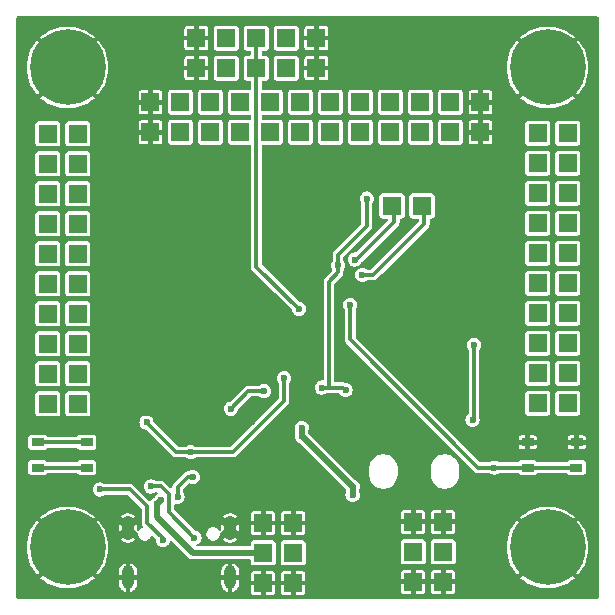
<source format=gbr>
%TF.GenerationSoftware,KiCad,Pcbnew,8.0.3+1*%
%TF.CreationDate,2024-07-16T01:11:10+00:00*%
%TF.ProjectId,RP2040v01,52503230-3430-4763-9031-2e6b69636164,rev?*%
%TF.SameCoordinates,Original*%
%TF.FileFunction,Copper,L1,Top*%
%TF.FilePolarity,Positive*%
%FSLAX46Y46*%
G04 Gerber Fmt 4.6, Leading zero omitted, Abs format (unit mm)*
G04 Created by KiCad (PCBNEW 8.0.3+1) date 2024-07-16 01:11:10*
%MOMM*%
%LPD*%
G01*
G04 APERTURE LIST*
%TA.AperFunction,ComponentPad*%
%ADD10C,0.800000*%
%TD*%
%TA.AperFunction,ComponentPad*%
%ADD11C,6.400000*%
%TD*%
%TA.AperFunction,ComponentPad*%
%ADD12R,1.524000X1.524000*%
%TD*%
%TA.AperFunction,SMDPad,CuDef*%
%ADD13R,1.050000X0.650000*%
%TD*%
%TA.AperFunction,ComponentPad*%
%ADD14O,1.000000X2.000000*%
%TD*%
%TA.AperFunction,ComponentPad*%
%ADD15O,1.050000X2.100000*%
%TD*%
%TA.AperFunction,ViaPad*%
%ADD16C,0.600000*%
%TD*%
%TA.AperFunction,Conductor*%
%ADD17C,0.500000*%
%TD*%
%TA.AperFunction,Conductor*%
%ADD18C,0.300000*%
%TD*%
G04 APERTURE END LIST*
D10*
%TO.P,H3,1,1*%
%TO.N,GND*%
X7760000Y10160000D03*
X8462944Y11857056D03*
X8462944Y8462944D03*
X10160000Y12560000D03*
D11*
X10160000Y10160000D03*
D10*
X10160000Y7760000D03*
X11857056Y11857056D03*
X11857056Y8462944D03*
X12560000Y10160000D03*
%TD*%
%TO.P,H4,1,1*%
%TO.N,GND*%
X48400000Y10160000D03*
X49102944Y11857056D03*
X49102944Y8462944D03*
X50800000Y12560000D03*
D11*
X50800000Y10160000D03*
D10*
X50800000Y7760000D03*
X52497056Y11857056D03*
X52497056Y8462944D03*
X53200000Y10160000D03*
%TD*%
D12*
%TO.P,J3,1*%
%TO.N,GND*%
X39430000Y12340000D03*
%TO.P,J3,2*%
X41970000Y12340000D03*
%TO.P,J3,3*%
%TO.N,+3V3*%
X39430000Y9800000D03*
%TO.P,J3,4*%
X41970000Y9800000D03*
%TO.P,J3,5*%
%TO.N,GND*%
X39430000Y7260000D03*
%TO.P,J3,6*%
X41970000Y7260000D03*
%TD*%
%TO.P,J8,1*%
%TO.N,GND*%
X31235000Y53290000D03*
%TO.P,J8,2*%
X31235000Y50750000D03*
%TO.P,J8,3*%
%TO.N,/GPIO13*%
X28695000Y53290000D03*
%TO.P,J8,4*%
X28695000Y50750000D03*
%TO.P,J8,5*%
%TO.N,+3V3*%
X26155000Y53290000D03*
%TO.P,J8,6*%
X26155000Y50750000D03*
%TO.P,J8,7*%
%TO.N,/GPIO12*%
X23615000Y53290000D03*
%TO.P,J8,8*%
X23615000Y50750000D03*
%TO.P,J8,9*%
%TO.N,GND*%
X21075000Y53290000D03*
%TO.P,J8,10*%
X21075000Y50750000D03*
%TD*%
D13*
%TO.P,SW2,1,1*%
%TO.N,GND*%
X49125000Y19075000D03*
X53275000Y19075000D03*
%TO.P,SW2,2,2*%
%TO.N,Net-(U4-RUN)*%
X49125000Y16925000D03*
X53250000Y16925000D03*
%TD*%
D12*
%TO.P,J6,1*%
%TO.N,/GPIO20*%
X49960000Y45240000D03*
%TO.P,J6,2*%
X52500000Y45240000D03*
%TO.P,J6,3*%
%TO.N,/GPIO21*%
X49960000Y42700000D03*
%TO.P,J6,4*%
X52500000Y42700000D03*
%TO.P,J6,5*%
%TO.N,/GPIO22*%
X49960000Y40160000D03*
%TO.P,J6,6*%
X52500000Y40160000D03*
%TO.P,J6,7*%
%TO.N,/GPIO23*%
X49960000Y37620000D03*
%TO.P,J6,8*%
X52500000Y37620000D03*
%TO.P,J6,9*%
%TO.N,/GPIO24*%
X49960000Y35080000D03*
%TO.P,J6,10*%
X52500000Y35080000D03*
%TO.P,J6,11*%
%TO.N,/GPIO25*%
X49960000Y32540000D03*
%TO.P,J6,12*%
X52500000Y32540000D03*
%TO.P,J6,13*%
%TO.N,/GPIO26*%
X49960000Y30000000D03*
%TO.P,J6,14*%
X52500000Y30000000D03*
%TO.P,J6,15*%
%TO.N,/GPIO27*%
X49960000Y27460000D03*
%TO.P,J6,16*%
X52500000Y27460000D03*
%TO.P,J6,17*%
%TO.N,/GPIO28*%
X49960000Y24920000D03*
%TO.P,J6,18*%
X52500000Y24920000D03*
%TO.P,J6,19*%
%TO.N,/GPIO29*%
X49960000Y22380000D03*
%TO.P,J6,20*%
X52500000Y22380000D03*
%TD*%
D10*
%TO.P,H2,1,1*%
%TO.N,GND*%
X48400000Y50800000D03*
X49102944Y52497056D03*
X49102944Y49102944D03*
X50800000Y53200000D03*
D11*
X50800000Y50800000D03*
D10*
X50800000Y48400000D03*
X52497056Y52497056D03*
X52497056Y49102944D03*
X53200000Y50800000D03*
%TD*%
D12*
%TO.P,J1,1*%
%TO.N,GND*%
X26730000Y12240000D03*
%TO.P,J1,2*%
X29270000Y12240000D03*
%TO.P,J1,3*%
%TO.N,+5V*%
X26730000Y9700000D03*
%TO.P,J1,4*%
X29270000Y9700000D03*
%TO.P,J1,5*%
%TO.N,GND*%
X26730000Y7160000D03*
%TO.P,J1,6*%
X29270000Y7160000D03*
%TD*%
%TO.P,J5,1*%
%TO.N,/GPIO0*%
X11040000Y22340000D03*
%TO.P,J5,2*%
X8500000Y22340000D03*
%TO.P,J5,3*%
%TO.N,/GPIO1*%
X11040000Y24880000D03*
%TO.P,J5,4*%
X8500000Y24880000D03*
%TO.P,J5,5*%
%TO.N,/GPIO2*%
X11040000Y27420000D03*
%TO.P,J5,6*%
X8500000Y27420000D03*
%TO.P,J5,7*%
%TO.N,/GPIO3*%
X11040000Y29960000D03*
%TO.P,J5,8*%
X8500000Y29960000D03*
%TO.P,J5,9*%
%TO.N,/GPIO4*%
X11040000Y32500000D03*
%TO.P,J5,10*%
X8500000Y32500000D03*
%TO.P,J5,11*%
%TO.N,/GPIO5*%
X11040000Y35040000D03*
%TO.P,J5,12*%
X8500000Y35040000D03*
%TO.P,J5,13*%
%TO.N,/GPIO6*%
X11040000Y37580000D03*
%TO.P,J5,14*%
X8500000Y37580000D03*
%TO.P,J5,15*%
%TO.N,/GPIO7*%
X11040000Y40120000D03*
%TO.P,J5,16*%
X8500000Y40120000D03*
%TO.P,J5,17*%
%TO.N,/GPIO8*%
X11040000Y42660000D03*
%TO.P,J5,18*%
X8500000Y42660000D03*
%TO.P,J5,19*%
%TO.N,/GPIO9*%
X11040000Y45200000D03*
%TO.P,J5,20*%
X8500000Y45200000D03*
%TD*%
%TO.P,J4,1*%
%TO.N,/SWD*%
X40175000Y39075000D03*
%TO.P,J4,2*%
%TO.N,/SCLK*%
X37635000Y39075000D03*
%TD*%
D10*
%TO.P,H1,1,1*%
%TO.N,GND*%
X7760000Y50800000D03*
X8462944Y52497056D03*
X8462944Y49102944D03*
X10160000Y53200000D03*
D11*
X10160000Y50800000D03*
D10*
X10160000Y48400000D03*
X11857056Y52497056D03*
X11857056Y49102944D03*
X12560000Y50800000D03*
%TD*%
D13*
%TO.P,SW1,1,1*%
%TO.N,Net-(R3-Pad1)*%
X11775000Y16925000D03*
X7625000Y16925000D03*
%TO.P,SW1,2,2*%
%TO.N,Net-(U3-~{CS})*%
X11775000Y19075000D03*
X7650000Y19075000D03*
%TD*%
D12*
%TO.P,J7,1*%
%TO.N,GND*%
X17185000Y45310000D03*
%TO.P,J7,2*%
X17185000Y47850000D03*
%TO.P,J7,3*%
%TO.N,/GPIO10*%
X19725000Y45310000D03*
%TO.P,J7,4*%
X19725000Y47850000D03*
%TO.P,J7,5*%
%TO.N,/GPIO11*%
X22265000Y45310000D03*
%TO.P,J7,6*%
X22265000Y47850000D03*
%TO.P,J7,7*%
%TO.N,/GPIO12*%
X24805000Y45310000D03*
%TO.P,J7,8*%
X24805000Y47850000D03*
%TO.P,J7,9*%
%TO.N,/GPIO13*%
X27345000Y45310000D03*
%TO.P,J7,10*%
X27345000Y47850000D03*
%TO.P,J7,11*%
%TO.N,/GPIO14*%
X29885000Y45310000D03*
%TO.P,J7,12*%
X29885000Y47850000D03*
%TO.P,J7,13*%
%TO.N,/GPIO15*%
X32425000Y45310000D03*
%TO.P,J7,14*%
X32425000Y47850000D03*
%TO.P,J7,15*%
%TO.N,/GPIO16*%
X34965000Y45310000D03*
%TO.P,J7,16*%
X34965000Y47850000D03*
%TO.P,J7,17*%
%TO.N,/GPIO17*%
X37505000Y45310000D03*
%TO.P,J7,18*%
X37505000Y47850000D03*
%TO.P,J7,19*%
%TO.N,/GPIO18*%
X40045000Y45310000D03*
%TO.P,J7,20*%
X40045000Y47850000D03*
%TO.P,J7,21*%
%TO.N,/GPIO19*%
X42585000Y45310000D03*
%TO.P,J7,22*%
X42585000Y47850000D03*
%TO.P,J7,23*%
%TO.N,GND*%
X45125000Y45310000D03*
%TO.P,J7,24*%
X45125000Y47850000D03*
%TD*%
D14*
%TO.P,J2,G1,SHIELD*%
%TO.N,GND*%
X23920000Y7635000D03*
%TO.P,J2,G2,SHIELD*%
X15280000Y7635000D03*
D15*
%TO.P,J2,G3,SHIELD*%
X23920000Y11815000D03*
%TO.P,J2,G4,SHIELD*%
X15280000Y11815000D03*
%TD*%
D16*
%TO.N,GND*%
X39275000Y24200000D03*
X25200000Y16800000D03*
X29900000Y35400000D03*
X25800000Y20800000D03*
X23600000Y15200000D03*
X36300000Y34850000D03*
X26700000Y24400000D03*
X28500000Y16800000D03*
X33100000Y29000000D03*
X37600000Y36225000D03*
X18825000Y16700000D03*
X36100000Y21400000D03*
X28725000Y37575000D03*
X30600000Y28225000D03*
X31352500Y37242500D03*
X36400000Y41475000D03*
X33200000Y27000000D03*
X30600000Y29400000D03*
X15425000Y17925000D03*
X25200000Y43450000D03*
X30600000Y27100000D03*
%TO.N,+5V*%
X18100000Y14200000D03*
X17700000Y13800000D03*
%TO.N,+3V3*%
X30000000Y20300000D03*
X34300000Y15300000D03*
X34300000Y14600000D03*
X29762500Y30362500D03*
X30000000Y19600000D03*
%TO.N,+1V1*%
X35500000Y39700000D03*
X31700000Y23700000D03*
X33075000Y34036497D03*
X33700000Y23500000D03*
%TO.N,/SCLK*%
X34486244Y34538755D03*
%TO.N,/SWD*%
X35127880Y33237500D03*
%TO.N,Net-(R3-Pad1)*%
X7625000Y16925000D03*
%TO.N,/GPIO25*%
X44575000Y27325000D03*
X44456250Y20968750D03*
%TO.N,Net-(J2-CC1)*%
X17225000Y15325000D03*
X20900000Y11000000D03*
%TO.N,Net-(J2-D+-PadA6)*%
X20762500Y16150000D03*
X19475000Y14450000D03*
%TO.N,Net-(J2-CC2)*%
X12900000Y15075000D03*
X18225000Y10800000D03*
%TO.N,Net-(U3-~{CS})*%
X28500000Y24500000D03*
X20600000Y18232500D03*
X16850000Y20750000D03*
X11775000Y19075000D03*
%TO.N,Net-(U4-RUN)*%
X34100000Y30700000D03*
X46300000Y16925000D03*
%TO.N,Net-(U3-DO(IO1))*%
X26800000Y23400000D03*
X23981250Y21918750D03*
%TD*%
D17*
%TO.N,+5V*%
X17700000Y13800000D02*
X18100000Y14200000D01*
X17700000Y12775000D02*
X17700000Y13800000D01*
X26730000Y9700000D02*
X20775000Y9700000D01*
X20775000Y9700000D02*
X17700000Y12775000D01*
D18*
%TO.N,+3V3*%
X26155000Y38296471D02*
X26150000Y38291471D01*
D17*
X34300000Y15300000D02*
X30250000Y19350000D01*
D18*
X26150000Y33950000D02*
X29737500Y30362500D01*
D17*
X30000000Y19600000D02*
X30000000Y20300000D01*
X34300000Y14600000D02*
X34300000Y15300000D01*
D18*
X26150000Y38291471D02*
X26150000Y33950000D01*
X29737500Y30362500D02*
X29762500Y30362500D01*
D17*
X30250000Y19350000D02*
X30000000Y19600000D01*
D18*
X26155000Y53290000D02*
X26155000Y38296471D01*
%TO.N,+1V1*%
X32300000Y23700000D02*
X31700000Y23700000D01*
X32300000Y32675000D02*
X32300000Y23700000D01*
X33075000Y34036497D02*
X33075000Y33450000D01*
X33075000Y34036497D02*
X33075000Y34950000D01*
X33075000Y33450000D02*
X32300000Y32675000D01*
X35500000Y37375000D02*
X35500000Y39700000D01*
X31700000Y23700000D02*
X33500000Y23700000D01*
X33075000Y34950000D02*
X35500000Y37375000D01*
X33500000Y23700000D02*
X33700000Y23500000D01*
%TO.N,/SCLK*%
X37825000Y37750000D02*
X37825000Y39490000D01*
X34486244Y34538755D02*
X34613755Y34538755D01*
X34613755Y34538755D02*
X37825000Y37750000D01*
%TO.N,/SWD*%
X35127880Y33237500D02*
X36012500Y33237500D01*
X40365000Y37590000D02*
X40365000Y39490000D01*
X36012500Y33237500D02*
X40365000Y37590000D01*
%TO.N,Net-(R3-Pad1)*%
X11775000Y16925000D02*
X7625000Y16925000D01*
%TO.N,/GPIO25*%
X44575000Y21087500D02*
X44575000Y27325000D01*
X44456250Y20968750D02*
X44575000Y21087500D01*
%TO.N,Net-(J2-CC1)*%
X18075000Y15325000D02*
X17225000Y15325000D01*
X20900000Y11000000D02*
X18750000Y13150000D01*
X18750000Y13150000D02*
X18750000Y14650000D01*
X18750000Y14650000D02*
X18075000Y15325000D01*
%TO.N,Net-(J2-D+-PadA6)*%
X19475000Y14450000D02*
X19475000Y15275000D01*
X19475000Y15275000D02*
X20350000Y16150000D01*
X20350000Y16150000D02*
X20762500Y16150000D01*
%TO.N,Net-(J2-CC2)*%
X18225000Y10925000D02*
X16875000Y12275000D01*
X15450000Y15075000D02*
X12900000Y15075000D01*
X16875000Y12275000D02*
X16875000Y13650000D01*
X18225000Y10800000D02*
X18225000Y10925000D01*
X16875000Y13650000D02*
X15450000Y15075000D01*
%TO.N,Net-(U3-~{CS})*%
X24151739Y18232500D02*
X28500000Y22580761D01*
X19342500Y18232500D02*
X20600000Y18232500D01*
X20600000Y18232500D02*
X24151739Y18232500D01*
X7650000Y19075000D02*
X11775000Y19075000D01*
X28500000Y22580761D02*
X28500000Y24500000D01*
X16850000Y20750000D02*
X16850000Y20725000D01*
X16850000Y20725000D02*
X19342500Y18232500D01*
%TO.N,Net-(U4-RUN)*%
X46300000Y16925000D02*
X44950000Y16925000D01*
X46300000Y16925000D02*
X53250000Y16925000D01*
X34100000Y27775000D02*
X34100000Y30700000D01*
X44950000Y16925000D02*
X34100000Y27775000D01*
%TO.N,Net-(U3-DO(IO1))*%
X25462500Y23400000D02*
X26800000Y23400000D01*
X23981250Y21918750D02*
X25462500Y23400000D01*
%TD*%
%TA.AperFunction,Conductor*%
%TO.N,GND*%
G36*
X55084691Y55106593D02*
G01*
X55120655Y55057093D01*
X55125500Y55026500D01*
X55125500Y5933501D01*
X55106593Y5875310D01*
X55057093Y5839346D01*
X55026500Y5834501D01*
X5933500Y5834501D01*
X5875309Y5853408D01*
X5839345Y5902908D01*
X5834500Y5933501D01*
X5834500Y10160000D01*
X6704933Y10160000D01*
X6725186Y9786444D01*
X6785712Y9417257D01*
X6885790Y9056806D01*
X6885794Y9056795D01*
X7024264Y8709259D01*
X7199505Y8378722D01*
X7409443Y8069087D01*
X7409450Y8069077D01*
X7582501Y7865347D01*
X8895502Y9178349D01*
X8939588Y9117670D01*
X9117670Y8939588D01*
X9178345Y8895505D01*
X7864838Y7581997D01*
X7923238Y7526678D01*
X8221056Y7300283D01*
X8221061Y7300280D01*
X8541619Y7107407D01*
X8541625Y7107404D01*
X8881142Y6950326D01*
X9235680Y6830868D01*
X9601027Y6750449D01*
X9601026Y6750449D01*
X9972945Y6710000D01*
X10347055Y6710000D01*
X10718973Y6750449D01*
X11084318Y6830868D01*
X11084320Y6830868D01*
X11438857Y6950326D01*
X11778374Y7107404D01*
X11778380Y7107407D01*
X12098938Y7300280D01*
X12098943Y7300283D01*
X12396761Y7526679D01*
X12455160Y7581997D01*
X11141653Y8895504D01*
X11202330Y8939588D01*
X11380412Y9117670D01*
X11424496Y9178347D01*
X12737496Y7865347D01*
X12910556Y8069087D01*
X13005333Y8208872D01*
X14530000Y8208872D01*
X14530000Y7835001D01*
X14530001Y7835000D01*
X14980000Y7835000D01*
X14980000Y7435000D01*
X14530001Y7435000D01*
X14530000Y7434999D01*
X14530000Y7061129D01*
X14558821Y6916236D01*
X14558823Y6916230D01*
X14615358Y6779743D01*
X14697434Y6656907D01*
X14801906Y6552435D01*
X14924742Y6470359D01*
X15061231Y6413823D01*
X15080000Y6410091D01*
X15080000Y7010735D01*
X15095795Y6994940D01*
X15164204Y6955444D01*
X15240504Y6935000D01*
X15319496Y6935000D01*
X15395796Y6955444D01*
X15464205Y6994940D01*
X15480000Y7010735D01*
X15480000Y6410091D01*
X15498768Y6413823D01*
X15635257Y6470359D01*
X15758093Y6552435D01*
X15862565Y6656907D01*
X15944641Y6779743D01*
X16001176Y6916230D01*
X16001178Y6916236D01*
X16029999Y7061129D01*
X16030000Y7061133D01*
X16030000Y7434999D01*
X16029999Y7435000D01*
X15580000Y7435000D01*
X15580000Y7835000D01*
X16029999Y7835000D01*
X16030000Y7835001D01*
X16030000Y8208868D01*
X16029999Y8208872D01*
X23170000Y8208872D01*
X23170000Y7835001D01*
X23170001Y7835000D01*
X23620000Y7835000D01*
X23620000Y7435000D01*
X23170001Y7435000D01*
X23170000Y7434999D01*
X23170000Y7061129D01*
X23198821Y6916236D01*
X23198823Y6916230D01*
X23255358Y6779743D01*
X23337434Y6656907D01*
X23441906Y6552435D01*
X23564742Y6470359D01*
X23701231Y6413823D01*
X23720000Y6410091D01*
X23720000Y7010735D01*
X23735795Y6994940D01*
X23804204Y6955444D01*
X23880504Y6935000D01*
X23959496Y6935000D01*
X24035796Y6955444D01*
X24104205Y6994940D01*
X24120000Y7010735D01*
X24120000Y6410091D01*
X24138768Y6413823D01*
X24275257Y6470359D01*
X24398093Y6552435D01*
X24502565Y6656907D01*
X24584641Y6779743D01*
X24641176Y6916230D01*
X24641178Y6916236D01*
X24669999Y7061129D01*
X24670000Y7061133D01*
X24670000Y7434999D01*
X24669999Y7435000D01*
X24220000Y7435000D01*
X24220000Y7835000D01*
X24669999Y7835000D01*
X24670000Y7835001D01*
X24670000Y7946625D01*
X25718000Y7946625D01*
X25718000Y7360001D01*
X25718001Y7360000D01*
X26332205Y7360000D01*
X26315792Y7331571D01*
X26285500Y7218520D01*
X26285500Y7101480D01*
X26315792Y6988429D01*
X26332205Y6960000D01*
X25718001Y6960000D01*
X25718000Y6959999D01*
X25718000Y6373376D01*
X25732506Y6300454D01*
X25732507Y6300452D01*
X25787758Y6217763D01*
X25787762Y6217759D01*
X25870451Y6162508D01*
X25870453Y6162507D01*
X25943375Y6148001D01*
X25943377Y6148000D01*
X26529999Y6148000D01*
X26530000Y6148001D01*
X26530000Y6762206D01*
X26558429Y6745792D01*
X26671480Y6715500D01*
X26788520Y6715500D01*
X26901571Y6745792D01*
X26930000Y6762206D01*
X26930000Y6148001D01*
X26930001Y6148000D01*
X27516623Y6148000D01*
X27516624Y6148001D01*
X27589546Y6162507D01*
X27589548Y6162508D01*
X27672237Y6217759D01*
X27672241Y6217763D01*
X27727492Y6300452D01*
X27727493Y6300454D01*
X27741999Y6373376D01*
X27742000Y6373378D01*
X27742000Y6959999D01*
X27741999Y6960000D01*
X27127795Y6960000D01*
X27144208Y6988429D01*
X27174500Y7101480D01*
X27174500Y7218520D01*
X27144208Y7331571D01*
X27127795Y7360000D01*
X27741999Y7360000D01*
X27742000Y7360001D01*
X27742000Y7946623D01*
X27741999Y7946625D01*
X28258000Y7946625D01*
X28258000Y7360001D01*
X28258001Y7360000D01*
X28872205Y7360000D01*
X28855792Y7331571D01*
X28825500Y7218520D01*
X28825500Y7101480D01*
X28855792Y6988429D01*
X28872205Y6960000D01*
X28258001Y6960000D01*
X28258000Y6959999D01*
X28258000Y6373376D01*
X28272506Y6300454D01*
X28272507Y6300452D01*
X28327758Y6217763D01*
X28327762Y6217759D01*
X28410451Y6162508D01*
X28410453Y6162507D01*
X28483375Y6148001D01*
X28483377Y6148000D01*
X29069999Y6148000D01*
X29070000Y6148001D01*
X29070000Y6762206D01*
X29098429Y6745792D01*
X29211480Y6715500D01*
X29328520Y6715500D01*
X29441571Y6745792D01*
X29470000Y6762206D01*
X29470000Y6148001D01*
X29470001Y6148000D01*
X30056623Y6148000D01*
X30056624Y6148001D01*
X30129546Y6162507D01*
X30129548Y6162508D01*
X30212237Y6217759D01*
X30212241Y6217763D01*
X30267492Y6300452D01*
X30267493Y6300454D01*
X30281999Y6373376D01*
X30282000Y6373378D01*
X30282000Y6959999D01*
X30281999Y6960000D01*
X29667795Y6960000D01*
X29684208Y6988429D01*
X29714500Y7101480D01*
X29714500Y7218520D01*
X29684208Y7331571D01*
X29667795Y7360000D01*
X30281999Y7360000D01*
X30282000Y7360001D01*
X30282000Y7946623D01*
X30281999Y7946625D01*
X30267493Y8019547D01*
X30267492Y8019549D01*
X30249400Y8046625D01*
X38418000Y8046625D01*
X38418000Y7460001D01*
X38418001Y7460000D01*
X39032205Y7460000D01*
X39015792Y7431571D01*
X38985500Y7318520D01*
X38985500Y7201480D01*
X39015792Y7088429D01*
X39032205Y7060000D01*
X38418001Y7060000D01*
X38418000Y7059999D01*
X38418000Y6473376D01*
X38432506Y6400454D01*
X38432507Y6400452D01*
X38487758Y6317763D01*
X38487762Y6317759D01*
X38570451Y6262508D01*
X38570453Y6262507D01*
X38643375Y6248001D01*
X38643377Y6248000D01*
X39229999Y6248000D01*
X39230000Y6248001D01*
X39230000Y6862206D01*
X39258429Y6845792D01*
X39371480Y6815500D01*
X39488520Y6815500D01*
X39601571Y6845792D01*
X39630000Y6862206D01*
X39630000Y6248001D01*
X39630001Y6248000D01*
X40216623Y6248000D01*
X40216624Y6248001D01*
X40289546Y6262507D01*
X40289548Y6262508D01*
X40372237Y6317759D01*
X40372241Y6317763D01*
X40427492Y6400452D01*
X40427493Y6400454D01*
X40441999Y6473376D01*
X40442000Y6473378D01*
X40442000Y7059999D01*
X40441999Y7060000D01*
X39827795Y7060000D01*
X39844208Y7088429D01*
X39874500Y7201480D01*
X39874500Y7318520D01*
X39844208Y7431571D01*
X39827795Y7460000D01*
X40441999Y7460000D01*
X40442000Y7460001D01*
X40442000Y8046623D01*
X40441999Y8046625D01*
X40958000Y8046625D01*
X40958000Y7460001D01*
X40958001Y7460000D01*
X41572205Y7460000D01*
X41555792Y7431571D01*
X41525500Y7318520D01*
X41525500Y7201480D01*
X41555792Y7088429D01*
X41572205Y7060000D01*
X40958001Y7060000D01*
X40958000Y7059999D01*
X40958000Y6473376D01*
X40972506Y6400454D01*
X40972507Y6400452D01*
X41027758Y6317763D01*
X41027762Y6317759D01*
X41110451Y6262508D01*
X41110453Y6262507D01*
X41183375Y6248001D01*
X41183377Y6248000D01*
X41769999Y6248000D01*
X41770000Y6248001D01*
X41770000Y6862206D01*
X41798429Y6845792D01*
X41911480Y6815500D01*
X42028520Y6815500D01*
X42141571Y6845792D01*
X42170000Y6862206D01*
X42170000Y6248001D01*
X42170001Y6248000D01*
X42756623Y6248000D01*
X42756624Y6248001D01*
X42829546Y6262507D01*
X42829548Y6262508D01*
X42912237Y6317759D01*
X42912241Y6317763D01*
X42967492Y6400452D01*
X42967493Y6400454D01*
X42981999Y6473376D01*
X42982000Y6473378D01*
X42982000Y7059999D01*
X42981999Y7060000D01*
X42367795Y7060000D01*
X42384208Y7088429D01*
X42414500Y7201480D01*
X42414500Y7318520D01*
X42384208Y7431571D01*
X42367795Y7460000D01*
X42981999Y7460000D01*
X42982000Y7460001D01*
X42982000Y8046623D01*
X42981999Y8046625D01*
X42967493Y8119547D01*
X42967492Y8119549D01*
X42912241Y8202238D01*
X42912237Y8202242D01*
X42829548Y8257493D01*
X42829546Y8257494D01*
X42756624Y8272000D01*
X42170001Y8272000D01*
X42170000Y8271999D01*
X42170000Y7657795D01*
X42141571Y7674208D01*
X42028520Y7704500D01*
X41911480Y7704500D01*
X41798429Y7674208D01*
X41770000Y7657795D01*
X41770000Y8271999D01*
X41769999Y8272000D01*
X41183375Y8272000D01*
X41110453Y8257494D01*
X41110451Y8257493D01*
X41027762Y8202242D01*
X41027758Y8202238D01*
X40972507Y8119549D01*
X40972506Y8119547D01*
X40958000Y8046625D01*
X40441999Y8046625D01*
X40427493Y8119547D01*
X40427492Y8119549D01*
X40372241Y8202238D01*
X40372237Y8202242D01*
X40289548Y8257493D01*
X40289546Y8257494D01*
X40216624Y8272000D01*
X39630001Y8272000D01*
X39630000Y8271999D01*
X39630000Y7657795D01*
X39601571Y7674208D01*
X39488520Y7704500D01*
X39371480Y7704500D01*
X39258429Y7674208D01*
X39230000Y7657795D01*
X39230000Y8271999D01*
X39229999Y8272000D01*
X38643375Y8272000D01*
X38570453Y8257494D01*
X38570451Y8257493D01*
X38487762Y8202242D01*
X38487758Y8202238D01*
X38432507Y8119549D01*
X38432506Y8119547D01*
X38418000Y8046625D01*
X30249400Y8046625D01*
X30212241Y8102238D01*
X30212237Y8102242D01*
X30129548Y8157493D01*
X30129546Y8157494D01*
X30056624Y8172000D01*
X29470001Y8172000D01*
X29470000Y8171999D01*
X29470000Y7557795D01*
X29441571Y7574208D01*
X29328520Y7604500D01*
X29211480Y7604500D01*
X29098429Y7574208D01*
X29070000Y7557795D01*
X29070000Y8171999D01*
X29069999Y8172000D01*
X28483375Y8172000D01*
X28410453Y8157494D01*
X28410451Y8157493D01*
X28327762Y8102242D01*
X28327758Y8102238D01*
X28272507Y8019549D01*
X28272506Y8019547D01*
X28258000Y7946625D01*
X27741999Y7946625D01*
X27727493Y8019547D01*
X27727492Y8019549D01*
X27672241Y8102238D01*
X27672237Y8102242D01*
X27589548Y8157493D01*
X27589546Y8157494D01*
X27516624Y8172000D01*
X26930001Y8172000D01*
X26930000Y8171999D01*
X26930000Y7557795D01*
X26901571Y7574208D01*
X26788520Y7604500D01*
X26671480Y7604500D01*
X26558429Y7574208D01*
X26530000Y7557795D01*
X26530000Y8171999D01*
X26529999Y8172000D01*
X25943375Y8172000D01*
X25870453Y8157494D01*
X25870451Y8157493D01*
X25787762Y8102242D01*
X25787758Y8102238D01*
X25732507Y8019549D01*
X25732506Y8019547D01*
X25718000Y7946625D01*
X24670000Y7946625D01*
X24670000Y8208868D01*
X24669999Y8208872D01*
X24641178Y8353765D01*
X24641176Y8353771D01*
X24584641Y8490258D01*
X24502565Y8613094D01*
X24398093Y8717566D01*
X24275257Y8799642D01*
X24138770Y8856177D01*
X24138764Y8856179D01*
X24120000Y8859911D01*
X24120000Y8259265D01*
X24104205Y8275060D01*
X24035796Y8314556D01*
X23959496Y8335000D01*
X23880504Y8335000D01*
X23804204Y8314556D01*
X23735795Y8275060D01*
X23720000Y8259265D01*
X23720000Y8859911D01*
X23701235Y8856179D01*
X23701229Y8856177D01*
X23564742Y8799642D01*
X23441906Y8717566D01*
X23337434Y8613094D01*
X23255358Y8490258D01*
X23198823Y8353771D01*
X23198821Y8353765D01*
X23170000Y8208872D01*
X16029999Y8208872D01*
X16001178Y8353765D01*
X16001176Y8353771D01*
X15944641Y8490258D01*
X15862565Y8613094D01*
X15758093Y8717566D01*
X15635257Y8799642D01*
X15498770Y8856177D01*
X15498764Y8856179D01*
X15480000Y8859911D01*
X15480000Y8259265D01*
X15464205Y8275060D01*
X15395796Y8314556D01*
X15319496Y8335000D01*
X15240504Y8335000D01*
X15164204Y8314556D01*
X15095795Y8275060D01*
X15080000Y8259265D01*
X15080000Y8859911D01*
X15061235Y8856179D01*
X15061229Y8856177D01*
X14924742Y8799642D01*
X14801906Y8717566D01*
X14697434Y8613094D01*
X14615358Y8490258D01*
X14558823Y8353771D01*
X14558821Y8353765D01*
X14530000Y8208872D01*
X13005333Y8208872D01*
X13120494Y8378722D01*
X13295735Y8709259D01*
X13434205Y9056795D01*
X13434209Y9056806D01*
X13534287Y9417257D01*
X13594813Y9786444D01*
X13615066Y10160000D01*
X13594813Y10533557D01*
X13534287Y10902744D01*
X13434209Y11263195D01*
X13434205Y11263206D01*
X13362348Y11443554D01*
X14555000Y11443554D01*
X14926446Y11815000D01*
X14555000Y12186446D01*
X14555000Y11443554D01*
X13362348Y11443554D01*
X13295735Y11610742D01*
X13120494Y11941279D01*
X12910556Y12250914D01*
X12910549Y12250924D01*
X12737496Y12454656D01*
X11424495Y11141655D01*
X11380412Y11202330D01*
X11202330Y11380412D01*
X11141652Y11424498D01*
X12455160Y12738005D01*
X12432022Y12759922D01*
X14688632Y12759922D01*
X14993536Y12455018D01*
X14980000Y12404496D01*
X14980000Y11225504D01*
X14993536Y11174985D01*
X14688632Y10870080D01*
X14716853Y10827842D01*
X14817830Y10726864D01*
X14817839Y10726857D01*
X14936586Y10647512D01*
X15068524Y10592862D01*
X15208591Y10565001D01*
X15208595Y10565000D01*
X15351405Y10565000D01*
X15351408Y10565001D01*
X15491474Y10592862D01*
X15491476Y10592862D01*
X15623413Y10647512D01*
X15623414Y10647512D01*
X15742160Y10726857D01*
X15742169Y10726864D01*
X15843142Y10827838D01*
X15843145Y10827841D01*
X15871366Y10870080D01*
X15566463Y11174983D01*
X15580000Y11225504D01*
X15580000Y12404496D01*
X15566462Y12455019D01*
X15871366Y12759922D01*
X15843142Y12802163D01*
X15742169Y12903137D01*
X15742160Y12903144D01*
X15623413Y12982489D01*
X15491475Y13037139D01*
X15351408Y13065000D01*
X15208591Y13065000D01*
X15068525Y13037139D01*
X15068523Y13037139D01*
X14936586Y12982489D01*
X14936585Y12982489D01*
X14817839Y12903144D01*
X14817835Y12903141D01*
X14716859Y12802165D01*
X14716856Y12802161D01*
X14688632Y12759922D01*
X12432022Y12759922D01*
X12396761Y12793323D01*
X12098943Y13019718D01*
X12098938Y13019721D01*
X11778380Y13212594D01*
X11778374Y13212597D01*
X11438857Y13369675D01*
X11084319Y13489133D01*
X10718972Y13569552D01*
X10718973Y13569552D01*
X10347055Y13610000D01*
X9972945Y13610000D01*
X9601026Y13569552D01*
X9235681Y13489133D01*
X9235679Y13489133D01*
X8881142Y13369675D01*
X8541625Y13212597D01*
X8541619Y13212594D01*
X8221061Y13019721D01*
X8221056Y13019718D01*
X7923234Y12793319D01*
X7923231Y12793317D01*
X7864838Y12738005D01*
X9178346Y11424497D01*
X9117670Y11380412D01*
X8939588Y11202330D01*
X8895503Y11141654D01*
X7582501Y12454656D01*
X7409450Y12250924D01*
X7409443Y12250914D01*
X7199505Y11941279D01*
X7024264Y11610742D01*
X6885794Y11263206D01*
X6885790Y11263195D01*
X6785712Y10902744D01*
X6725186Y10533557D01*
X6704933Y10160000D01*
X5834500Y10160000D01*
X5834500Y15075001D01*
X12294318Y15075001D01*
X12294318Y15075000D01*
X12314955Y14918242D01*
X12314957Y14918234D01*
X12375462Y14772162D01*
X12375462Y14772161D01*
X12471713Y14646724D01*
X12471718Y14646718D01*
X12597159Y14550464D01*
X12743238Y14489956D01*
X12860809Y14474478D01*
X12899999Y14469318D01*
X12900000Y14469318D01*
X12900001Y14469318D01*
X12931352Y14473446D01*
X13056762Y14489956D01*
X13202841Y14550464D01*
X13272665Y14604043D01*
X13330341Y14624466D01*
X13332932Y14624500D01*
X15222389Y14624500D01*
X15280580Y14605593D01*
X15292393Y14595504D01*
X16395504Y13492393D01*
X16423281Y13437876D01*
X16424500Y13422389D01*
X16424500Y12215691D01*
X16448713Y12125327D01*
X16448712Y12125327D01*
X16455200Y12101114D01*
X16455202Y12101110D01*
X16514509Y11998387D01*
X16515831Y11996665D01*
X16516349Y11995200D01*
X16517755Y11992766D01*
X16517303Y11992506D01*
X16536255Y11938990D01*
X16518877Y11880324D01*
X16486790Y11850662D01*
X16356637Y11775517D01*
X16249481Y11668361D01*
X16189736Y11564879D01*
X16144267Y11523938D01*
X16083416Y11517542D01*
X16030428Y11548135D01*
X16005542Y11604031D01*
X16005000Y11614379D01*
X16005000Y12186446D01*
X15633554Y11815000D01*
X16007297Y11441257D01*
X16058612Y11445295D01*
X16110780Y11413325D01*
X16134195Y11356797D01*
X16134500Y11349030D01*
X16134500Y11239234D01*
X16156597Y11156767D01*
X16173720Y11092861D01*
X16249481Y10961640D01*
X16249483Y10961638D01*
X16249485Y10961635D01*
X16356635Y10854485D01*
X16356637Y10854484D01*
X16356639Y10854482D01*
X16487861Y10778721D01*
X16487859Y10778721D01*
X16487863Y10778720D01*
X16487865Y10778719D01*
X16634234Y10739500D01*
X16634236Y10739500D01*
X16785764Y10739500D01*
X16785766Y10739500D01*
X16932135Y10778719D01*
X16932137Y10778721D01*
X16932139Y10778721D01*
X17063360Y10854482D01*
X17063360Y10854483D01*
X17063365Y10854485D01*
X17170515Y10961635D01*
X17245369Y11091287D01*
X17290836Y11132226D01*
X17351687Y11138622D01*
X17401108Y11111789D01*
X17595682Y10917215D01*
X17623459Y10862698D01*
X17623831Y10834292D01*
X17619318Y10800005D01*
X17619318Y10800000D01*
X17639955Y10643242D01*
X17639957Y10643234D01*
X17700462Y10497162D01*
X17700462Y10497161D01*
X17796713Y10371724D01*
X17796718Y10371718D01*
X17922159Y10275464D01*
X17922160Y10275464D01*
X17922161Y10275463D01*
X17970730Y10255345D01*
X18068238Y10214956D01*
X18185809Y10199478D01*
X18224999Y10194318D01*
X18225000Y10194318D01*
X18225001Y10194318D01*
X18256352Y10198446D01*
X18381762Y10214956D01*
X18527841Y10275464D01*
X18653282Y10371718D01*
X18749536Y10497159D01*
X18810044Y10643238D01*
X18812132Y10659103D01*
X18838471Y10714327D01*
X18892241Y10743524D01*
X18952903Y10735539D01*
X18980289Y10716186D01*
X20436985Y9259490D01*
X20562515Y9187016D01*
X20702525Y9149500D01*
X20702526Y9149500D01*
X20847474Y9149500D01*
X25568501Y9149500D01*
X25626692Y9130593D01*
X25662656Y9081093D01*
X25667501Y9050500D01*
X25667501Y8893137D01*
X25670414Y8868010D01*
X25675638Y8856179D01*
X25715794Y8765235D01*
X25795235Y8685794D01*
X25898009Y8640415D01*
X25923135Y8637500D01*
X27536864Y8637501D01*
X27561991Y8640415D01*
X27664765Y8685794D01*
X27744206Y8765235D01*
X27789585Y8868009D01*
X27792500Y8893135D01*
X27792499Y10506864D01*
X27792498Y10506870D01*
X28207500Y10506870D01*
X28207500Y8893140D01*
X28207501Y8893137D01*
X28210414Y8868010D01*
X28215638Y8856179D01*
X28255794Y8765235D01*
X28335235Y8685794D01*
X28438009Y8640415D01*
X28463135Y8637500D01*
X30076864Y8637501D01*
X30101991Y8640415D01*
X30204765Y8685794D01*
X30284206Y8765235D01*
X30329585Y8868009D01*
X30332500Y8893135D01*
X30332499Y10506864D01*
X30329585Y10531991D01*
X30296523Y10606870D01*
X38367500Y10606870D01*
X38367500Y8993140D01*
X38367501Y8993137D01*
X38370414Y8968010D01*
X38382964Y8939588D01*
X38415794Y8865235D01*
X38495235Y8785794D01*
X38598009Y8740415D01*
X38623135Y8737500D01*
X40236864Y8737501D01*
X40261991Y8740415D01*
X40364765Y8785794D01*
X40444206Y8865235D01*
X40489585Y8968009D01*
X40492500Y8993135D01*
X40492499Y10606864D01*
X40492498Y10606870D01*
X40907500Y10606870D01*
X40907500Y8993140D01*
X40907501Y8993137D01*
X40910414Y8968010D01*
X40922964Y8939588D01*
X40955794Y8865235D01*
X41035235Y8785794D01*
X41138009Y8740415D01*
X41163135Y8737500D01*
X42776864Y8737501D01*
X42801991Y8740415D01*
X42904765Y8785794D01*
X42984206Y8865235D01*
X43029585Y8968009D01*
X43032500Y8993135D01*
X43032499Y10160000D01*
X47344933Y10160000D01*
X47365186Y9786444D01*
X47425712Y9417257D01*
X47525790Y9056806D01*
X47525794Y9056795D01*
X47664264Y8709259D01*
X47839505Y8378722D01*
X48049443Y8069087D01*
X48049450Y8069077D01*
X48222501Y7865347D01*
X49535502Y9178349D01*
X49579588Y9117670D01*
X49757670Y8939588D01*
X49818345Y8895505D01*
X48504838Y7581997D01*
X48563238Y7526678D01*
X48861056Y7300283D01*
X48861061Y7300280D01*
X49181619Y7107407D01*
X49181625Y7107404D01*
X49521142Y6950326D01*
X49875680Y6830868D01*
X50241027Y6750449D01*
X50241026Y6750449D01*
X50612945Y6710000D01*
X50987055Y6710000D01*
X51358973Y6750449D01*
X51724318Y6830868D01*
X51724320Y6830868D01*
X52078857Y6950326D01*
X52418374Y7107404D01*
X52418380Y7107407D01*
X52738938Y7300280D01*
X52738943Y7300283D01*
X53036761Y7526679D01*
X53095160Y7581997D01*
X51781653Y8895504D01*
X51842330Y8939588D01*
X52020412Y9117670D01*
X52064496Y9178347D01*
X53377496Y7865347D01*
X53550556Y8069087D01*
X53760494Y8378722D01*
X53935735Y8709259D01*
X54074205Y9056795D01*
X54074209Y9056806D01*
X54174287Y9417257D01*
X54234813Y9786444D01*
X54255066Y10160000D01*
X54234813Y10533557D01*
X54174287Y10902744D01*
X54074209Y11263195D01*
X54074205Y11263206D01*
X53935735Y11610742D01*
X53760494Y11941279D01*
X53550556Y12250914D01*
X53550549Y12250924D01*
X53377496Y12454656D01*
X52064495Y11141655D01*
X52020412Y11202330D01*
X51842330Y11380412D01*
X51781652Y11424498D01*
X53095160Y12738005D01*
X53036761Y12793323D01*
X52738943Y13019718D01*
X52738938Y13019721D01*
X52418380Y13212594D01*
X52418374Y13212597D01*
X52078857Y13369675D01*
X51724319Y13489133D01*
X51358972Y13569552D01*
X51358973Y13569552D01*
X50987055Y13610000D01*
X50612945Y13610000D01*
X50241026Y13569552D01*
X49875681Y13489133D01*
X49875679Y13489133D01*
X49521142Y13369675D01*
X49181625Y13212597D01*
X49181619Y13212594D01*
X48861061Y13019721D01*
X48861056Y13019718D01*
X48563234Y12793319D01*
X48563231Y12793317D01*
X48504838Y12738005D01*
X49818346Y11424497D01*
X49757670Y11380412D01*
X49579588Y11202330D01*
X49535503Y11141654D01*
X48222501Y12454656D01*
X48049450Y12250924D01*
X48049443Y12250914D01*
X47839505Y11941279D01*
X47664264Y11610742D01*
X47525794Y11263206D01*
X47525790Y11263195D01*
X47425712Y10902744D01*
X47365186Y10533557D01*
X47344933Y10160000D01*
X43032499Y10160000D01*
X43032499Y10606864D01*
X43029585Y10631991D01*
X42984206Y10734765D01*
X42904765Y10814206D01*
X42801991Y10859585D01*
X42801990Y10859586D01*
X42801988Y10859586D01*
X42776868Y10862500D01*
X41163139Y10862500D01*
X41163136Y10862499D01*
X41138009Y10859586D01*
X41035235Y10814206D01*
X40955794Y10734765D01*
X40910414Y10631989D01*
X40907500Y10606870D01*
X40492498Y10606870D01*
X40489585Y10631991D01*
X40444206Y10734765D01*
X40364765Y10814206D01*
X40261991Y10859585D01*
X40261990Y10859586D01*
X40261988Y10859586D01*
X40236868Y10862500D01*
X38623139Y10862500D01*
X38623136Y10862499D01*
X38598009Y10859586D01*
X38495235Y10814206D01*
X38415794Y10734765D01*
X38370414Y10631989D01*
X38367500Y10606870D01*
X30296523Y10606870D01*
X30284206Y10634765D01*
X30204765Y10714206D01*
X30101991Y10759585D01*
X30101990Y10759586D01*
X30101988Y10759586D01*
X30076868Y10762500D01*
X28463139Y10762500D01*
X28463136Y10762499D01*
X28438009Y10759586D01*
X28335235Y10714206D01*
X28255794Y10634765D01*
X28210414Y10531989D01*
X28207500Y10506870D01*
X27792498Y10506870D01*
X27789585Y10531991D01*
X27744206Y10634765D01*
X27664765Y10714206D01*
X27561991Y10759585D01*
X27561990Y10759586D01*
X27561988Y10759586D01*
X27536868Y10762500D01*
X25923139Y10762500D01*
X25923136Y10762499D01*
X25898009Y10759586D01*
X25795235Y10714206D01*
X25715794Y10634765D01*
X25670414Y10531989D01*
X25667500Y10506870D01*
X25667500Y10349500D01*
X25648593Y10291309D01*
X25599093Y10255345D01*
X25568500Y10250500D01*
X21157437Y10250500D01*
X21099246Y10269407D01*
X21063282Y10318907D01*
X21063282Y10380093D01*
X21099246Y10429593D01*
X21119551Y10440964D01*
X21128286Y10444583D01*
X21202841Y10475464D01*
X21328282Y10571718D01*
X21424536Y10697159D01*
X21485044Y10843238D01*
X21505682Y11000000D01*
X21485044Y11156762D01*
X21440958Y11263195D01*
X21424537Y11302839D01*
X21424537Y11302840D01*
X21357069Y11390766D01*
X21914500Y11390766D01*
X21914500Y11239234D01*
X21936597Y11156767D01*
X21953720Y11092861D01*
X22029481Y10961640D01*
X22029483Y10961638D01*
X22029485Y10961635D01*
X22136635Y10854485D01*
X22136637Y10854484D01*
X22136639Y10854482D01*
X22267861Y10778721D01*
X22267859Y10778721D01*
X22267863Y10778720D01*
X22267865Y10778719D01*
X22414234Y10739500D01*
X22414236Y10739500D01*
X22565764Y10739500D01*
X22565766Y10739500D01*
X22712135Y10778719D01*
X22712137Y10778721D01*
X22712139Y10778721D01*
X22843360Y10854482D01*
X22843360Y10854483D01*
X22843365Y10854485D01*
X22950515Y10961635D01*
X22972666Y11000001D01*
X23026279Y11092861D01*
X23026279Y11092863D01*
X23026281Y11092865D01*
X23065500Y11239234D01*
X23065500Y11349030D01*
X23084407Y11407221D01*
X23133907Y11443185D01*
X23194631Y11443185D01*
X23566446Y11815000D01*
X23195000Y12186446D01*
X23195000Y11614379D01*
X23176093Y11556188D01*
X23126593Y11520224D01*
X23065407Y11520224D01*
X23015907Y11556188D01*
X23010264Y11564879D01*
X22950518Y11668361D01*
X22950516Y11668363D01*
X22950515Y11668365D01*
X22843365Y11775515D01*
X22843362Y11775517D01*
X22843360Y11775519D01*
X22712138Y11851280D01*
X22712140Y11851280D01*
X22655347Y11866497D01*
X22565766Y11890500D01*
X22414234Y11890500D01*
X22324652Y11866497D01*
X22267860Y11851280D01*
X22136639Y11775519D01*
X22029481Y11668361D01*
X21953720Y11537140D01*
X21938531Y11480452D01*
X21914500Y11390766D01*
X21357069Y11390766D01*
X21328286Y11428277D01*
X21328285Y11428278D01*
X21328282Y11428282D01*
X21328277Y11428286D01*
X21328276Y11428287D01*
X21257104Y11482899D01*
X21202841Y11524536D01*
X21202840Y11524537D01*
X21202838Y11524538D01*
X21056762Y11585044D01*
X20969502Y11596533D01*
X20914277Y11622875D01*
X20912421Y11624682D01*
X19777181Y12759922D01*
X23328632Y12759922D01*
X23633536Y12455018D01*
X23620000Y12404496D01*
X23620000Y11225504D01*
X23633536Y11174985D01*
X23328632Y10870080D01*
X23356853Y10827842D01*
X23457830Y10726864D01*
X23457839Y10726857D01*
X23576586Y10647512D01*
X23708524Y10592862D01*
X23848591Y10565001D01*
X23848595Y10565000D01*
X23991405Y10565000D01*
X23991408Y10565001D01*
X24131474Y10592862D01*
X24131476Y10592862D01*
X24263413Y10647512D01*
X24263414Y10647512D01*
X24382160Y10726857D01*
X24382169Y10726864D01*
X24483142Y10827838D01*
X24483145Y10827841D01*
X24511366Y10870080D01*
X24206463Y11174983D01*
X24220000Y11225504D01*
X24220000Y11815000D01*
X24273554Y11815000D01*
X24645000Y11443554D01*
X24645000Y12186446D01*
X24273554Y11815000D01*
X24220000Y11815000D01*
X24220000Y12404496D01*
X24206462Y12455019D01*
X24511366Y12759922D01*
X24483142Y12802163D01*
X24382169Y12903137D01*
X24382160Y12903144D01*
X24263413Y12982489D01*
X24156858Y13026625D01*
X25718000Y13026625D01*
X25718000Y12440001D01*
X25718001Y12440000D01*
X26332205Y12440000D01*
X26315792Y12411571D01*
X26285500Y12298520D01*
X26285500Y12181480D01*
X26315792Y12068429D01*
X26332205Y12040000D01*
X25718001Y12040000D01*
X25718000Y12039999D01*
X25718000Y11453376D01*
X25732506Y11380454D01*
X25732507Y11380452D01*
X25787758Y11297763D01*
X25787762Y11297759D01*
X25870451Y11242508D01*
X25870453Y11242507D01*
X25943375Y11228001D01*
X25943377Y11228000D01*
X26529999Y11228000D01*
X26530000Y11228001D01*
X26530000Y11842206D01*
X26558429Y11825792D01*
X26671480Y11795500D01*
X26788520Y11795500D01*
X26901571Y11825792D01*
X26930000Y11842206D01*
X26930000Y11228001D01*
X26930001Y11228000D01*
X27516623Y11228000D01*
X27516624Y11228001D01*
X27589546Y11242507D01*
X27589548Y11242508D01*
X27672237Y11297759D01*
X27672241Y11297763D01*
X27727492Y11380452D01*
X27727493Y11380454D01*
X27741999Y11453376D01*
X27742000Y11453378D01*
X27742000Y12039999D01*
X27741999Y12040000D01*
X27127795Y12040000D01*
X27144208Y12068429D01*
X27174500Y12181480D01*
X27174500Y12298520D01*
X27144208Y12411571D01*
X27127795Y12440000D01*
X27741999Y12440000D01*
X27742000Y12440001D01*
X27742000Y13026623D01*
X27741999Y13026625D01*
X28258000Y13026625D01*
X28258000Y12440001D01*
X28258001Y12440000D01*
X28872205Y12440000D01*
X28855792Y12411571D01*
X28825500Y12298520D01*
X28825500Y12181480D01*
X28855792Y12068429D01*
X28872205Y12040000D01*
X28258001Y12040000D01*
X28258000Y12039999D01*
X28258000Y11453376D01*
X28272506Y11380454D01*
X28272507Y11380452D01*
X28327758Y11297763D01*
X28327762Y11297759D01*
X28410451Y11242508D01*
X28410453Y11242507D01*
X28483375Y11228001D01*
X28483377Y11228000D01*
X29069999Y11228000D01*
X29070000Y11228001D01*
X29070000Y11842206D01*
X29098429Y11825792D01*
X29211480Y11795500D01*
X29328520Y11795500D01*
X29441571Y11825792D01*
X29470000Y11842206D01*
X29470000Y11228001D01*
X29470001Y11228000D01*
X30056623Y11228000D01*
X30056624Y11228001D01*
X30129546Y11242507D01*
X30129548Y11242508D01*
X30212237Y11297759D01*
X30212241Y11297763D01*
X30267492Y11380452D01*
X30267493Y11380454D01*
X30281999Y11453376D01*
X30282000Y11453378D01*
X30282000Y12039999D01*
X30281999Y12040000D01*
X29667795Y12040000D01*
X29684208Y12068429D01*
X29714500Y12181480D01*
X29714500Y12298520D01*
X29684208Y12411571D01*
X29667795Y12440000D01*
X30281999Y12440000D01*
X30282000Y12440001D01*
X30282000Y13026623D01*
X30281999Y13026625D01*
X30267493Y13099547D01*
X30267492Y13099549D01*
X30249400Y13126625D01*
X38418000Y13126625D01*
X38418000Y12540001D01*
X38418001Y12540000D01*
X39032205Y12540000D01*
X39015792Y12511571D01*
X38985500Y12398520D01*
X38985500Y12281480D01*
X39015792Y12168429D01*
X39032205Y12140000D01*
X38418001Y12140000D01*
X38418000Y12139999D01*
X38418000Y11553376D01*
X38432506Y11480454D01*
X38432507Y11480452D01*
X38487758Y11397763D01*
X38487762Y11397759D01*
X38570451Y11342508D01*
X38570453Y11342507D01*
X38643375Y11328001D01*
X38643377Y11328000D01*
X39229999Y11328000D01*
X39230000Y11328001D01*
X39230000Y11942206D01*
X39258429Y11925792D01*
X39371480Y11895500D01*
X39488520Y11895500D01*
X39601571Y11925792D01*
X39630000Y11942206D01*
X39630000Y11328001D01*
X39630001Y11328000D01*
X40216623Y11328000D01*
X40216624Y11328001D01*
X40289546Y11342507D01*
X40289548Y11342508D01*
X40372237Y11397759D01*
X40372241Y11397763D01*
X40427492Y11480452D01*
X40427493Y11480454D01*
X40441999Y11553376D01*
X40442000Y11553378D01*
X40442000Y12139999D01*
X40441999Y12140000D01*
X39827795Y12140000D01*
X39844208Y12168429D01*
X39874500Y12281480D01*
X39874500Y12398520D01*
X39844208Y12511571D01*
X39827795Y12540000D01*
X40441999Y12540000D01*
X40442000Y12540001D01*
X40442000Y13126623D01*
X40441999Y13126625D01*
X40958000Y13126625D01*
X40958000Y12540001D01*
X40958001Y12540000D01*
X41572205Y12540000D01*
X41555792Y12511571D01*
X41525500Y12398520D01*
X41525500Y12281480D01*
X41555792Y12168429D01*
X41572205Y12140000D01*
X40958001Y12140000D01*
X40958000Y12139999D01*
X40958000Y11553376D01*
X40972506Y11480454D01*
X40972507Y11480452D01*
X41027758Y11397763D01*
X41027762Y11397759D01*
X41110451Y11342508D01*
X41110453Y11342507D01*
X41183375Y11328001D01*
X41183377Y11328000D01*
X41769999Y11328000D01*
X41770000Y11328001D01*
X41770000Y11942206D01*
X41798429Y11925792D01*
X41911480Y11895500D01*
X42028520Y11895500D01*
X42141571Y11925792D01*
X42170000Y11942206D01*
X42170000Y11328001D01*
X42170001Y11328000D01*
X42756623Y11328000D01*
X42756624Y11328001D01*
X42829546Y11342507D01*
X42829548Y11342508D01*
X42912237Y11397759D01*
X42912241Y11397763D01*
X42967492Y11480452D01*
X42967493Y11480454D01*
X42981999Y11553376D01*
X42982000Y11553378D01*
X42982000Y12139999D01*
X42981999Y12140000D01*
X42367795Y12140000D01*
X42384208Y12168429D01*
X42414500Y12281480D01*
X42414500Y12398520D01*
X42384208Y12511571D01*
X42367795Y12540000D01*
X42981999Y12540000D01*
X42982000Y12540001D01*
X42982000Y13126623D01*
X42981999Y13126625D01*
X42967493Y13199547D01*
X42967492Y13199549D01*
X42912241Y13282238D01*
X42912237Y13282242D01*
X42829548Y13337493D01*
X42829546Y13337494D01*
X42756624Y13352000D01*
X42170001Y13352000D01*
X42170000Y13351999D01*
X42170000Y12737795D01*
X42141571Y12754208D01*
X42028520Y12784500D01*
X41911480Y12784500D01*
X41798429Y12754208D01*
X41770000Y12737795D01*
X41770000Y13351999D01*
X41769999Y13352000D01*
X41183375Y13352000D01*
X41110453Y13337494D01*
X41110451Y13337493D01*
X41027762Y13282242D01*
X41027758Y13282238D01*
X40972507Y13199549D01*
X40972506Y13199547D01*
X40958000Y13126625D01*
X40441999Y13126625D01*
X40427493Y13199547D01*
X40427492Y13199549D01*
X40372241Y13282238D01*
X40372237Y13282242D01*
X40289548Y13337493D01*
X40289546Y13337494D01*
X40216624Y13352000D01*
X39630001Y13352000D01*
X39630000Y13351999D01*
X39630000Y12737795D01*
X39601571Y12754208D01*
X39488520Y12784500D01*
X39371480Y12784500D01*
X39258429Y12754208D01*
X39230000Y12737795D01*
X39230000Y13351999D01*
X39229999Y13352000D01*
X38643375Y13352000D01*
X38570453Y13337494D01*
X38570451Y13337493D01*
X38487762Y13282242D01*
X38487758Y13282238D01*
X38432507Y13199549D01*
X38432506Y13199547D01*
X38418000Y13126625D01*
X30249400Y13126625D01*
X30212241Y13182238D01*
X30212237Y13182242D01*
X30129548Y13237493D01*
X30129546Y13237494D01*
X30056624Y13252000D01*
X29470001Y13252000D01*
X29470000Y13251999D01*
X29470000Y12637795D01*
X29441571Y12654208D01*
X29328520Y12684500D01*
X29211480Y12684500D01*
X29098429Y12654208D01*
X29070000Y12637795D01*
X29070000Y13251999D01*
X29069999Y13252000D01*
X28483375Y13252000D01*
X28410453Y13237494D01*
X28410451Y13237493D01*
X28327762Y13182242D01*
X28327758Y13182238D01*
X28272507Y13099549D01*
X28272506Y13099547D01*
X28258000Y13026625D01*
X27741999Y13026625D01*
X27727493Y13099547D01*
X27727492Y13099549D01*
X27672241Y13182238D01*
X27672237Y13182242D01*
X27589548Y13237493D01*
X27589546Y13237494D01*
X27516624Y13252000D01*
X26930001Y13252000D01*
X26930000Y13251999D01*
X26930000Y12637795D01*
X26901571Y12654208D01*
X26788520Y12684500D01*
X26671480Y12684500D01*
X26558429Y12654208D01*
X26530000Y12637795D01*
X26530000Y13251999D01*
X26529999Y13252000D01*
X25943375Y13252000D01*
X25870453Y13237494D01*
X25870451Y13237493D01*
X25787762Y13182242D01*
X25787758Y13182238D01*
X25732507Y13099549D01*
X25732506Y13099547D01*
X25718000Y13026625D01*
X24156858Y13026625D01*
X24131475Y13037139D01*
X23991408Y13065000D01*
X23848591Y13065000D01*
X23708525Y13037139D01*
X23708523Y13037139D01*
X23576586Y12982489D01*
X23576585Y12982489D01*
X23457839Y12903144D01*
X23457835Y12903141D01*
X23356859Y12802165D01*
X23356856Y12802161D01*
X23328632Y12759922D01*
X19777181Y12759922D01*
X19229496Y13307607D01*
X19201719Y13362124D01*
X19200500Y13377611D01*
X19200500Y13767569D01*
X19219407Y13825760D01*
X19268907Y13861724D01*
X19312422Y13865722D01*
X19318236Y13864957D01*
X19318238Y13864956D01*
X19426875Y13850654D01*
X19474999Y13844318D01*
X19475000Y13844318D01*
X19475001Y13844318D01*
X19506352Y13848446D01*
X19631762Y13864956D01*
X19777841Y13925464D01*
X19903282Y14021718D01*
X19999536Y14147159D01*
X20060044Y14293238D01*
X20080682Y14450000D01*
X20060044Y14606762D01*
X20051130Y14628282D01*
X19999537Y14752839D01*
X19999537Y14752840D01*
X19945958Y14822666D01*
X19925534Y14880342D01*
X19925500Y14882933D01*
X19925500Y15047390D01*
X19944407Y15105581D01*
X19954496Y15117393D01*
X20414940Y15577838D01*
X20469457Y15605616D01*
X20522826Y15599300D01*
X20605738Y15564956D01*
X20723309Y15549478D01*
X20762499Y15544318D01*
X20762500Y15544318D01*
X20762501Y15544318D01*
X20793852Y15548446D01*
X20919262Y15564956D01*
X21065341Y15625464D01*
X21190782Y15721718D01*
X21287036Y15847159D01*
X21347544Y15993238D01*
X21368182Y16150000D01*
X21347544Y16306762D01*
X21308731Y16400464D01*
X21287037Y16452839D01*
X21287037Y16452840D01*
X21190786Y16578277D01*
X21190785Y16578278D01*
X21190782Y16578282D01*
X21190777Y16578286D01*
X21190776Y16578287D01*
X21065338Y16674538D01*
X20919266Y16735043D01*
X20919258Y16735045D01*
X20762501Y16755682D01*
X20762499Y16755682D01*
X20605741Y16735045D01*
X20605733Y16735043D01*
X20459661Y16674538D01*
X20421494Y16645252D01*
X20389834Y16620958D01*
X20332159Y16600534D01*
X20329568Y16600500D01*
X20290691Y16600500D01*
X20218040Y16581033D01*
X20218039Y16581034D01*
X20176111Y16569799D01*
X20176109Y16569798D01*
X20073390Y16510493D01*
X19114507Y15551610D01*
X19055200Y15448888D01*
X19055200Y15448887D01*
X19055201Y15448886D01*
X19036165Y15377841D01*
X19024500Y15334308D01*
X19024500Y15251611D01*
X19005593Y15193420D01*
X18956093Y15157456D01*
X18894907Y15157456D01*
X18855496Y15181607D01*
X18659262Y15377841D01*
X18351614Y15685489D01*
X18351611Y15685491D01*
X18351610Y15685492D01*
X18351609Y15685493D01*
X18248892Y15744797D01*
X18248889Y15744798D01*
X18248887Y15744799D01*
X18217227Y15753282D01*
X18134309Y15775500D01*
X18134308Y15775500D01*
X17657932Y15775500D01*
X17599741Y15794407D01*
X17597684Y15795944D01*
X17527841Y15849536D01*
X17527840Y15849537D01*
X17527838Y15849538D01*
X17381766Y15910043D01*
X17381758Y15910045D01*
X17225001Y15930682D01*
X17224999Y15930682D01*
X17068241Y15910045D01*
X17068233Y15910043D01*
X16922161Y15849538D01*
X16922160Y15849538D01*
X16796723Y15753287D01*
X16796713Y15753277D01*
X16700462Y15627840D01*
X16700462Y15627839D01*
X16639957Y15481767D01*
X16639955Y15481759D01*
X16619318Y15325001D01*
X16619318Y15325000D01*
X16639955Y15168242D01*
X16639957Y15168234D01*
X16700462Y15022162D01*
X16700462Y15022161D01*
X16780202Y14918242D01*
X16796718Y14896718D01*
X16922159Y14800464D01*
X17068238Y14739956D01*
X17185365Y14724536D01*
X17224999Y14719318D01*
X17225000Y14719318D01*
X17225001Y14719318D01*
X17264635Y14724536D01*
X17381762Y14739956D01*
X17527841Y14800464D01*
X17597665Y14854043D01*
X17655341Y14874466D01*
X17657932Y14874500D01*
X17700952Y14874500D01*
X17759143Y14855593D01*
X17795107Y14806093D01*
X17795107Y14744907D01*
X17761219Y14696958D01*
X17671722Y14628286D01*
X17671713Y14628277D01*
X17575464Y14502843D01*
X17548456Y14437640D01*
X17526996Y14405523D01*
X17494477Y14373004D01*
X17462360Y14351544D01*
X17397157Y14324536D01*
X17271723Y14228287D01*
X17271717Y14228281D01*
X17193734Y14126651D01*
X17143309Y14091996D01*
X17082145Y14093598D01*
X17045188Y14116915D01*
X16389941Y14772162D01*
X15726614Y15435489D01*
X15726611Y15435491D01*
X15726610Y15435492D01*
X15726609Y15435493D01*
X15623892Y15494797D01*
X15623889Y15494798D01*
X15623887Y15494799D01*
X15592227Y15503282D01*
X15509309Y15525500D01*
X15509308Y15525500D01*
X13332932Y15525500D01*
X13274741Y15544407D01*
X13272684Y15545944D01*
X13202841Y15599536D01*
X13202840Y15599537D01*
X13202838Y15599538D01*
X13056766Y15660043D01*
X13056758Y15660045D01*
X12900001Y15680682D01*
X12899999Y15680682D01*
X12743241Y15660045D01*
X12743233Y15660043D01*
X12597161Y15599538D01*
X12597160Y15599538D01*
X12471723Y15503287D01*
X12471713Y15503277D01*
X12375462Y15377840D01*
X12375462Y15377839D01*
X12314957Y15231767D01*
X12314955Y15231759D01*
X12294318Y15075001D01*
X5834500Y15075001D01*
X5834500Y17294870D01*
X6799500Y17294870D01*
X6799500Y16555140D01*
X6799501Y16555137D01*
X6802414Y16530010D01*
X6816231Y16498718D01*
X6847794Y16427235D01*
X6927235Y16347794D01*
X7030009Y16302415D01*
X7055135Y16299500D01*
X8194864Y16299501D01*
X8219991Y16302415D01*
X8322765Y16347794D01*
X8402206Y16427235D01*
X8402206Y16427236D01*
X8402208Y16427237D01*
X8405094Y16431449D01*
X8453578Y16468771D01*
X8486768Y16474500D01*
X10913232Y16474500D01*
X10971423Y16455593D01*
X10994906Y16431449D01*
X10997791Y16427237D01*
X11077233Y16347796D01*
X11077235Y16347794D01*
X11180009Y16302415D01*
X11205135Y16299500D01*
X12344864Y16299501D01*
X12369991Y16302415D01*
X12472765Y16347794D01*
X12552206Y16427235D01*
X12597585Y16530009D01*
X12600500Y16555135D01*
X12600499Y17294864D01*
X12597585Y17319991D01*
X12552206Y17422765D01*
X12472765Y17502206D01*
X12369991Y17547585D01*
X12369990Y17547586D01*
X12369988Y17547586D01*
X12344868Y17550500D01*
X11205139Y17550500D01*
X11205136Y17550499D01*
X11180009Y17547586D01*
X11077233Y17502205D01*
X10997791Y17422764D01*
X10994906Y17418551D01*
X10946422Y17381229D01*
X10913232Y17375500D01*
X8486768Y17375500D01*
X8428577Y17394407D01*
X8405094Y17418551D01*
X8402208Y17422764D01*
X8322766Y17502205D01*
X8322765Y17502206D01*
X8219991Y17547585D01*
X8219990Y17547586D01*
X8219988Y17547586D01*
X8194868Y17550500D01*
X7055139Y17550500D01*
X7055136Y17550499D01*
X7030009Y17547586D01*
X6927235Y17502206D01*
X6847794Y17422765D01*
X6802414Y17319989D01*
X6799500Y17294870D01*
X5834500Y17294870D01*
X5834500Y19444870D01*
X6824500Y19444870D01*
X6824500Y18705140D01*
X6824501Y18705137D01*
X6827414Y18680010D01*
X6851925Y18624500D01*
X6872794Y18577235D01*
X6952235Y18497794D01*
X7055009Y18452415D01*
X7080135Y18449500D01*
X8219864Y18449501D01*
X8244991Y18452415D01*
X8347765Y18497794D01*
X8427206Y18577235D01*
X8427206Y18577236D01*
X8427208Y18577237D01*
X8430094Y18581449D01*
X8478578Y18618771D01*
X8511768Y18624500D01*
X10913232Y18624500D01*
X10971423Y18605593D01*
X10994906Y18581449D01*
X10997791Y18577237D01*
X11060521Y18514508D01*
X11077235Y18497794D01*
X11180009Y18452415D01*
X11205135Y18449500D01*
X12344864Y18449501D01*
X12369991Y18452415D01*
X12472765Y18497794D01*
X12552206Y18577235D01*
X12597585Y18680009D01*
X12600500Y18705135D01*
X12600499Y19444864D01*
X12597585Y19469991D01*
X12552206Y19572765D01*
X12472765Y19652206D01*
X12369991Y19697585D01*
X12369990Y19697586D01*
X12369988Y19697586D01*
X12344868Y19700500D01*
X11205139Y19700500D01*
X11205136Y19700499D01*
X11180009Y19697586D01*
X11077233Y19652205D01*
X10997791Y19572764D01*
X10994906Y19568551D01*
X10946422Y19531229D01*
X10913232Y19525500D01*
X8511768Y19525500D01*
X8453577Y19544407D01*
X8430094Y19568551D01*
X8427208Y19572764D01*
X8347766Y19652205D01*
X8347765Y19652206D01*
X8244991Y19697585D01*
X8244990Y19697586D01*
X8244988Y19697586D01*
X8219868Y19700500D01*
X7080139Y19700500D01*
X7080136Y19700499D01*
X7055009Y19697586D01*
X6952235Y19652206D01*
X6872794Y19572765D01*
X6827414Y19469989D01*
X6824500Y19444870D01*
X5834500Y19444870D01*
X5834500Y20750001D01*
X16244318Y20750001D01*
X16244318Y20750000D01*
X16264955Y20593242D01*
X16264957Y20593234D01*
X16325462Y20447162D01*
X16325462Y20447161D01*
X16374153Y20383706D01*
X16421718Y20321718D01*
X16547159Y20225464D01*
X16693238Y20164956D01*
X16751703Y20157260D01*
X16806928Y20130920D01*
X16808786Y20129111D01*
X19065886Y17872011D01*
X19125196Y17837769D01*
X19168614Y17812701D01*
X19283191Y17782000D01*
X20167068Y17782000D01*
X20225259Y17763093D01*
X20227315Y17761557D01*
X20297159Y17707964D01*
X20443238Y17647456D01*
X20560084Y17632073D01*
X20599999Y17626818D01*
X20600000Y17626818D01*
X20600001Y17626818D01*
X20639916Y17632073D01*
X20756762Y17647456D01*
X20902841Y17707964D01*
X20972665Y17761543D01*
X21030341Y17781966D01*
X21032932Y17782000D01*
X24211048Y17782000D01*
X24301408Y17806213D01*
X24301411Y17806213D01*
X24314642Y17809759D01*
X24325626Y17812701D01*
X24428353Y17872011D01*
X26856344Y20300001D01*
X29394318Y20300001D01*
X29394318Y20300000D01*
X29414955Y20143242D01*
X29414956Y20143237D01*
X29441964Y20078036D01*
X29449500Y20040150D01*
X29449500Y19859852D01*
X29441964Y19821967D01*
X29414957Y19756768D01*
X29414955Y19756759D01*
X29394318Y19600001D01*
X29394318Y19600000D01*
X29414955Y19443242D01*
X29414957Y19443234D01*
X29475462Y19297162D01*
X29475462Y19297161D01*
X29475464Y19297159D01*
X29571718Y19171718D01*
X29571722Y19171715D01*
X29571723Y19171714D01*
X29697157Y19075465D01*
X29697158Y19075465D01*
X29697159Y19075464D01*
X29762358Y19048458D01*
X29794477Y19026998D01*
X33720504Y15100971D01*
X33748281Y15046454D01*
X33749500Y15030967D01*
X33749500Y14859852D01*
X33741964Y14821967D01*
X33714957Y14756768D01*
X33714955Y14756759D01*
X33694318Y14600001D01*
X33694318Y14600000D01*
X33714955Y14443242D01*
X33714957Y14443234D01*
X33775462Y14297162D01*
X33775462Y14297161D01*
X33871713Y14171724D01*
X33871718Y14171718D01*
X33997159Y14075464D01*
X33997160Y14075464D01*
X33997161Y14075463D01*
X34143233Y14014958D01*
X34143238Y14014956D01*
X34260809Y13999478D01*
X34299999Y13994318D01*
X34300000Y13994318D01*
X34300001Y13994318D01*
X34331352Y13998446D01*
X34456762Y14014956D01*
X34602841Y14075464D01*
X34728282Y14171718D01*
X34824536Y14297159D01*
X34885044Y14443238D01*
X34905682Y14600000D01*
X34885044Y14756762D01*
X34885042Y14756768D01*
X34858036Y14821967D01*
X34850500Y14859852D01*
X34850500Y15040150D01*
X34858036Y15078036D01*
X34885044Y15143238D01*
X34905682Y15300000D01*
X34885044Y15456762D01*
X34824537Y15602839D01*
X34824537Y15602840D01*
X34728286Y15728277D01*
X34728285Y15728278D01*
X34728282Y15728282D01*
X34728277Y15728286D01*
X34728276Y15728287D01*
X34642106Y15794407D01*
X34602841Y15824536D01*
X34548220Y15847161D01*
X34537639Y15851544D01*
X34505521Y15873004D01*
X33434040Y16944485D01*
X35699500Y16944485D01*
X35699500Y16255516D01*
X35729058Y16068887D01*
X35787453Y15889168D01*
X35872774Y15721714D01*
X35873240Y15720801D01*
X35984310Y15567927D01*
X36117927Y15434310D01*
X36270801Y15323240D01*
X36439168Y15237453D01*
X36618882Y15179060D01*
X36618883Y15179060D01*
X36618886Y15179059D01*
X36805516Y15149500D01*
X36805519Y15149500D01*
X36994484Y15149500D01*
X37181113Y15179059D01*
X37181114Y15179060D01*
X37181118Y15179060D01*
X37360832Y15237453D01*
X37529199Y15323240D01*
X37682073Y15434310D01*
X37815690Y15567927D01*
X37926760Y15720801D01*
X38012547Y15889168D01*
X38070940Y16068882D01*
X38100500Y16255519D01*
X38100500Y16944481D01*
X38100500Y16944485D01*
X40899500Y16944485D01*
X40899500Y16255516D01*
X40929058Y16068887D01*
X40987453Y15889168D01*
X41072774Y15721714D01*
X41073240Y15720801D01*
X41184310Y15567927D01*
X41317927Y15434310D01*
X41470801Y15323240D01*
X41639168Y15237453D01*
X41818882Y15179060D01*
X41818883Y15179060D01*
X41818886Y15179059D01*
X42005516Y15149500D01*
X42005519Y15149500D01*
X42194484Y15149500D01*
X42381113Y15179059D01*
X42381114Y15179060D01*
X42381118Y15179060D01*
X42560832Y15237453D01*
X42729199Y15323240D01*
X42882073Y15434310D01*
X43015690Y15567927D01*
X43126760Y15720801D01*
X43212547Y15889168D01*
X43270940Y16068882D01*
X43300500Y16255519D01*
X43300500Y16944481D01*
X43300500Y16944485D01*
X43270941Y17131114D01*
X43217735Y17294864D01*
X43212547Y17310832D01*
X43126760Y17479199D01*
X43015690Y17632073D01*
X42882073Y17765690D01*
X42729199Y17876760D01*
X42729198Y17876761D01*
X42729196Y17876762D01*
X42560832Y17962547D01*
X42381113Y18020942D01*
X42194484Y18050500D01*
X42194481Y18050500D01*
X42005519Y18050500D01*
X42005516Y18050500D01*
X41818886Y18020942D01*
X41639167Y17962547D01*
X41470803Y17876762D01*
X41317928Y17765691D01*
X41184309Y17632072D01*
X41073238Y17479197D01*
X40987453Y17310833D01*
X40929058Y17131114D01*
X40899500Y16944485D01*
X38100500Y16944485D01*
X38070941Y17131114D01*
X38017735Y17294864D01*
X38012547Y17310832D01*
X37926760Y17479199D01*
X37815690Y17632073D01*
X37682073Y17765690D01*
X37529199Y17876760D01*
X37529198Y17876761D01*
X37529196Y17876762D01*
X37360832Y17962547D01*
X37181113Y18020942D01*
X36994484Y18050500D01*
X36994481Y18050500D01*
X36805519Y18050500D01*
X36805516Y18050500D01*
X36618886Y18020942D01*
X36439167Y17962547D01*
X36270803Y17876762D01*
X36117928Y17765691D01*
X35984309Y17632072D01*
X35873238Y17479197D01*
X35787453Y17310833D01*
X35729058Y17131114D01*
X35699500Y16944485D01*
X33434040Y16944485D01*
X30579496Y19799029D01*
X30551719Y19853546D01*
X30550500Y19869033D01*
X30550500Y20040150D01*
X30558036Y20078036D01*
X30579192Y20129111D01*
X30585044Y20143238D01*
X30605682Y20300000D01*
X30585044Y20456762D01*
X30585042Y20456767D01*
X30524537Y20602839D01*
X30524537Y20602840D01*
X30428286Y20728277D01*
X30428285Y20728278D01*
X30428282Y20728282D01*
X30428277Y20728286D01*
X30428276Y20728287D01*
X30319194Y20811988D01*
X30302841Y20824536D01*
X30302840Y20824537D01*
X30302838Y20824538D01*
X30156766Y20885043D01*
X30156758Y20885045D01*
X30000001Y20905682D01*
X29999999Y20905682D01*
X29843241Y20885045D01*
X29843233Y20885043D01*
X29697161Y20824538D01*
X29697160Y20824538D01*
X29571723Y20728287D01*
X29571713Y20728277D01*
X29475462Y20602840D01*
X29475462Y20602839D01*
X29414957Y20456767D01*
X29414955Y20456759D01*
X29394318Y20300001D01*
X26856344Y20300001D01*
X28860490Y22304147D01*
X28919799Y22406874D01*
X28932259Y22453376D01*
X28950500Y22521452D01*
X28950500Y23700001D01*
X31094318Y23700001D01*
X31094318Y23700000D01*
X31114955Y23543242D01*
X31114957Y23543234D01*
X31175462Y23397162D01*
X31175462Y23397161D01*
X31216842Y23343234D01*
X31271718Y23271718D01*
X31397159Y23175464D01*
X31397160Y23175464D01*
X31397161Y23175463D01*
X31543233Y23114958D01*
X31543238Y23114956D01*
X31660809Y23099478D01*
X31699999Y23094318D01*
X31700000Y23094318D01*
X31700001Y23094318D01*
X31731352Y23098446D01*
X31856762Y23114956D01*
X32002841Y23175464D01*
X32072665Y23229043D01*
X32130341Y23249466D01*
X32132932Y23249500D01*
X32240691Y23249500D01*
X32359309Y23249500D01*
X33088087Y23249500D01*
X33146278Y23230593D01*
X33173821Y23200005D01*
X33175464Y23197159D01*
X33214056Y23146864D01*
X33271718Y23071718D01*
X33397159Y22975464D01*
X33397160Y22975464D01*
X33397161Y22975463D01*
X33462784Y22948281D01*
X33543238Y22914956D01*
X33660809Y22899478D01*
X33699999Y22894318D01*
X33700000Y22894318D01*
X33700001Y22894318D01*
X33731352Y22898446D01*
X33856762Y22914956D01*
X34002841Y22975464D01*
X34128282Y23071718D01*
X34224536Y23197159D01*
X34285044Y23343238D01*
X34305682Y23500000D01*
X34285044Y23656762D01*
X34265958Y23702840D01*
X34224537Y23802839D01*
X34224537Y23802840D01*
X34128286Y23928277D01*
X34128285Y23928278D01*
X34128282Y23928282D01*
X34128277Y23928286D01*
X34128276Y23928287D01*
X34031116Y24002840D01*
X34002841Y24024536D01*
X34002840Y24024537D01*
X34002838Y24024538D01*
X33856766Y24085043D01*
X33856758Y24085045D01*
X33717372Y24103395D01*
X33680793Y24115812D01*
X33673889Y24119798D01*
X33673888Y24119799D01*
X33673887Y24119799D01*
X33642227Y24128282D01*
X33642225Y24128283D01*
X33589658Y24142368D01*
X33559309Y24150500D01*
X33559308Y24150500D01*
X32849500Y24150500D01*
X32791309Y24169407D01*
X32755345Y24218907D01*
X32750500Y24249500D01*
X32750500Y30700001D01*
X33494318Y30700001D01*
X33494318Y30700000D01*
X33514955Y30543242D01*
X33514957Y30543234D01*
X33575462Y30397162D01*
X33575463Y30397160D01*
X33575464Y30397159D01*
X33629042Y30327335D01*
X33649466Y30269660D01*
X33649500Y30267068D01*
X33649500Y27715691D01*
X33673713Y27625327D01*
X33673712Y27625327D01*
X33680200Y27601114D01*
X33680202Y27601110D01*
X33739507Y27498391D01*
X33739509Y27498389D01*
X33739511Y27498386D01*
X44673386Y16564511D01*
X44673388Y16564510D01*
X44673390Y16564508D01*
X44776107Y16505204D01*
X44776109Y16505203D01*
X44776113Y16505201D01*
X44800322Y16498716D01*
X44800325Y16498713D01*
X44800326Y16498714D01*
X44890688Y16474501D01*
X44890690Y16474500D01*
X44890691Y16474500D01*
X45867068Y16474500D01*
X45925259Y16455593D01*
X45927315Y16454057D01*
X45997159Y16400464D01*
X45997160Y16400464D01*
X45997161Y16400463D01*
X46124313Y16347795D01*
X46143238Y16339956D01*
X46260809Y16324478D01*
X46299999Y16319318D01*
X46300000Y16319318D01*
X46300001Y16319318D01*
X46331352Y16323446D01*
X46456762Y16339956D01*
X46602841Y16400464D01*
X46672665Y16454043D01*
X46730341Y16474466D01*
X46732932Y16474500D01*
X48263232Y16474500D01*
X48321423Y16455593D01*
X48344906Y16431449D01*
X48347791Y16427237D01*
X48427233Y16347796D01*
X48427235Y16347794D01*
X48530009Y16302415D01*
X48555135Y16299500D01*
X49694864Y16299501D01*
X49719991Y16302415D01*
X49822765Y16347794D01*
X49902206Y16427235D01*
X49902206Y16427236D01*
X49902208Y16427237D01*
X49905094Y16431449D01*
X49953578Y16468771D01*
X49986768Y16474500D01*
X52388232Y16474500D01*
X52446423Y16455593D01*
X52469906Y16431449D01*
X52472791Y16427237D01*
X52552233Y16347796D01*
X52552235Y16347794D01*
X52655009Y16302415D01*
X52680135Y16299500D01*
X53819864Y16299501D01*
X53844991Y16302415D01*
X53947765Y16347794D01*
X54027206Y16427235D01*
X54072585Y16530009D01*
X54075500Y16555135D01*
X54075499Y17294864D01*
X54072585Y17319991D01*
X54027206Y17422765D01*
X53947765Y17502206D01*
X53844991Y17547585D01*
X53844990Y17547586D01*
X53844988Y17547586D01*
X53819868Y17550500D01*
X52680139Y17550500D01*
X52680136Y17550499D01*
X52655009Y17547586D01*
X52552233Y17502205D01*
X52472791Y17422764D01*
X52469906Y17418551D01*
X52421422Y17381229D01*
X52388232Y17375500D01*
X49986768Y17375500D01*
X49928577Y17394407D01*
X49905094Y17418551D01*
X49902208Y17422764D01*
X49822766Y17502205D01*
X49822765Y17502206D01*
X49719991Y17547585D01*
X49719990Y17547586D01*
X49719988Y17547586D01*
X49694868Y17550500D01*
X48555139Y17550500D01*
X48555136Y17550499D01*
X48530009Y17547586D01*
X48427233Y17502205D01*
X48347791Y17422764D01*
X48344906Y17418551D01*
X48296422Y17381229D01*
X48263232Y17375500D01*
X46732932Y17375500D01*
X46674741Y17394407D01*
X46672684Y17395944D01*
X46602841Y17449536D01*
X46602840Y17449537D01*
X46602838Y17449538D01*
X46456766Y17510043D01*
X46456758Y17510045D01*
X46300001Y17530682D01*
X46299999Y17530682D01*
X46143241Y17510045D01*
X46143233Y17510043D01*
X45997161Y17449538D01*
X45962270Y17422765D01*
X45927334Y17395958D01*
X45869659Y17375534D01*
X45867068Y17375500D01*
X45177611Y17375500D01*
X45119420Y17394407D01*
X45107607Y17404496D01*
X43637104Y18874999D01*
X48350000Y18874999D01*
X48350000Y18725376D01*
X48364506Y18652454D01*
X48364507Y18652452D01*
X48419758Y18569763D01*
X48419762Y18569759D01*
X48502451Y18514508D01*
X48502453Y18514507D01*
X48575375Y18500001D01*
X48575377Y18500000D01*
X48924999Y18500000D01*
X48925000Y18500001D01*
X48925000Y18874999D01*
X49325000Y18874999D01*
X49325000Y18500001D01*
X49325001Y18500000D01*
X49674623Y18500000D01*
X49674624Y18500001D01*
X49747546Y18514507D01*
X49747548Y18514508D01*
X49830237Y18569759D01*
X49830241Y18569763D01*
X49885492Y18652452D01*
X49885493Y18652454D01*
X49899999Y18725376D01*
X49900000Y18725378D01*
X49900000Y18874999D01*
X52500000Y18874999D01*
X52500000Y18725376D01*
X52514506Y18652454D01*
X52514507Y18652452D01*
X52569758Y18569763D01*
X52569762Y18569759D01*
X52652451Y18514508D01*
X52652453Y18514507D01*
X52725375Y18500001D01*
X52725377Y18500000D01*
X53074999Y18500000D01*
X53075000Y18500001D01*
X53075000Y18874999D01*
X53475000Y18874999D01*
X53475000Y18500001D01*
X53475001Y18500000D01*
X53824623Y18500000D01*
X53824624Y18500001D01*
X53897546Y18514507D01*
X53897548Y18514508D01*
X53980237Y18569759D01*
X53980241Y18569763D01*
X54035492Y18652452D01*
X54035493Y18652454D01*
X54049999Y18725376D01*
X54050000Y18725378D01*
X54050000Y18874999D01*
X54049999Y18875000D01*
X53475001Y18875000D01*
X53475000Y18874999D01*
X53075000Y18874999D01*
X53074999Y18875000D01*
X52500001Y18875000D01*
X52500000Y18874999D01*
X49900000Y18874999D01*
X49899999Y18875000D01*
X49325001Y18875000D01*
X49325000Y18874999D01*
X48925000Y18874999D01*
X48924999Y18875000D01*
X48350001Y18875000D01*
X48350000Y18874999D01*
X43637104Y18874999D01*
X43087478Y19424625D01*
X48350000Y19424625D01*
X48350000Y19275001D01*
X48350001Y19275000D01*
X48924999Y19275000D01*
X48925000Y19275001D01*
X48925000Y19649999D01*
X49325000Y19649999D01*
X49325000Y19275001D01*
X49325001Y19275000D01*
X49899999Y19275000D01*
X49900000Y19275001D01*
X49900000Y19424623D01*
X49899999Y19424625D01*
X52500000Y19424625D01*
X52500000Y19275001D01*
X52500001Y19275000D01*
X53074999Y19275000D01*
X53075000Y19275001D01*
X53075000Y19649999D01*
X53475000Y19649999D01*
X53475000Y19275001D01*
X53475001Y19275000D01*
X54049999Y19275000D01*
X54050000Y19275001D01*
X54050000Y19424623D01*
X54049999Y19424625D01*
X54035493Y19497547D01*
X54035492Y19497549D01*
X53980241Y19580238D01*
X53980237Y19580242D01*
X53897548Y19635493D01*
X53897546Y19635494D01*
X53824624Y19650000D01*
X53475001Y19650000D01*
X53475000Y19649999D01*
X53075000Y19649999D01*
X53074999Y19650000D01*
X52725375Y19650000D01*
X52652453Y19635494D01*
X52652451Y19635493D01*
X52569762Y19580242D01*
X52569758Y19580238D01*
X52514507Y19497549D01*
X52514506Y19497547D01*
X52500000Y19424625D01*
X49899999Y19424625D01*
X49885493Y19497547D01*
X49885492Y19497549D01*
X49830241Y19580238D01*
X49830237Y19580242D01*
X49747548Y19635493D01*
X49747546Y19635494D01*
X49674624Y19650000D01*
X49325001Y19650000D01*
X49325000Y19649999D01*
X48925000Y19649999D01*
X48924999Y19650000D01*
X48575375Y19650000D01*
X48502453Y19635494D01*
X48502451Y19635493D01*
X48419762Y19580242D01*
X48419758Y19580238D01*
X48364507Y19497549D01*
X48364506Y19497547D01*
X48350000Y19424625D01*
X43087478Y19424625D01*
X41543352Y20968751D01*
X43850568Y20968751D01*
X43850568Y20968750D01*
X43871205Y20811992D01*
X43871207Y20811984D01*
X43931712Y20665912D01*
X43931712Y20665911D01*
X43980108Y20602840D01*
X44027968Y20540468D01*
X44153409Y20444214D01*
X44299488Y20383706D01*
X44417059Y20368228D01*
X44456249Y20363068D01*
X44456250Y20363068D01*
X44456251Y20363068D01*
X44487602Y20367196D01*
X44613012Y20383706D01*
X44759091Y20444214D01*
X44884532Y20540468D01*
X44980786Y20665909D01*
X45041294Y20811988D01*
X45061932Y20968750D01*
X45041294Y21125512D01*
X45033034Y21145453D01*
X45025500Y21183334D01*
X45025500Y23186870D01*
X48897500Y23186870D01*
X48897500Y21573140D01*
X48897501Y21573137D01*
X48900414Y21548010D01*
X48925756Y21490615D01*
X48945794Y21445235D01*
X49025235Y21365794D01*
X49128009Y21320415D01*
X49153135Y21317500D01*
X50766864Y21317501D01*
X50791991Y21320415D01*
X50894765Y21365794D01*
X50974206Y21445235D01*
X51019585Y21548009D01*
X51022500Y21573135D01*
X51022499Y23186864D01*
X51022498Y23186870D01*
X51437500Y23186870D01*
X51437500Y21573140D01*
X51437501Y21573137D01*
X51440414Y21548010D01*
X51465756Y21490615D01*
X51485794Y21445235D01*
X51565235Y21365794D01*
X51668009Y21320415D01*
X51693135Y21317500D01*
X53306864Y21317501D01*
X53331991Y21320415D01*
X53434765Y21365794D01*
X53514206Y21445235D01*
X53559585Y21548009D01*
X53562500Y21573135D01*
X53562499Y23186864D01*
X53559585Y23211991D01*
X53514206Y23314765D01*
X53434765Y23394206D01*
X53331991Y23439585D01*
X53331990Y23439586D01*
X53331988Y23439586D01*
X53306868Y23442500D01*
X51693139Y23442500D01*
X51693136Y23442499D01*
X51668009Y23439586D01*
X51565235Y23394206D01*
X51485794Y23314765D01*
X51440414Y23211989D01*
X51437500Y23186870D01*
X51022498Y23186870D01*
X51019585Y23211991D01*
X50974206Y23314765D01*
X50894765Y23394206D01*
X50791991Y23439585D01*
X50791990Y23439586D01*
X50791988Y23439586D01*
X50766868Y23442500D01*
X49153139Y23442500D01*
X49153136Y23442499D01*
X49128009Y23439586D01*
X49025235Y23394206D01*
X48945794Y23314765D01*
X48900414Y23211989D01*
X48897500Y23186870D01*
X45025500Y23186870D01*
X45025500Y25726870D01*
X48897500Y25726870D01*
X48897500Y24113140D01*
X48897501Y24113137D01*
X48900414Y24088010D01*
X48925756Y24030615D01*
X48945794Y23985235D01*
X49025235Y23905794D01*
X49128009Y23860415D01*
X49153135Y23857500D01*
X50766864Y23857501D01*
X50791991Y23860415D01*
X50894765Y23905794D01*
X50974206Y23985235D01*
X51019585Y24088009D01*
X51022500Y24113135D01*
X51022499Y25726864D01*
X51022498Y25726870D01*
X51437500Y25726870D01*
X51437500Y24113140D01*
X51437501Y24113137D01*
X51440414Y24088010D01*
X51465756Y24030615D01*
X51485794Y23985235D01*
X51565235Y23905794D01*
X51668009Y23860415D01*
X51693135Y23857500D01*
X53306864Y23857501D01*
X53331991Y23860415D01*
X53434765Y23905794D01*
X53514206Y23985235D01*
X53559585Y24088009D01*
X53562500Y24113135D01*
X53562499Y25726864D01*
X53559585Y25751991D01*
X53514206Y25854765D01*
X53434765Y25934206D01*
X53331991Y25979585D01*
X53331990Y25979586D01*
X53331988Y25979586D01*
X53306868Y25982500D01*
X51693139Y25982500D01*
X51693136Y25982499D01*
X51668009Y25979586D01*
X51565235Y25934206D01*
X51485794Y25854765D01*
X51440414Y25751989D01*
X51437500Y25726870D01*
X51022498Y25726870D01*
X51019585Y25751991D01*
X50974206Y25854765D01*
X50894765Y25934206D01*
X50791991Y25979585D01*
X50791990Y25979586D01*
X50791988Y25979586D01*
X50766868Y25982500D01*
X49153139Y25982500D01*
X49153136Y25982499D01*
X49128009Y25979586D01*
X49025235Y25934206D01*
X48945794Y25854765D01*
X48900414Y25751989D01*
X48897500Y25726870D01*
X45025500Y25726870D01*
X45025500Y26892068D01*
X45044407Y26950259D01*
X45045936Y26952307D01*
X45099536Y27022159D01*
X45160044Y27168238D01*
X45180682Y27325000D01*
X45160044Y27481762D01*
X45153156Y27498391D01*
X45099537Y27627839D01*
X45099537Y27627840D01*
X45003286Y27753277D01*
X45003285Y27753278D01*
X45003282Y27753282D01*
X45003277Y27753286D01*
X45003276Y27753287D01*
X44877838Y27849538D01*
X44731766Y27910043D01*
X44731758Y27910045D01*
X44575001Y27930682D01*
X44574999Y27930682D01*
X44418241Y27910045D01*
X44418233Y27910043D01*
X44272161Y27849538D01*
X44272160Y27849538D01*
X44146723Y27753287D01*
X44146713Y27753277D01*
X44050462Y27627840D01*
X44050462Y27627839D01*
X43989957Y27481767D01*
X43989955Y27481759D01*
X43969318Y27325001D01*
X43969318Y27325000D01*
X43989955Y27168242D01*
X43989957Y27168234D01*
X44050462Y27022162D01*
X44050463Y27022160D01*
X44050464Y27022159D01*
X44104042Y26952335D01*
X44124466Y26894660D01*
X44124500Y26892068D01*
X44124500Y21519926D01*
X44105593Y21461735D01*
X44085768Y21441385D01*
X44027974Y21397038D01*
X44027963Y21397027D01*
X43931712Y21271590D01*
X43931712Y21271589D01*
X43871207Y21125517D01*
X43871205Y21125509D01*
X43850568Y20968751D01*
X41543352Y20968751D01*
X34579496Y27932607D01*
X34551719Y27987124D01*
X34550500Y28002611D01*
X34550500Y28266870D01*
X48897500Y28266870D01*
X48897500Y26653140D01*
X48897501Y26653137D01*
X48900414Y26628010D01*
X48925756Y26570615D01*
X48945794Y26525235D01*
X49025235Y26445794D01*
X49128009Y26400415D01*
X49153135Y26397500D01*
X50766864Y26397501D01*
X50791991Y26400415D01*
X50894765Y26445794D01*
X50974206Y26525235D01*
X51019585Y26628009D01*
X51022500Y26653135D01*
X51022499Y28266864D01*
X51022498Y28266870D01*
X51437500Y28266870D01*
X51437500Y26653140D01*
X51437501Y26653137D01*
X51440414Y26628010D01*
X51465756Y26570615D01*
X51485794Y26525235D01*
X51565235Y26445794D01*
X51668009Y26400415D01*
X51693135Y26397500D01*
X53306864Y26397501D01*
X53331991Y26400415D01*
X53434765Y26445794D01*
X53514206Y26525235D01*
X53559585Y26628009D01*
X53562500Y26653135D01*
X53562499Y28266864D01*
X53559585Y28291991D01*
X53514206Y28394765D01*
X53434765Y28474206D01*
X53331991Y28519585D01*
X53331990Y28519586D01*
X53331988Y28519586D01*
X53306868Y28522500D01*
X51693139Y28522500D01*
X51693136Y28522499D01*
X51668009Y28519586D01*
X51565235Y28474206D01*
X51485794Y28394765D01*
X51440414Y28291989D01*
X51437500Y28266870D01*
X51022498Y28266870D01*
X51019585Y28291991D01*
X50974206Y28394765D01*
X50894765Y28474206D01*
X50791991Y28519585D01*
X50791990Y28519586D01*
X50791988Y28519586D01*
X50766868Y28522500D01*
X49153139Y28522500D01*
X49153136Y28522499D01*
X49128009Y28519586D01*
X49025235Y28474206D01*
X48945794Y28394765D01*
X48900414Y28291989D01*
X48897500Y28266870D01*
X34550500Y28266870D01*
X34550500Y30267068D01*
X34569407Y30325259D01*
X34570936Y30327307D01*
X34624536Y30397159D01*
X34685044Y30543238D01*
X34705682Y30700000D01*
X34691612Y30806870D01*
X48897500Y30806870D01*
X48897500Y29193140D01*
X48897501Y29193137D01*
X48900414Y29168010D01*
X48925756Y29110615D01*
X48945794Y29065235D01*
X49025235Y28985794D01*
X49128009Y28940415D01*
X49153135Y28937500D01*
X50766864Y28937501D01*
X50791991Y28940415D01*
X50894765Y28985794D01*
X50974206Y29065235D01*
X51019585Y29168009D01*
X51022500Y29193135D01*
X51022499Y30806864D01*
X51022498Y30806870D01*
X51437500Y30806870D01*
X51437500Y29193140D01*
X51437501Y29193137D01*
X51440414Y29168010D01*
X51465756Y29110615D01*
X51485794Y29065235D01*
X51565235Y28985794D01*
X51668009Y28940415D01*
X51693135Y28937500D01*
X53306864Y28937501D01*
X53331991Y28940415D01*
X53434765Y28985794D01*
X53514206Y29065235D01*
X53559585Y29168009D01*
X53562500Y29193135D01*
X53562499Y30806864D01*
X53559585Y30831991D01*
X53514206Y30934765D01*
X53434765Y31014206D01*
X53331991Y31059585D01*
X53331990Y31059586D01*
X53331988Y31059586D01*
X53306868Y31062500D01*
X51693139Y31062500D01*
X51693136Y31062499D01*
X51668009Y31059586D01*
X51565235Y31014206D01*
X51485794Y30934765D01*
X51440414Y30831989D01*
X51437500Y30806870D01*
X51022498Y30806870D01*
X51019585Y30831991D01*
X50974206Y30934765D01*
X50894765Y31014206D01*
X50791991Y31059585D01*
X50791990Y31059586D01*
X50791988Y31059586D01*
X50766868Y31062500D01*
X49153139Y31062500D01*
X49153136Y31062499D01*
X49128009Y31059586D01*
X49025235Y31014206D01*
X48945794Y30934765D01*
X48900414Y30831989D01*
X48897500Y30806870D01*
X34691612Y30806870D01*
X34685044Y30856762D01*
X34624537Y31002839D01*
X34624537Y31002840D01*
X34528286Y31128277D01*
X34528285Y31128278D01*
X34528282Y31128282D01*
X34528277Y31128286D01*
X34528276Y31128287D01*
X34402838Y31224538D01*
X34256766Y31285043D01*
X34256758Y31285045D01*
X34100001Y31305682D01*
X34099999Y31305682D01*
X33943241Y31285045D01*
X33943233Y31285043D01*
X33797161Y31224538D01*
X33797160Y31224538D01*
X33671723Y31128287D01*
X33671713Y31128277D01*
X33575462Y31002840D01*
X33575462Y31002839D01*
X33514957Y30856767D01*
X33514955Y30856759D01*
X33494318Y30700001D01*
X32750500Y30700001D01*
X32750500Y32447390D01*
X32769407Y32505581D01*
X32779490Y32517388D01*
X33435490Y33173387D01*
X33472506Y33237501D01*
X34522198Y33237501D01*
X34522198Y33237500D01*
X34542835Y33080742D01*
X34542837Y33080734D01*
X34603342Y32934662D01*
X34603342Y32934661D01*
X34698066Y32811214D01*
X34699598Y32809218D01*
X34825039Y32712964D01*
X34971118Y32652456D01*
X35088689Y32636978D01*
X35127879Y32631818D01*
X35127880Y32631818D01*
X35127881Y32631818D01*
X35159232Y32635946D01*
X35284642Y32652456D01*
X35430721Y32712964D01*
X35500545Y32766543D01*
X35558221Y32786966D01*
X35560812Y32787000D01*
X36071809Y32787000D01*
X36162169Y32811213D01*
X36162172Y32811213D01*
X36175403Y32814759D01*
X36186387Y32817701D01*
X36289114Y32877011D01*
X36758973Y33346870D01*
X48897500Y33346870D01*
X48897500Y31733140D01*
X48897501Y31733137D01*
X48900414Y31708010D01*
X48925756Y31650615D01*
X48945794Y31605235D01*
X49025235Y31525794D01*
X49128009Y31480415D01*
X49153135Y31477500D01*
X50766864Y31477501D01*
X50791991Y31480415D01*
X50894765Y31525794D01*
X50974206Y31605235D01*
X51019585Y31708009D01*
X51022500Y31733135D01*
X51022499Y33346864D01*
X51022498Y33346870D01*
X51437500Y33346870D01*
X51437500Y31733140D01*
X51437501Y31733137D01*
X51440414Y31708010D01*
X51465756Y31650615D01*
X51485794Y31605235D01*
X51565235Y31525794D01*
X51668009Y31480415D01*
X51693135Y31477500D01*
X53306864Y31477501D01*
X53331991Y31480415D01*
X53434765Y31525794D01*
X53514206Y31605235D01*
X53559585Y31708009D01*
X53562500Y31733135D01*
X53562499Y33346864D01*
X53559585Y33371991D01*
X53514206Y33474765D01*
X53434765Y33554206D01*
X53331991Y33599585D01*
X53331990Y33599586D01*
X53331988Y33599586D01*
X53306868Y33602500D01*
X51693139Y33602500D01*
X51693136Y33602499D01*
X51668009Y33599586D01*
X51565235Y33554206D01*
X51485794Y33474765D01*
X51440414Y33371989D01*
X51437500Y33346870D01*
X51022498Y33346870D01*
X51019585Y33371991D01*
X50974206Y33474765D01*
X50894765Y33554206D01*
X50791991Y33599585D01*
X50791990Y33599586D01*
X50791988Y33599586D01*
X50766868Y33602500D01*
X49153139Y33602500D01*
X49153136Y33602499D01*
X49128009Y33599586D01*
X49025235Y33554206D01*
X48945794Y33474765D01*
X48900414Y33371989D01*
X48897500Y33346870D01*
X36758973Y33346870D01*
X39298973Y35886870D01*
X48897500Y35886870D01*
X48897500Y34273140D01*
X48897501Y34273137D01*
X48900414Y34248010D01*
X48924587Y34193264D01*
X48945794Y34145235D01*
X49025235Y34065794D01*
X49128009Y34020415D01*
X49153135Y34017500D01*
X50766864Y34017501D01*
X50791991Y34020415D01*
X50894765Y34065794D01*
X50974206Y34145235D01*
X51019585Y34248009D01*
X51022500Y34273135D01*
X51022499Y35886864D01*
X51022498Y35886870D01*
X51437500Y35886870D01*
X51437500Y34273140D01*
X51437501Y34273137D01*
X51440414Y34248010D01*
X51464587Y34193264D01*
X51485794Y34145235D01*
X51565235Y34065794D01*
X51668009Y34020415D01*
X51693135Y34017500D01*
X53306864Y34017501D01*
X53331991Y34020415D01*
X53434765Y34065794D01*
X53514206Y34145235D01*
X53559585Y34248009D01*
X53562500Y34273135D01*
X53562499Y35886864D01*
X53559585Y35911991D01*
X53514206Y36014765D01*
X53434765Y36094206D01*
X53331991Y36139585D01*
X53331990Y36139586D01*
X53331988Y36139586D01*
X53306868Y36142500D01*
X51693139Y36142500D01*
X51693136Y36142499D01*
X51668009Y36139586D01*
X51565235Y36094206D01*
X51485794Y36014765D01*
X51440414Y35911989D01*
X51437500Y35886870D01*
X51022498Y35886870D01*
X51019585Y35911991D01*
X50974206Y36014765D01*
X50894765Y36094206D01*
X50791991Y36139585D01*
X50791990Y36139586D01*
X50791988Y36139586D01*
X50766868Y36142500D01*
X49153139Y36142500D01*
X49153136Y36142499D01*
X49128009Y36139586D01*
X49025235Y36094206D01*
X48945794Y36014765D01*
X48900414Y35911989D01*
X48897500Y35886870D01*
X39298973Y35886870D01*
X40725490Y37313387D01*
X40784799Y37416114D01*
X40800145Y37473387D01*
X40815500Y37530691D01*
X40815500Y37913501D01*
X40834407Y37971692D01*
X40883907Y38007656D01*
X40914500Y38012501D01*
X40981861Y38012501D01*
X40981864Y38012501D01*
X41006991Y38015415D01*
X41109765Y38060794D01*
X41189206Y38140235D01*
X41234585Y38243009D01*
X41237500Y38268135D01*
X41237500Y38426870D01*
X48897500Y38426870D01*
X48897500Y36813140D01*
X48897501Y36813137D01*
X48900414Y36788010D01*
X48925756Y36730615D01*
X48945794Y36685235D01*
X49025235Y36605794D01*
X49128009Y36560415D01*
X49153135Y36557500D01*
X50766864Y36557501D01*
X50791991Y36560415D01*
X50894765Y36605794D01*
X50974206Y36685235D01*
X51019585Y36788009D01*
X51022500Y36813135D01*
X51022499Y38426864D01*
X51022498Y38426870D01*
X51437500Y38426870D01*
X51437500Y36813140D01*
X51437501Y36813137D01*
X51440414Y36788010D01*
X51465756Y36730615D01*
X51485794Y36685235D01*
X51565235Y36605794D01*
X51668009Y36560415D01*
X51693135Y36557500D01*
X53306864Y36557501D01*
X53331991Y36560415D01*
X53434765Y36605794D01*
X53514206Y36685235D01*
X53559585Y36788009D01*
X53562500Y36813135D01*
X53562499Y38426864D01*
X53559585Y38451991D01*
X53514206Y38554765D01*
X53434765Y38634206D01*
X53331991Y38679585D01*
X53331990Y38679586D01*
X53331988Y38679586D01*
X53306868Y38682500D01*
X51693139Y38682500D01*
X51693136Y38682499D01*
X51668009Y38679586D01*
X51565235Y38634206D01*
X51485794Y38554765D01*
X51440414Y38451989D01*
X51437500Y38426870D01*
X51022498Y38426870D01*
X51019585Y38451991D01*
X50974206Y38554765D01*
X50894765Y38634206D01*
X50791991Y38679585D01*
X50791990Y38679586D01*
X50791988Y38679586D01*
X50766868Y38682500D01*
X49153139Y38682500D01*
X49153136Y38682499D01*
X49128009Y38679586D01*
X49025235Y38634206D01*
X48945794Y38554765D01*
X48900414Y38451989D01*
X48897500Y38426870D01*
X41237500Y38426870D01*
X41237499Y39881864D01*
X41234585Y39906991D01*
X41189206Y40009765D01*
X41109765Y40089206D01*
X41006991Y40134585D01*
X41006990Y40134586D01*
X41006988Y40134586D01*
X40981868Y40137500D01*
X39368139Y40137500D01*
X39368136Y40137499D01*
X39343009Y40134586D01*
X39240235Y40089206D01*
X39160794Y40009765D01*
X39115414Y39906989D01*
X39112500Y39881870D01*
X39112500Y38268140D01*
X39112501Y38268137D01*
X39115414Y38243010D01*
X39120677Y38231091D01*
X39160794Y38140235D01*
X39240235Y38060794D01*
X39343009Y38015415D01*
X39368135Y38012500D01*
X39815500Y38012501D01*
X39873691Y37993594D01*
X39909655Y37944094D01*
X39914500Y37913501D01*
X39914500Y37817611D01*
X39895593Y37759420D01*
X39885504Y37747607D01*
X35854893Y33716996D01*
X35800376Y33689219D01*
X35784889Y33688000D01*
X35560812Y33688000D01*
X35502621Y33706907D01*
X35500564Y33708444D01*
X35430721Y33762036D01*
X35430720Y33762037D01*
X35430718Y33762038D01*
X35284646Y33822543D01*
X35284638Y33822545D01*
X35127881Y33843182D01*
X35127879Y33843182D01*
X34971121Y33822545D01*
X34971113Y33822543D01*
X34825041Y33762038D01*
X34825040Y33762038D01*
X34699603Y33665787D01*
X34699593Y33665777D01*
X34603342Y33540340D01*
X34603342Y33540339D01*
X34542837Y33394267D01*
X34542835Y33394259D01*
X34522198Y33237501D01*
X33472506Y33237501D01*
X33494799Y33276114D01*
X33503038Y33306864D01*
X33525500Y33390691D01*
X33525500Y33603565D01*
X33544407Y33661756D01*
X33545936Y33663804D01*
X33599536Y33733656D01*
X33660044Y33879735D01*
X33680682Y34036497D01*
X33660044Y34193259D01*
X33653933Y34208012D01*
X33599537Y34339336D01*
X33599537Y34339337D01*
X33545958Y34409163D01*
X33525534Y34466839D01*
X33525500Y34469430D01*
X33525500Y34538756D01*
X33880562Y34538756D01*
X33880562Y34538755D01*
X33901199Y34381997D01*
X33901201Y34381989D01*
X33961706Y34235917D01*
X33961706Y34235916D01*
X34057957Y34110479D01*
X34057962Y34110473D01*
X34183403Y34014219D01*
X34183404Y34014219D01*
X34183405Y34014218D01*
X34272048Y33977501D01*
X34329482Y33953711D01*
X34447053Y33938233D01*
X34486243Y33933073D01*
X34486244Y33933073D01*
X34486245Y33933073D01*
X34517596Y33937201D01*
X34643006Y33953711D01*
X34789085Y34014219D01*
X34914526Y34110473D01*
X35010780Y34235914D01*
X35047624Y34324865D01*
X35069080Y34356979D01*
X38185489Y37473386D01*
X38244799Y37576113D01*
X38247741Y37587097D01*
X38251287Y37600328D01*
X38251287Y37600331D01*
X38275500Y37690691D01*
X38275500Y37913501D01*
X38294407Y37971692D01*
X38343907Y38007656D01*
X38374500Y38012501D01*
X38441861Y38012501D01*
X38441864Y38012501D01*
X38466991Y38015415D01*
X38569765Y38060794D01*
X38649206Y38140235D01*
X38694585Y38243009D01*
X38697500Y38268135D01*
X38697499Y39881864D01*
X38694585Y39906991D01*
X38649206Y40009765D01*
X38569765Y40089206D01*
X38466991Y40134585D01*
X38466990Y40134586D01*
X38466988Y40134586D01*
X38441868Y40137500D01*
X36828139Y40137500D01*
X36828136Y40137499D01*
X36803009Y40134586D01*
X36700235Y40089206D01*
X36620794Y40009765D01*
X36575414Y39906989D01*
X36572500Y39881870D01*
X36572500Y38268140D01*
X36572501Y38268137D01*
X36575414Y38243010D01*
X36580677Y38231091D01*
X36620794Y38140235D01*
X36700235Y38060794D01*
X36803009Y38015415D01*
X36828135Y38012500D01*
X37211389Y38012501D01*
X37269580Y37993594D01*
X37305544Y37944094D01*
X37305544Y37882909D01*
X37281393Y37843497D01*
X34605676Y35167781D01*
X34551159Y35140004D01*
X34522753Y35139632D01*
X34486248Y35144437D01*
X34486243Y35144437D01*
X34329485Y35123800D01*
X34329477Y35123798D01*
X34183405Y35063293D01*
X34183404Y35063293D01*
X34057967Y34967042D01*
X34057957Y34967032D01*
X33961706Y34841595D01*
X33961706Y34841594D01*
X33901201Y34695522D01*
X33901199Y34695514D01*
X33880562Y34538756D01*
X33525500Y34538756D01*
X33525500Y34722390D01*
X33544407Y34780581D01*
X33554490Y34792388D01*
X35860489Y37098386D01*
X35919799Y37201113D01*
X35927408Y37229511D01*
X35950500Y37315691D01*
X35950500Y39267068D01*
X35969407Y39325259D01*
X35970936Y39327307D01*
X36024536Y39397159D01*
X36085044Y39543238D01*
X36105682Y39700000D01*
X36085044Y39856762D01*
X36064239Y39906989D01*
X36024537Y40002839D01*
X36024537Y40002840D01*
X35928286Y40128277D01*
X35928285Y40128278D01*
X35928282Y40128282D01*
X35928277Y40128286D01*
X35928276Y40128287D01*
X35802838Y40224538D01*
X35656766Y40285043D01*
X35656758Y40285045D01*
X35500001Y40305682D01*
X35499999Y40305682D01*
X35343241Y40285045D01*
X35343233Y40285043D01*
X35197161Y40224538D01*
X35197160Y40224538D01*
X35071723Y40128287D01*
X35071713Y40128277D01*
X34975462Y40002840D01*
X34975462Y40002839D01*
X34914957Y39856767D01*
X34914955Y39856759D01*
X34894318Y39700001D01*
X34894318Y39700000D01*
X34914955Y39543242D01*
X34914957Y39543234D01*
X34975462Y39397162D01*
X34975463Y39397160D01*
X34975464Y39397159D01*
X35029042Y39327335D01*
X35049466Y39269660D01*
X35049500Y39267068D01*
X35049500Y37602611D01*
X35030593Y37544420D01*
X35020504Y37532607D01*
X32714507Y35226610D01*
X32655203Y35123892D01*
X32655200Y35123885D01*
X32652385Y35113377D01*
X32652385Y35113376D01*
X32624500Y35009309D01*
X32624500Y34469430D01*
X32605593Y34411239D01*
X32604042Y34409163D01*
X32550462Y34339337D01*
X32550462Y34339336D01*
X32489957Y34193264D01*
X32489955Y34193256D01*
X32469318Y34036498D01*
X32469318Y34036497D01*
X32489955Y33879739D01*
X32489957Y33879731D01*
X32550462Y33733659D01*
X32571893Y33705729D01*
X32592316Y33648052D01*
X32574938Y33589387D01*
X32563354Y33575459D01*
X31939511Y32951615D01*
X31939507Y32951610D01*
X31880200Y32848888D01*
X31880200Y32848887D01*
X31880201Y32848886D01*
X31863610Y32786966D01*
X31849500Y32734308D01*
X31849500Y24398888D01*
X31830593Y24340697D01*
X31781093Y24304733D01*
X31737579Y24300735D01*
X31700001Y24305682D01*
X31699999Y24305682D01*
X31543241Y24285045D01*
X31543233Y24285043D01*
X31397161Y24224538D01*
X31397160Y24224538D01*
X31271723Y24128287D01*
X31271713Y24128277D01*
X31175462Y24002840D01*
X31175462Y24002839D01*
X31114957Y23856767D01*
X31114955Y23856759D01*
X31094318Y23700001D01*
X28950500Y23700001D01*
X28950500Y24067068D01*
X28969407Y24125259D01*
X28970936Y24127307D01*
X29024536Y24197159D01*
X29085044Y24343238D01*
X29105682Y24500000D01*
X29085044Y24656762D01*
X29024537Y24802839D01*
X29024537Y24802840D01*
X28928286Y24928277D01*
X28928285Y24928278D01*
X28928282Y24928282D01*
X28928277Y24928286D01*
X28928276Y24928287D01*
X28802838Y25024538D01*
X28656766Y25085043D01*
X28656758Y25085045D01*
X28500001Y25105682D01*
X28499999Y25105682D01*
X28343241Y25085045D01*
X28343233Y25085043D01*
X28197161Y25024538D01*
X28197160Y25024538D01*
X28071723Y24928287D01*
X28071713Y24928277D01*
X27975462Y24802840D01*
X27975462Y24802839D01*
X27914957Y24656767D01*
X27914955Y24656759D01*
X27894318Y24500001D01*
X27894318Y24500000D01*
X27914955Y24343242D01*
X27914957Y24343234D01*
X27975462Y24197162D01*
X27975463Y24197160D01*
X27975464Y24197159D01*
X28029042Y24127335D01*
X28049466Y24069660D01*
X28049500Y24067068D01*
X28049500Y22808373D01*
X28030593Y22750182D01*
X28020504Y22738369D01*
X23994132Y18711996D01*
X23939615Y18684219D01*
X23924128Y18683000D01*
X21032932Y18683000D01*
X20974741Y18701907D01*
X20972684Y18703444D01*
X20902841Y18757036D01*
X20902840Y18757037D01*
X20902838Y18757038D01*
X20756766Y18817543D01*
X20756758Y18817545D01*
X20600001Y18838182D01*
X20599999Y18838182D01*
X20443241Y18817545D01*
X20443233Y18817543D01*
X20297161Y18757038D01*
X20258994Y18727752D01*
X20227334Y18703458D01*
X20169659Y18683034D01*
X20167068Y18683000D01*
X19570111Y18683000D01*
X19511920Y18701907D01*
X19500107Y18711996D01*
X17478470Y20733633D01*
X17450693Y20788150D01*
X17450321Y20790716D01*
X17445869Y20824536D01*
X17435044Y20906762D01*
X17374537Y21052839D01*
X17374537Y21052840D01*
X17278286Y21178277D01*
X17278285Y21178278D01*
X17278282Y21178282D01*
X17278277Y21178286D01*
X17278276Y21178287D01*
X17207104Y21232899D01*
X17152841Y21274536D01*
X17152840Y21274537D01*
X17152838Y21274538D01*
X17006766Y21335043D01*
X17006758Y21335045D01*
X16850001Y21355682D01*
X16849999Y21355682D01*
X16693241Y21335045D01*
X16693233Y21335043D01*
X16547161Y21274538D01*
X16547160Y21274538D01*
X16421723Y21178287D01*
X16421713Y21178277D01*
X16325462Y21052840D01*
X16325462Y21052839D01*
X16264957Y20906767D01*
X16264955Y20906759D01*
X16244318Y20750001D01*
X5834500Y20750001D01*
X5834500Y23146870D01*
X7437500Y23146870D01*
X7437500Y21533140D01*
X7437501Y21533137D01*
X7440414Y21508010D01*
X7456710Y21471104D01*
X7485794Y21405235D01*
X7565235Y21325794D01*
X7668009Y21280415D01*
X7693135Y21277500D01*
X9306864Y21277501D01*
X9331991Y21280415D01*
X9434765Y21325794D01*
X9514206Y21405235D01*
X9559585Y21508009D01*
X9562500Y21533135D01*
X9562499Y23146864D01*
X9562498Y23146870D01*
X9977500Y23146870D01*
X9977500Y21533140D01*
X9977501Y21533137D01*
X9980414Y21508010D01*
X9996710Y21471104D01*
X10025794Y21405235D01*
X10105235Y21325794D01*
X10208009Y21280415D01*
X10233135Y21277500D01*
X11846864Y21277501D01*
X11871991Y21280415D01*
X11974765Y21325794D01*
X12054206Y21405235D01*
X12099585Y21508009D01*
X12102500Y21533135D01*
X12102500Y21918751D01*
X23375568Y21918751D01*
X23375568Y21918750D01*
X23396205Y21761992D01*
X23396207Y21761984D01*
X23456712Y21615912D01*
X23456712Y21615911D01*
X23539508Y21508009D01*
X23552968Y21490468D01*
X23678409Y21394214D01*
X23824488Y21333706D01*
X23925444Y21320415D01*
X23981249Y21313068D01*
X23981250Y21313068D01*
X23981251Y21313068D01*
X24012602Y21317196D01*
X24138012Y21333706D01*
X24284091Y21394214D01*
X24409532Y21490468D01*
X24505786Y21615909D01*
X24566294Y21761988D01*
X24577781Y21849247D01*
X24604121Y21904471D01*
X24605891Y21906289D01*
X25620108Y22920504D01*
X25674625Y22948281D01*
X25690112Y22949500D01*
X26367068Y22949500D01*
X26425259Y22930593D01*
X26427315Y22929057D01*
X26497159Y22875464D01*
X26643238Y22814956D01*
X26760809Y22799478D01*
X26799999Y22794318D01*
X26800000Y22794318D01*
X26800001Y22794318D01*
X26831352Y22798446D01*
X26956762Y22814956D01*
X27102841Y22875464D01*
X27228282Y22971718D01*
X27324536Y23097159D01*
X27385044Y23243238D01*
X27405682Y23400000D01*
X27385044Y23556762D01*
X27325713Y23700000D01*
X27324537Y23702839D01*
X27324537Y23702840D01*
X27228286Y23828277D01*
X27228285Y23828278D01*
X27228282Y23828282D01*
X27228277Y23828286D01*
X27228276Y23828287D01*
X27102838Y23924538D01*
X26956766Y23985043D01*
X26956758Y23985045D01*
X26800001Y24005682D01*
X26799999Y24005682D01*
X26643241Y23985045D01*
X26643233Y23985043D01*
X26497161Y23924538D01*
X26472735Y23905795D01*
X26427334Y23870958D01*
X26369659Y23850534D01*
X26367068Y23850500D01*
X25403191Y23850500D01*
X25320273Y23828282D01*
X25320272Y23828283D01*
X25288615Y23819800D01*
X25288613Y23819800D01*
X25288613Y23819799D01*
X25259238Y23802839D01*
X25185883Y23760488D01*
X23968825Y22543432D01*
X23914309Y22515655D01*
X23911746Y22515283D01*
X23824486Y22503794D01*
X23678411Y22443288D01*
X23678410Y22443288D01*
X23552973Y22347037D01*
X23552963Y22347027D01*
X23456712Y22221590D01*
X23456712Y22221589D01*
X23396207Y22075517D01*
X23396205Y22075509D01*
X23375568Y21918751D01*
X12102500Y21918751D01*
X12102499Y23146864D01*
X12099585Y23171991D01*
X12054206Y23274765D01*
X11974765Y23354206D01*
X11871991Y23399585D01*
X11871990Y23399586D01*
X11871988Y23399586D01*
X11846868Y23402500D01*
X10233139Y23402500D01*
X10233136Y23402499D01*
X10208009Y23399586D01*
X10105235Y23354206D01*
X10025794Y23274765D01*
X9980414Y23171989D01*
X9977500Y23146870D01*
X9562498Y23146870D01*
X9559585Y23171991D01*
X9514206Y23274765D01*
X9434765Y23354206D01*
X9331991Y23399585D01*
X9331990Y23399586D01*
X9331988Y23399586D01*
X9306868Y23402500D01*
X7693139Y23402500D01*
X7693136Y23402499D01*
X7668009Y23399586D01*
X7565235Y23354206D01*
X7485794Y23274765D01*
X7440414Y23171989D01*
X7437500Y23146870D01*
X5834500Y23146870D01*
X5834500Y25686870D01*
X7437500Y25686870D01*
X7437500Y24073140D01*
X7437501Y24073137D01*
X7440414Y24048010D01*
X7460359Y24002840D01*
X7485794Y23945235D01*
X7565235Y23865794D01*
X7668009Y23820415D01*
X7693135Y23817500D01*
X9306864Y23817501D01*
X9331991Y23820415D01*
X9434765Y23865794D01*
X9514206Y23945235D01*
X9559585Y24048009D01*
X9562500Y24073135D01*
X9562499Y25686864D01*
X9562498Y25686870D01*
X9977500Y25686870D01*
X9977500Y24073140D01*
X9977501Y24073137D01*
X9980414Y24048010D01*
X10000359Y24002840D01*
X10025794Y23945235D01*
X10105235Y23865794D01*
X10208009Y23820415D01*
X10233135Y23817500D01*
X11846864Y23817501D01*
X11871991Y23820415D01*
X11974765Y23865794D01*
X12054206Y23945235D01*
X12099585Y24048009D01*
X12102500Y24073135D01*
X12102499Y25686864D01*
X12099585Y25711991D01*
X12054206Y25814765D01*
X11974765Y25894206D01*
X11871991Y25939585D01*
X11871990Y25939586D01*
X11871988Y25939586D01*
X11846868Y25942500D01*
X10233139Y25942500D01*
X10233136Y25942499D01*
X10208009Y25939586D01*
X10105235Y25894206D01*
X10025794Y25814765D01*
X9980414Y25711989D01*
X9977500Y25686870D01*
X9562498Y25686870D01*
X9559585Y25711991D01*
X9514206Y25814765D01*
X9434765Y25894206D01*
X9331991Y25939585D01*
X9331990Y25939586D01*
X9331988Y25939586D01*
X9306868Y25942500D01*
X7693139Y25942500D01*
X7693136Y25942499D01*
X7668009Y25939586D01*
X7565235Y25894206D01*
X7485794Y25814765D01*
X7440414Y25711989D01*
X7437500Y25686870D01*
X5834500Y25686870D01*
X5834500Y28226870D01*
X7437500Y28226870D01*
X7437500Y26613140D01*
X7437501Y26613137D01*
X7440414Y26588010D01*
X7465756Y26530615D01*
X7485794Y26485235D01*
X7565235Y26405794D01*
X7668009Y26360415D01*
X7693135Y26357500D01*
X9306864Y26357501D01*
X9331991Y26360415D01*
X9434765Y26405794D01*
X9514206Y26485235D01*
X9559585Y26588009D01*
X9562500Y26613135D01*
X9562499Y28226864D01*
X9562498Y28226870D01*
X9977500Y28226870D01*
X9977500Y26613140D01*
X9977501Y26613137D01*
X9980414Y26588010D01*
X10005756Y26530615D01*
X10025794Y26485235D01*
X10105235Y26405794D01*
X10208009Y26360415D01*
X10233135Y26357500D01*
X11846864Y26357501D01*
X11871991Y26360415D01*
X11974765Y26405794D01*
X12054206Y26485235D01*
X12099585Y26588009D01*
X12102500Y26613135D01*
X12102499Y28226864D01*
X12099585Y28251991D01*
X12054206Y28354765D01*
X11974765Y28434206D01*
X11871991Y28479585D01*
X11871990Y28479586D01*
X11871988Y28479586D01*
X11846868Y28482500D01*
X10233139Y28482500D01*
X10233136Y28482499D01*
X10208009Y28479586D01*
X10105235Y28434206D01*
X10025794Y28354765D01*
X9980414Y28251989D01*
X9977500Y28226870D01*
X9562498Y28226870D01*
X9559585Y28251991D01*
X9514206Y28354765D01*
X9434765Y28434206D01*
X9331991Y28479585D01*
X9331990Y28479586D01*
X9331988Y28479586D01*
X9306868Y28482500D01*
X7693139Y28482500D01*
X7693136Y28482499D01*
X7668009Y28479586D01*
X7565235Y28434206D01*
X7485794Y28354765D01*
X7440414Y28251989D01*
X7437500Y28226870D01*
X5834500Y28226870D01*
X5834500Y30766870D01*
X7437500Y30766870D01*
X7437500Y29153140D01*
X7437501Y29153137D01*
X7440414Y29128010D01*
X7465756Y29070615D01*
X7485794Y29025235D01*
X7565235Y28945794D01*
X7668009Y28900415D01*
X7693135Y28897500D01*
X9306864Y28897501D01*
X9331991Y28900415D01*
X9434765Y28945794D01*
X9514206Y29025235D01*
X9559585Y29128009D01*
X9562500Y29153135D01*
X9562499Y30766864D01*
X9562498Y30766870D01*
X9977500Y30766870D01*
X9977500Y29153140D01*
X9977501Y29153137D01*
X9980414Y29128010D01*
X10005756Y29070615D01*
X10025794Y29025235D01*
X10105235Y28945794D01*
X10208009Y28900415D01*
X10233135Y28897500D01*
X11846864Y28897501D01*
X11871991Y28900415D01*
X11974765Y28945794D01*
X12054206Y29025235D01*
X12099585Y29128009D01*
X12102500Y29153135D01*
X12102499Y30766864D01*
X12099585Y30791991D01*
X12054206Y30894765D01*
X11974765Y30974206D01*
X11871991Y31019585D01*
X11871990Y31019586D01*
X11871988Y31019586D01*
X11846868Y31022500D01*
X10233139Y31022500D01*
X10233136Y31022499D01*
X10208009Y31019586D01*
X10105235Y30974206D01*
X10025794Y30894765D01*
X9980414Y30791989D01*
X9977500Y30766870D01*
X9562498Y30766870D01*
X9559585Y30791991D01*
X9514206Y30894765D01*
X9434765Y30974206D01*
X9331991Y31019585D01*
X9331990Y31019586D01*
X9331988Y31019586D01*
X9306868Y31022500D01*
X7693139Y31022500D01*
X7693136Y31022499D01*
X7668009Y31019586D01*
X7565235Y30974206D01*
X7485794Y30894765D01*
X7440414Y30791989D01*
X7437500Y30766870D01*
X5834500Y30766870D01*
X5834500Y33306870D01*
X7437500Y33306870D01*
X7437500Y31693140D01*
X7437501Y31693137D01*
X7440414Y31668010D01*
X7465756Y31610615D01*
X7485794Y31565235D01*
X7565235Y31485794D01*
X7668009Y31440415D01*
X7693135Y31437500D01*
X9306864Y31437501D01*
X9331991Y31440415D01*
X9434765Y31485794D01*
X9514206Y31565235D01*
X9559585Y31668009D01*
X9562500Y31693135D01*
X9562499Y33306864D01*
X9562498Y33306870D01*
X9977500Y33306870D01*
X9977500Y31693140D01*
X9977501Y31693137D01*
X9980414Y31668010D01*
X10005756Y31610615D01*
X10025794Y31565235D01*
X10105235Y31485794D01*
X10208009Y31440415D01*
X10233135Y31437500D01*
X11846864Y31437501D01*
X11871991Y31440415D01*
X11974765Y31485794D01*
X12054206Y31565235D01*
X12099585Y31668009D01*
X12102500Y31693135D01*
X12102499Y33306864D01*
X12099585Y33331991D01*
X12054206Y33434765D01*
X11974765Y33514206D01*
X11871991Y33559585D01*
X11871990Y33559586D01*
X11871988Y33559586D01*
X11846868Y33562500D01*
X10233139Y33562500D01*
X10233136Y33562499D01*
X10208009Y33559586D01*
X10105235Y33514206D01*
X10025794Y33434765D01*
X9980414Y33331989D01*
X9977500Y33306870D01*
X9562498Y33306870D01*
X9559585Y33331991D01*
X9514206Y33434765D01*
X9434765Y33514206D01*
X9331991Y33559585D01*
X9331990Y33559586D01*
X9331988Y33559586D01*
X9306868Y33562500D01*
X7693139Y33562500D01*
X7693136Y33562499D01*
X7668009Y33559586D01*
X7565235Y33514206D01*
X7485794Y33434765D01*
X7440414Y33331989D01*
X7437500Y33306870D01*
X5834500Y33306870D01*
X5834500Y35846870D01*
X7437500Y35846870D01*
X7437500Y34233140D01*
X7437501Y34233137D01*
X7440414Y34208010D01*
X7446929Y34193256D01*
X7485794Y34105235D01*
X7565235Y34025794D01*
X7668009Y33980415D01*
X7693135Y33977500D01*
X9306864Y33977501D01*
X9331991Y33980415D01*
X9434765Y34025794D01*
X9514206Y34105235D01*
X9559585Y34208009D01*
X9562500Y34233135D01*
X9562499Y35846864D01*
X9562498Y35846870D01*
X9977500Y35846870D01*
X9977500Y34233140D01*
X9977501Y34233137D01*
X9980414Y34208010D01*
X9986929Y34193256D01*
X10025794Y34105235D01*
X10105235Y34025794D01*
X10208009Y33980415D01*
X10233135Y33977500D01*
X11846864Y33977501D01*
X11871991Y33980415D01*
X11974765Y34025794D01*
X12054206Y34105235D01*
X12099585Y34208009D01*
X12102500Y34233135D01*
X12102499Y35846864D01*
X12099585Y35871991D01*
X12054206Y35974765D01*
X11974765Y36054206D01*
X11871991Y36099585D01*
X11871990Y36099586D01*
X11871988Y36099586D01*
X11846868Y36102500D01*
X10233139Y36102500D01*
X10233136Y36102499D01*
X10208009Y36099586D01*
X10105235Y36054206D01*
X10025794Y35974765D01*
X9980414Y35871989D01*
X9977500Y35846870D01*
X9562498Y35846870D01*
X9559585Y35871991D01*
X9514206Y35974765D01*
X9434765Y36054206D01*
X9331991Y36099585D01*
X9331990Y36099586D01*
X9331988Y36099586D01*
X9306868Y36102500D01*
X7693139Y36102500D01*
X7693136Y36102499D01*
X7668009Y36099586D01*
X7565235Y36054206D01*
X7485794Y35974765D01*
X7440414Y35871989D01*
X7437500Y35846870D01*
X5834500Y35846870D01*
X5834500Y38386870D01*
X7437500Y38386870D01*
X7437500Y36773140D01*
X7437501Y36773137D01*
X7440414Y36748010D01*
X7465756Y36690615D01*
X7485794Y36645235D01*
X7565235Y36565794D01*
X7668009Y36520415D01*
X7693135Y36517500D01*
X9306864Y36517501D01*
X9331991Y36520415D01*
X9434765Y36565794D01*
X9514206Y36645235D01*
X9559585Y36748009D01*
X9562500Y36773135D01*
X9562499Y38386864D01*
X9562498Y38386870D01*
X9977500Y38386870D01*
X9977500Y36773140D01*
X9977501Y36773137D01*
X9980414Y36748010D01*
X10005756Y36690615D01*
X10025794Y36645235D01*
X10105235Y36565794D01*
X10208009Y36520415D01*
X10233135Y36517500D01*
X11846864Y36517501D01*
X11871991Y36520415D01*
X11974765Y36565794D01*
X12054206Y36645235D01*
X12099585Y36748009D01*
X12102500Y36773135D01*
X12102499Y38386864D01*
X12099585Y38411991D01*
X12054206Y38514765D01*
X11974765Y38594206D01*
X11871991Y38639585D01*
X11871990Y38639586D01*
X11871988Y38639586D01*
X11846868Y38642500D01*
X10233139Y38642500D01*
X10233136Y38642499D01*
X10208009Y38639586D01*
X10105235Y38594206D01*
X10025794Y38514765D01*
X9980414Y38411989D01*
X9977500Y38386870D01*
X9562498Y38386870D01*
X9559585Y38411991D01*
X9514206Y38514765D01*
X9434765Y38594206D01*
X9331991Y38639585D01*
X9331990Y38639586D01*
X9331988Y38639586D01*
X9306868Y38642500D01*
X7693139Y38642500D01*
X7693136Y38642499D01*
X7668009Y38639586D01*
X7565235Y38594206D01*
X7485794Y38514765D01*
X7440414Y38411989D01*
X7437500Y38386870D01*
X5834500Y38386870D01*
X5834500Y40926870D01*
X7437500Y40926870D01*
X7437500Y39313140D01*
X7437501Y39313137D01*
X7440414Y39288010D01*
X7449661Y39267068D01*
X7485794Y39185235D01*
X7565235Y39105794D01*
X7668009Y39060415D01*
X7693135Y39057500D01*
X9306864Y39057501D01*
X9331991Y39060415D01*
X9434765Y39105794D01*
X9514206Y39185235D01*
X9559585Y39288009D01*
X9562500Y39313135D01*
X9562499Y40926864D01*
X9562498Y40926870D01*
X9977500Y40926870D01*
X9977500Y39313140D01*
X9977501Y39313137D01*
X9980414Y39288010D01*
X9989661Y39267068D01*
X10025794Y39185235D01*
X10105235Y39105794D01*
X10208009Y39060415D01*
X10233135Y39057500D01*
X11846864Y39057501D01*
X11871991Y39060415D01*
X11974765Y39105794D01*
X12054206Y39185235D01*
X12099585Y39288009D01*
X12102500Y39313135D01*
X12102499Y40926864D01*
X12099585Y40951991D01*
X12054206Y41054765D01*
X11974765Y41134206D01*
X11871991Y41179585D01*
X11871990Y41179586D01*
X11871988Y41179586D01*
X11846868Y41182500D01*
X10233139Y41182500D01*
X10233136Y41182499D01*
X10208009Y41179586D01*
X10105235Y41134206D01*
X10025794Y41054765D01*
X9980414Y40951989D01*
X9977500Y40926870D01*
X9562498Y40926870D01*
X9559585Y40951991D01*
X9514206Y41054765D01*
X9434765Y41134206D01*
X9331991Y41179585D01*
X9331990Y41179586D01*
X9331988Y41179586D01*
X9306868Y41182500D01*
X7693139Y41182500D01*
X7693136Y41182499D01*
X7668009Y41179586D01*
X7565235Y41134206D01*
X7485794Y41054765D01*
X7440414Y40951989D01*
X7437500Y40926870D01*
X5834500Y40926870D01*
X5834500Y43466870D01*
X7437500Y43466870D01*
X7437500Y41853140D01*
X7437501Y41853137D01*
X7440414Y41828010D01*
X7465756Y41770615D01*
X7485794Y41725235D01*
X7565235Y41645794D01*
X7668009Y41600415D01*
X7693135Y41597500D01*
X9306864Y41597501D01*
X9331991Y41600415D01*
X9434765Y41645794D01*
X9514206Y41725235D01*
X9559585Y41828009D01*
X9562500Y41853135D01*
X9562499Y43466864D01*
X9562498Y43466870D01*
X9977500Y43466870D01*
X9977500Y41853140D01*
X9977501Y41853137D01*
X9980414Y41828010D01*
X10005756Y41770615D01*
X10025794Y41725235D01*
X10105235Y41645794D01*
X10208009Y41600415D01*
X10233135Y41597500D01*
X11846864Y41597501D01*
X11871991Y41600415D01*
X11974765Y41645794D01*
X12054206Y41725235D01*
X12099585Y41828009D01*
X12102500Y41853135D01*
X12102499Y43466864D01*
X12099585Y43491991D01*
X12054206Y43594765D01*
X11974765Y43674206D01*
X11871991Y43719585D01*
X11871990Y43719586D01*
X11871988Y43719586D01*
X11846868Y43722500D01*
X10233139Y43722500D01*
X10233136Y43722499D01*
X10208009Y43719586D01*
X10105235Y43674206D01*
X10025794Y43594765D01*
X9980414Y43491989D01*
X9977500Y43466870D01*
X9562498Y43466870D01*
X9559585Y43491991D01*
X9514206Y43594765D01*
X9434765Y43674206D01*
X9331991Y43719585D01*
X9331990Y43719586D01*
X9331988Y43719586D01*
X9306868Y43722500D01*
X7693139Y43722500D01*
X7693136Y43722499D01*
X7668009Y43719586D01*
X7565235Y43674206D01*
X7485794Y43594765D01*
X7440414Y43491989D01*
X7437500Y43466870D01*
X5834500Y43466870D01*
X5834500Y46006870D01*
X7437500Y46006870D01*
X7437500Y44393140D01*
X7437501Y44393137D01*
X7440414Y44368010D01*
X7440525Y44367759D01*
X7485794Y44265235D01*
X7565235Y44185794D01*
X7668009Y44140415D01*
X7693135Y44137500D01*
X9306864Y44137501D01*
X9331991Y44140415D01*
X9434765Y44185794D01*
X9514206Y44265235D01*
X9559585Y44368009D01*
X9562500Y44393135D01*
X9562499Y46006864D01*
X9562498Y46006870D01*
X9977500Y46006870D01*
X9977500Y44393140D01*
X9977501Y44393137D01*
X9980414Y44368010D01*
X9980525Y44367759D01*
X10025794Y44265235D01*
X10105235Y44185794D01*
X10208009Y44140415D01*
X10233135Y44137500D01*
X11846864Y44137501D01*
X11871991Y44140415D01*
X11974765Y44185794D01*
X12054206Y44265235D01*
X12099585Y44368009D01*
X12102500Y44393135D01*
X12102499Y46006864D01*
X12099585Y46031991D01*
X12071046Y46096625D01*
X16173000Y46096625D01*
X16173000Y45510001D01*
X16173001Y45510000D01*
X16787205Y45510000D01*
X16770792Y45481571D01*
X16740500Y45368520D01*
X16740500Y45251480D01*
X16770792Y45138429D01*
X16787205Y45110000D01*
X16173001Y45110000D01*
X16173000Y45109999D01*
X16173000Y44523376D01*
X16187506Y44450454D01*
X16187507Y44450452D01*
X16242758Y44367763D01*
X16242762Y44367759D01*
X16325451Y44312508D01*
X16325453Y44312507D01*
X16398375Y44298001D01*
X16398377Y44298000D01*
X16984999Y44298000D01*
X16985000Y44298001D01*
X16985000Y44912206D01*
X17013429Y44895792D01*
X17126480Y44865500D01*
X17243520Y44865500D01*
X17356571Y44895792D01*
X17385000Y44912206D01*
X17385000Y44298001D01*
X17385001Y44298000D01*
X17971623Y44298000D01*
X17971624Y44298001D01*
X18044546Y44312507D01*
X18044548Y44312508D01*
X18127237Y44367759D01*
X18127241Y44367763D01*
X18182492Y44450452D01*
X18182493Y44450454D01*
X18196999Y44523376D01*
X18197000Y44523378D01*
X18197000Y45109999D01*
X18196999Y45110000D01*
X17582795Y45110000D01*
X17599208Y45138429D01*
X17629500Y45251480D01*
X17629500Y45368520D01*
X17599208Y45481571D01*
X17582795Y45510000D01*
X18196999Y45510000D01*
X18197000Y45510001D01*
X18197000Y46096623D01*
X18196999Y46096625D01*
X18192972Y46116870D01*
X18662500Y46116870D01*
X18662500Y44503140D01*
X18662501Y44503137D01*
X18665414Y44478010D01*
X18690756Y44420615D01*
X18710794Y44375235D01*
X18790235Y44295794D01*
X18893009Y44250415D01*
X18918135Y44247500D01*
X20531864Y44247501D01*
X20556991Y44250415D01*
X20659765Y44295794D01*
X20739206Y44375235D01*
X20784585Y44478009D01*
X20787500Y44503135D01*
X20787499Y46116864D01*
X20787498Y46116870D01*
X21202500Y46116870D01*
X21202500Y44503140D01*
X21202501Y44503137D01*
X21205414Y44478010D01*
X21230756Y44420615D01*
X21250794Y44375235D01*
X21330235Y44295794D01*
X21433009Y44250415D01*
X21458135Y44247500D01*
X23071864Y44247501D01*
X23096991Y44250415D01*
X23199765Y44295794D01*
X23279206Y44375235D01*
X23324585Y44478009D01*
X23327500Y44503135D01*
X23327499Y46116864D01*
X23324585Y46141991D01*
X23279206Y46244765D01*
X23199765Y46324206D01*
X23096991Y46369585D01*
X23096990Y46369586D01*
X23096988Y46369586D01*
X23071868Y46372500D01*
X21458139Y46372500D01*
X21458136Y46372499D01*
X21433009Y46369586D01*
X21330235Y46324206D01*
X21250794Y46244765D01*
X21205414Y46141989D01*
X21202500Y46116870D01*
X20787498Y46116870D01*
X20784585Y46141991D01*
X20739206Y46244765D01*
X20659765Y46324206D01*
X20556991Y46369585D01*
X20556990Y46369586D01*
X20556988Y46369586D01*
X20531868Y46372500D01*
X18918139Y46372500D01*
X18918136Y46372499D01*
X18893009Y46369586D01*
X18790235Y46324206D01*
X18710794Y46244765D01*
X18665414Y46141989D01*
X18662500Y46116870D01*
X18192972Y46116870D01*
X18182493Y46169547D01*
X18182492Y46169549D01*
X18127241Y46252238D01*
X18127237Y46252242D01*
X18044548Y46307493D01*
X18044546Y46307494D01*
X17971624Y46322000D01*
X17385001Y46322000D01*
X17385000Y46321999D01*
X17385000Y45707795D01*
X17356571Y45724208D01*
X17243520Y45754500D01*
X17126480Y45754500D01*
X17013429Y45724208D01*
X16985000Y45707795D01*
X16985000Y46321999D01*
X16984999Y46322000D01*
X16398375Y46322000D01*
X16325453Y46307494D01*
X16325451Y46307493D01*
X16242762Y46252242D01*
X16242758Y46252238D01*
X16187507Y46169549D01*
X16187506Y46169547D01*
X16173000Y46096625D01*
X12071046Y46096625D01*
X12054206Y46134765D01*
X11974765Y46214206D01*
X11871991Y46259585D01*
X11871990Y46259586D01*
X11871988Y46259586D01*
X11846868Y46262500D01*
X10233139Y46262500D01*
X10233136Y46262499D01*
X10208009Y46259586D01*
X10105235Y46214206D01*
X10025794Y46134765D01*
X9980414Y46031989D01*
X9977500Y46006870D01*
X9562498Y46006870D01*
X9559585Y46031991D01*
X9514206Y46134765D01*
X9434765Y46214206D01*
X9331991Y46259585D01*
X9331990Y46259586D01*
X9331988Y46259586D01*
X9306868Y46262500D01*
X7693139Y46262500D01*
X7693136Y46262499D01*
X7668009Y46259586D01*
X7565235Y46214206D01*
X7485794Y46134765D01*
X7440414Y46031989D01*
X7437500Y46006870D01*
X5834500Y46006870D01*
X5834500Y50800000D01*
X6704933Y50800000D01*
X6725186Y50426444D01*
X6785712Y50057257D01*
X6885790Y49696806D01*
X6885794Y49696795D01*
X7024264Y49349259D01*
X7199505Y49018722D01*
X7409443Y48709087D01*
X7409450Y48709077D01*
X7582501Y48505347D01*
X8895502Y49818349D01*
X8939588Y49757670D01*
X9117670Y49579588D01*
X9178345Y49535505D01*
X7864838Y48221997D01*
X7923238Y48166678D01*
X8221056Y47940283D01*
X8221061Y47940280D01*
X8541619Y47747407D01*
X8541625Y47747404D01*
X8881142Y47590326D01*
X9235680Y47470868D01*
X9601027Y47390449D01*
X9601026Y47390449D01*
X9972945Y47350000D01*
X10347055Y47350000D01*
X10718973Y47390449D01*
X11084318Y47470868D01*
X11084320Y47470868D01*
X11438857Y47590326D01*
X11778374Y47747404D01*
X11778380Y47747407D01*
X12098938Y47940280D01*
X12098943Y47940283D01*
X12396761Y48166679D01*
X12455160Y48221997D01*
X11141653Y49535504D01*
X11202330Y49579588D01*
X11380412Y49757670D01*
X11424496Y49818347D01*
X12737496Y48505347D01*
X12849006Y48636625D01*
X16173000Y48636625D01*
X16173000Y48050001D01*
X16173001Y48050000D01*
X16787205Y48050000D01*
X16770792Y48021571D01*
X16740500Y47908520D01*
X16740500Y47791480D01*
X16770792Y47678429D01*
X16787205Y47650000D01*
X16173001Y47650000D01*
X16173000Y47649999D01*
X16173000Y47063376D01*
X16187506Y46990454D01*
X16187507Y46990452D01*
X16242758Y46907763D01*
X16242762Y46907759D01*
X16325451Y46852508D01*
X16325453Y46852507D01*
X16398375Y46838001D01*
X16398377Y46838000D01*
X16984999Y46838000D01*
X16985000Y46838001D01*
X16985000Y47452206D01*
X17013429Y47435792D01*
X17126480Y47405500D01*
X17243520Y47405500D01*
X17356571Y47435792D01*
X17385000Y47452206D01*
X17385000Y46838001D01*
X17385001Y46838000D01*
X17971623Y46838000D01*
X17971624Y46838001D01*
X18044546Y46852507D01*
X18044548Y46852508D01*
X18127237Y46907759D01*
X18127241Y46907763D01*
X18182492Y46990452D01*
X18182493Y46990454D01*
X18196999Y47063376D01*
X18197000Y47063378D01*
X18197000Y47649999D01*
X18196999Y47650000D01*
X17582795Y47650000D01*
X17599208Y47678429D01*
X17629500Y47791480D01*
X17629500Y47908520D01*
X17599208Y48021571D01*
X17582795Y48050000D01*
X18196999Y48050000D01*
X18197000Y48050001D01*
X18197000Y48636623D01*
X18196999Y48636625D01*
X18192972Y48656870D01*
X18662500Y48656870D01*
X18662500Y47043140D01*
X18662501Y47043137D01*
X18665414Y47018010D01*
X18690756Y46960615D01*
X18710794Y46915235D01*
X18790235Y46835794D01*
X18893009Y46790415D01*
X18918135Y46787500D01*
X20531864Y46787501D01*
X20556991Y46790415D01*
X20659765Y46835794D01*
X20739206Y46915235D01*
X20784585Y47018009D01*
X20787500Y47043135D01*
X20787499Y48656864D01*
X20787498Y48656870D01*
X21202500Y48656870D01*
X21202500Y47043140D01*
X21202501Y47043137D01*
X21205414Y47018010D01*
X21230756Y46960615D01*
X21250794Y46915235D01*
X21330235Y46835794D01*
X21433009Y46790415D01*
X21458135Y46787500D01*
X23071864Y46787501D01*
X23096991Y46790415D01*
X23199765Y46835794D01*
X23279206Y46915235D01*
X23324585Y47018009D01*
X23327500Y47043135D01*
X23327499Y48656864D01*
X23327498Y48656870D01*
X23742500Y48656870D01*
X23742500Y47043140D01*
X23742501Y47043137D01*
X23745414Y47018010D01*
X23770756Y46960615D01*
X23790794Y46915235D01*
X23870235Y46835794D01*
X23973009Y46790415D01*
X23998135Y46787500D01*
X25605500Y46787501D01*
X25663691Y46768594D01*
X25699655Y46719094D01*
X25704500Y46688501D01*
X25704500Y46471500D01*
X25685593Y46413309D01*
X25636093Y46377345D01*
X25605500Y46372500D01*
X23998139Y46372500D01*
X23998136Y46372499D01*
X23973009Y46369586D01*
X23870235Y46324206D01*
X23790794Y46244765D01*
X23745414Y46141989D01*
X23742500Y46116870D01*
X23742500Y44503140D01*
X23742501Y44503137D01*
X23745414Y44478010D01*
X23770756Y44420615D01*
X23790794Y44375235D01*
X23870235Y44295794D01*
X23973009Y44250415D01*
X23998135Y44247500D01*
X25605500Y44247501D01*
X25663691Y44228594D01*
X25699655Y44179094D01*
X25704500Y44148501D01*
X25704500Y38382474D01*
X25701127Y38356853D01*
X25699500Y38350783D01*
X25699500Y38350780D01*
X25699500Y33890691D01*
X25717760Y33822544D01*
X25730201Y33776113D01*
X25730202Y33776111D01*
X25730203Y33776108D01*
X25789507Y33673391D01*
X25789508Y33673390D01*
X25789509Y33673389D01*
X25789511Y33673386D01*
X27729757Y31733140D01*
X29141609Y30321288D01*
X29169386Y30266771D01*
X29169758Y30264207D01*
X29177455Y30205741D01*
X29177457Y30205734D01*
X29237962Y30059662D01*
X29237962Y30059661D01*
X29237964Y30059659D01*
X29334218Y29934218D01*
X29459659Y29837964D01*
X29605738Y29777456D01*
X29723309Y29761978D01*
X29762499Y29756818D01*
X29762500Y29756818D01*
X29762501Y29756818D01*
X29793852Y29760946D01*
X29919262Y29777456D01*
X30065341Y29837964D01*
X30190782Y29934218D01*
X30287036Y30059659D01*
X30347544Y30205738D01*
X30368182Y30362500D01*
X30347544Y30519262D01*
X30347542Y30519267D01*
X30287037Y30665339D01*
X30287037Y30665340D01*
X30190786Y30790777D01*
X30190785Y30790778D01*
X30190782Y30790782D01*
X30190777Y30790786D01*
X30190776Y30790787D01*
X30065338Y30887038D01*
X29919262Y30947544D01*
X29803212Y30962823D01*
X29747987Y30989164D01*
X29746131Y30990972D01*
X26629496Y34107607D01*
X26601719Y34162124D01*
X26600500Y34177611D01*
X26600500Y38205468D01*
X26603873Y38231091D01*
X26605500Y38237163D01*
X26605500Y40966870D01*
X48897500Y40966870D01*
X48897500Y39353140D01*
X48897501Y39353137D01*
X48900414Y39328010D01*
X48925756Y39270615D01*
X48945794Y39225235D01*
X49025235Y39145794D01*
X49128009Y39100415D01*
X49153135Y39097500D01*
X50766864Y39097501D01*
X50791991Y39100415D01*
X50894765Y39145794D01*
X50974206Y39225235D01*
X51019585Y39328009D01*
X51022500Y39353135D01*
X51022499Y40966864D01*
X51022498Y40966870D01*
X51437500Y40966870D01*
X51437500Y39353140D01*
X51437501Y39353137D01*
X51440414Y39328010D01*
X51465756Y39270615D01*
X51485794Y39225235D01*
X51565235Y39145794D01*
X51668009Y39100415D01*
X51693135Y39097500D01*
X53306864Y39097501D01*
X53331991Y39100415D01*
X53434765Y39145794D01*
X53514206Y39225235D01*
X53559585Y39328009D01*
X53562500Y39353135D01*
X53562499Y40966864D01*
X53559585Y40991991D01*
X53514206Y41094765D01*
X53434765Y41174206D01*
X53331991Y41219585D01*
X53331990Y41219586D01*
X53331988Y41219586D01*
X53306868Y41222500D01*
X51693139Y41222500D01*
X51693136Y41222499D01*
X51668009Y41219586D01*
X51565235Y41174206D01*
X51485794Y41094765D01*
X51440414Y40991989D01*
X51437500Y40966870D01*
X51022498Y40966870D01*
X51019585Y40991991D01*
X50974206Y41094765D01*
X50894765Y41174206D01*
X50791991Y41219585D01*
X50791990Y41219586D01*
X50791988Y41219586D01*
X50766868Y41222500D01*
X49153139Y41222500D01*
X49153136Y41222499D01*
X49128009Y41219586D01*
X49025235Y41174206D01*
X48945794Y41094765D01*
X48900414Y40991989D01*
X48897500Y40966870D01*
X26605500Y40966870D01*
X26605500Y43506870D01*
X48897500Y43506870D01*
X48897500Y41893140D01*
X48897501Y41893137D01*
X48900414Y41868010D01*
X48925756Y41810615D01*
X48945794Y41765235D01*
X49025235Y41685794D01*
X49128009Y41640415D01*
X49153135Y41637500D01*
X50766864Y41637501D01*
X50791991Y41640415D01*
X50894765Y41685794D01*
X50974206Y41765235D01*
X51019585Y41868009D01*
X51022500Y41893135D01*
X51022499Y43506864D01*
X51022498Y43506870D01*
X51437500Y43506870D01*
X51437500Y41893140D01*
X51437501Y41893137D01*
X51440414Y41868010D01*
X51465756Y41810615D01*
X51485794Y41765235D01*
X51565235Y41685794D01*
X51668009Y41640415D01*
X51693135Y41637500D01*
X53306864Y41637501D01*
X53331991Y41640415D01*
X53434765Y41685794D01*
X53514206Y41765235D01*
X53559585Y41868009D01*
X53562500Y41893135D01*
X53562499Y43506864D01*
X53559585Y43531991D01*
X53514206Y43634765D01*
X53434765Y43714206D01*
X53331991Y43759585D01*
X53331990Y43759586D01*
X53331988Y43759586D01*
X53306868Y43762500D01*
X51693139Y43762500D01*
X51693136Y43762499D01*
X51668009Y43759586D01*
X51565235Y43714206D01*
X51485794Y43634765D01*
X51440414Y43531989D01*
X51437500Y43506870D01*
X51022498Y43506870D01*
X51019585Y43531991D01*
X50974206Y43634765D01*
X50894765Y43714206D01*
X50791991Y43759585D01*
X50791990Y43759586D01*
X50791988Y43759586D01*
X50766868Y43762500D01*
X49153139Y43762500D01*
X49153136Y43762499D01*
X49128009Y43759586D01*
X49025235Y43714206D01*
X48945794Y43634765D01*
X48900414Y43531989D01*
X48897500Y43506870D01*
X26605500Y43506870D01*
X26605500Y44148501D01*
X26624407Y44206692D01*
X26673907Y44242656D01*
X26704500Y44247501D01*
X28151861Y44247501D01*
X28151864Y44247501D01*
X28176991Y44250415D01*
X28279765Y44295794D01*
X28359206Y44375235D01*
X28404585Y44478009D01*
X28407500Y44503135D01*
X28407499Y46116864D01*
X28407498Y46116870D01*
X28822500Y46116870D01*
X28822500Y44503140D01*
X28822501Y44503137D01*
X28825414Y44478010D01*
X28850756Y44420615D01*
X28870794Y44375235D01*
X28950235Y44295794D01*
X29053009Y44250415D01*
X29078135Y44247500D01*
X30691864Y44247501D01*
X30716991Y44250415D01*
X30819765Y44295794D01*
X30899206Y44375235D01*
X30944585Y44478009D01*
X30947500Y44503135D01*
X30947499Y46116864D01*
X30947498Y46116870D01*
X31362500Y46116870D01*
X31362500Y44503140D01*
X31362501Y44503137D01*
X31365414Y44478010D01*
X31390756Y44420615D01*
X31410794Y44375235D01*
X31490235Y44295794D01*
X31593009Y44250415D01*
X31618135Y44247500D01*
X33231864Y44247501D01*
X33256991Y44250415D01*
X33359765Y44295794D01*
X33439206Y44375235D01*
X33484585Y44478009D01*
X33487500Y44503135D01*
X33487499Y46116864D01*
X33487498Y46116870D01*
X33902500Y46116870D01*
X33902500Y44503140D01*
X33902501Y44503137D01*
X33905414Y44478010D01*
X33930756Y44420615D01*
X33950794Y44375235D01*
X34030235Y44295794D01*
X34133009Y44250415D01*
X34158135Y44247500D01*
X35771864Y44247501D01*
X35796991Y44250415D01*
X35899765Y44295794D01*
X35979206Y44375235D01*
X36024585Y44478009D01*
X36027500Y44503135D01*
X36027499Y46116864D01*
X36027498Y46116870D01*
X36442500Y46116870D01*
X36442500Y44503140D01*
X36442501Y44503137D01*
X36445414Y44478010D01*
X36470756Y44420615D01*
X36490794Y44375235D01*
X36570235Y44295794D01*
X36673009Y44250415D01*
X36698135Y44247500D01*
X38311864Y44247501D01*
X38336991Y44250415D01*
X38439765Y44295794D01*
X38519206Y44375235D01*
X38564585Y44478009D01*
X38567500Y44503135D01*
X38567499Y46116864D01*
X38567498Y46116870D01*
X38982500Y46116870D01*
X38982500Y44503140D01*
X38982501Y44503137D01*
X38985414Y44478010D01*
X39010756Y44420615D01*
X39030794Y44375235D01*
X39110235Y44295794D01*
X39213009Y44250415D01*
X39238135Y44247500D01*
X40851864Y44247501D01*
X40876991Y44250415D01*
X40979765Y44295794D01*
X41059206Y44375235D01*
X41104585Y44478009D01*
X41107500Y44503135D01*
X41107499Y46116864D01*
X41107498Y46116870D01*
X41522500Y46116870D01*
X41522500Y44503140D01*
X41522501Y44503137D01*
X41525414Y44478010D01*
X41550756Y44420615D01*
X41570794Y44375235D01*
X41650235Y44295794D01*
X41753009Y44250415D01*
X41778135Y44247500D01*
X43391864Y44247501D01*
X43416991Y44250415D01*
X43519765Y44295794D01*
X43599206Y44375235D01*
X43644585Y44478009D01*
X43647500Y44503135D01*
X43647499Y46096625D01*
X44113000Y46096625D01*
X44113000Y45510001D01*
X44113001Y45510000D01*
X44727205Y45510000D01*
X44710792Y45481571D01*
X44680500Y45368520D01*
X44680500Y45251480D01*
X44710792Y45138429D01*
X44727205Y45110000D01*
X44113001Y45110000D01*
X44113000Y45109999D01*
X44113000Y44523376D01*
X44127506Y44450454D01*
X44127507Y44450452D01*
X44182758Y44367763D01*
X44182762Y44367759D01*
X44265451Y44312508D01*
X44265453Y44312507D01*
X44338375Y44298001D01*
X44338377Y44298000D01*
X44924999Y44298000D01*
X44925000Y44298001D01*
X44925000Y44912206D01*
X44953429Y44895792D01*
X45066480Y44865500D01*
X45183520Y44865500D01*
X45296571Y44895792D01*
X45325000Y44912206D01*
X45325000Y44298001D01*
X45325001Y44298000D01*
X45911623Y44298000D01*
X45911624Y44298001D01*
X45984546Y44312507D01*
X45984548Y44312508D01*
X46067237Y44367759D01*
X46067241Y44367763D01*
X46122492Y44450452D01*
X46122493Y44450454D01*
X46136999Y44523376D01*
X46137000Y44523378D01*
X46137000Y45109999D01*
X46136999Y45110000D01*
X45522795Y45110000D01*
X45539208Y45138429D01*
X45569500Y45251480D01*
X45569500Y45368520D01*
X45539208Y45481571D01*
X45522795Y45510000D01*
X46136999Y45510000D01*
X46137000Y45510001D01*
X46137000Y46046870D01*
X48897500Y46046870D01*
X48897500Y44433140D01*
X48897501Y44433137D01*
X48900414Y44408010D01*
X48918185Y44367763D01*
X48945794Y44305235D01*
X49025235Y44225794D01*
X49128009Y44180415D01*
X49153135Y44177500D01*
X50766864Y44177501D01*
X50791991Y44180415D01*
X50894765Y44225794D01*
X50974206Y44305235D01*
X51019585Y44408009D01*
X51022500Y44433135D01*
X51022499Y46046864D01*
X51022498Y46046870D01*
X51437500Y46046870D01*
X51437500Y44433140D01*
X51437501Y44433137D01*
X51440414Y44408010D01*
X51458185Y44367763D01*
X51485794Y44305235D01*
X51565235Y44225794D01*
X51668009Y44180415D01*
X51693135Y44177500D01*
X53306864Y44177501D01*
X53331991Y44180415D01*
X53434765Y44225794D01*
X53514206Y44305235D01*
X53559585Y44408009D01*
X53562500Y44433135D01*
X53562499Y46046864D01*
X53559585Y46071991D01*
X53514206Y46174765D01*
X53434765Y46254206D01*
X53331991Y46299585D01*
X53331990Y46299586D01*
X53331988Y46299586D01*
X53306868Y46302500D01*
X51693139Y46302500D01*
X51693136Y46302499D01*
X51668009Y46299586D01*
X51565235Y46254206D01*
X51485794Y46174765D01*
X51440414Y46071989D01*
X51437500Y46046870D01*
X51022498Y46046870D01*
X51019585Y46071991D01*
X50974206Y46174765D01*
X50894765Y46254206D01*
X50791991Y46299585D01*
X50791990Y46299586D01*
X50791988Y46299586D01*
X50766868Y46302500D01*
X49153139Y46302500D01*
X49153136Y46302499D01*
X49128009Y46299586D01*
X49025235Y46254206D01*
X48945794Y46174765D01*
X48900414Y46071989D01*
X48897500Y46046870D01*
X46137000Y46046870D01*
X46137000Y46096623D01*
X46136999Y46096625D01*
X46122493Y46169547D01*
X46122492Y46169549D01*
X46067241Y46252238D01*
X46067237Y46252242D01*
X45984548Y46307493D01*
X45984546Y46307494D01*
X45911624Y46322000D01*
X45325001Y46322000D01*
X45325000Y46321999D01*
X45325000Y45707795D01*
X45296571Y45724208D01*
X45183520Y45754500D01*
X45066480Y45754500D01*
X44953429Y45724208D01*
X44925000Y45707795D01*
X44925000Y46321999D01*
X44924999Y46322000D01*
X44338375Y46322000D01*
X44265453Y46307494D01*
X44265451Y46307493D01*
X44182762Y46252242D01*
X44182758Y46252238D01*
X44127507Y46169549D01*
X44127506Y46169547D01*
X44113000Y46096625D01*
X43647499Y46096625D01*
X43647499Y46116864D01*
X43644585Y46141991D01*
X43599206Y46244765D01*
X43519765Y46324206D01*
X43416991Y46369585D01*
X43416990Y46369586D01*
X43416988Y46369586D01*
X43391868Y46372500D01*
X41778139Y46372500D01*
X41778136Y46372499D01*
X41753009Y46369586D01*
X41650235Y46324206D01*
X41570794Y46244765D01*
X41525414Y46141989D01*
X41522500Y46116870D01*
X41107498Y46116870D01*
X41104585Y46141991D01*
X41059206Y46244765D01*
X40979765Y46324206D01*
X40876991Y46369585D01*
X40876990Y46369586D01*
X40876988Y46369586D01*
X40851868Y46372500D01*
X39238139Y46372500D01*
X39238136Y46372499D01*
X39213009Y46369586D01*
X39110235Y46324206D01*
X39030794Y46244765D01*
X38985414Y46141989D01*
X38982500Y46116870D01*
X38567498Y46116870D01*
X38564585Y46141991D01*
X38519206Y46244765D01*
X38439765Y46324206D01*
X38336991Y46369585D01*
X38336990Y46369586D01*
X38336988Y46369586D01*
X38311868Y46372500D01*
X36698139Y46372500D01*
X36698136Y46372499D01*
X36673009Y46369586D01*
X36570235Y46324206D01*
X36490794Y46244765D01*
X36445414Y46141989D01*
X36442500Y46116870D01*
X36027498Y46116870D01*
X36024585Y46141991D01*
X35979206Y46244765D01*
X35899765Y46324206D01*
X35796991Y46369585D01*
X35796990Y46369586D01*
X35796988Y46369586D01*
X35771868Y46372500D01*
X34158139Y46372500D01*
X34158136Y46372499D01*
X34133009Y46369586D01*
X34030235Y46324206D01*
X33950794Y46244765D01*
X33905414Y46141989D01*
X33902500Y46116870D01*
X33487498Y46116870D01*
X33484585Y46141991D01*
X33439206Y46244765D01*
X33359765Y46324206D01*
X33256991Y46369585D01*
X33256990Y46369586D01*
X33256988Y46369586D01*
X33231868Y46372500D01*
X31618139Y46372500D01*
X31618136Y46372499D01*
X31593009Y46369586D01*
X31490235Y46324206D01*
X31410794Y46244765D01*
X31365414Y46141989D01*
X31362500Y46116870D01*
X30947498Y46116870D01*
X30944585Y46141991D01*
X30899206Y46244765D01*
X30819765Y46324206D01*
X30716991Y46369585D01*
X30716990Y46369586D01*
X30716988Y46369586D01*
X30691868Y46372500D01*
X29078139Y46372500D01*
X29078136Y46372499D01*
X29053009Y46369586D01*
X28950235Y46324206D01*
X28870794Y46244765D01*
X28825414Y46141989D01*
X28822500Y46116870D01*
X28407498Y46116870D01*
X28404585Y46141991D01*
X28359206Y46244765D01*
X28279765Y46324206D01*
X28176991Y46369585D01*
X28176990Y46369586D01*
X28176988Y46369586D01*
X28151869Y46372500D01*
X28151865Y46372500D01*
X26704500Y46372500D01*
X26646309Y46391407D01*
X26610345Y46440907D01*
X26605500Y46471500D01*
X26605500Y46688501D01*
X26624407Y46746692D01*
X26673907Y46782656D01*
X26704500Y46787501D01*
X28151861Y46787501D01*
X28151864Y46787501D01*
X28176991Y46790415D01*
X28279765Y46835794D01*
X28359206Y46915235D01*
X28404585Y47018009D01*
X28407500Y47043135D01*
X28407499Y48656864D01*
X28407498Y48656870D01*
X28822500Y48656870D01*
X28822500Y47043140D01*
X28822501Y47043137D01*
X28825414Y47018010D01*
X28850756Y46960615D01*
X28870794Y46915235D01*
X28950235Y46835794D01*
X29053009Y46790415D01*
X29078135Y46787500D01*
X30691864Y46787501D01*
X30716991Y46790415D01*
X30819765Y46835794D01*
X30899206Y46915235D01*
X30944585Y47018009D01*
X30947500Y47043135D01*
X30947499Y48656864D01*
X30947498Y48656870D01*
X31362500Y48656870D01*
X31362500Y47043140D01*
X31362501Y47043137D01*
X31365414Y47018010D01*
X31390756Y46960615D01*
X31410794Y46915235D01*
X31490235Y46835794D01*
X31593009Y46790415D01*
X31618135Y46787500D01*
X33231864Y46787501D01*
X33256991Y46790415D01*
X33359765Y46835794D01*
X33439206Y46915235D01*
X33484585Y47018009D01*
X33487500Y47043135D01*
X33487499Y48656864D01*
X33487498Y48656870D01*
X33902500Y48656870D01*
X33902500Y47043140D01*
X33902501Y47043137D01*
X33905414Y47018010D01*
X33930756Y46960615D01*
X33950794Y46915235D01*
X34030235Y46835794D01*
X34133009Y46790415D01*
X34158135Y46787500D01*
X35771864Y46787501D01*
X35796991Y46790415D01*
X35899765Y46835794D01*
X35979206Y46915235D01*
X36024585Y47018009D01*
X36027500Y47043135D01*
X36027499Y48656864D01*
X36027498Y48656870D01*
X36442500Y48656870D01*
X36442500Y47043140D01*
X36442501Y47043137D01*
X36445414Y47018010D01*
X36470756Y46960615D01*
X36490794Y46915235D01*
X36570235Y46835794D01*
X36673009Y46790415D01*
X36698135Y46787500D01*
X38311864Y46787501D01*
X38336991Y46790415D01*
X38439765Y46835794D01*
X38519206Y46915235D01*
X38564585Y47018009D01*
X38567500Y47043135D01*
X38567499Y48656864D01*
X38567498Y48656870D01*
X38982500Y48656870D01*
X38982500Y47043140D01*
X38982501Y47043137D01*
X38985414Y47018010D01*
X39010756Y46960615D01*
X39030794Y46915235D01*
X39110235Y46835794D01*
X39213009Y46790415D01*
X39238135Y46787500D01*
X40851864Y46787501D01*
X40876991Y46790415D01*
X40979765Y46835794D01*
X41059206Y46915235D01*
X41104585Y47018009D01*
X41107500Y47043135D01*
X41107499Y48656864D01*
X41107498Y48656870D01*
X41522500Y48656870D01*
X41522500Y47043140D01*
X41522501Y47043137D01*
X41525414Y47018010D01*
X41550756Y46960615D01*
X41570794Y46915235D01*
X41650235Y46835794D01*
X41753009Y46790415D01*
X41778135Y46787500D01*
X43391864Y46787501D01*
X43416991Y46790415D01*
X43519765Y46835794D01*
X43599206Y46915235D01*
X43644585Y47018009D01*
X43647500Y47043135D01*
X43647499Y48636625D01*
X44113000Y48636625D01*
X44113000Y48050001D01*
X44113001Y48050000D01*
X44727205Y48050000D01*
X44710792Y48021571D01*
X44680500Y47908520D01*
X44680500Y47791480D01*
X44710792Y47678429D01*
X44727205Y47650000D01*
X44113001Y47650000D01*
X44113000Y47649999D01*
X44113000Y47063376D01*
X44127506Y46990454D01*
X44127507Y46990452D01*
X44182758Y46907763D01*
X44182762Y46907759D01*
X44265451Y46852508D01*
X44265453Y46852507D01*
X44338375Y46838001D01*
X44338377Y46838000D01*
X44924999Y46838000D01*
X44925000Y46838001D01*
X44925000Y47452206D01*
X44953429Y47435792D01*
X45066480Y47405500D01*
X45183520Y47405500D01*
X45296571Y47435792D01*
X45325000Y47452206D01*
X45325000Y46838001D01*
X45325001Y46838000D01*
X45911623Y46838000D01*
X45911624Y46838001D01*
X45984546Y46852507D01*
X45984548Y46852508D01*
X46067237Y46907759D01*
X46067241Y46907763D01*
X46122492Y46990452D01*
X46122493Y46990454D01*
X46136999Y47063376D01*
X46137000Y47063378D01*
X46137000Y47649999D01*
X46136999Y47650000D01*
X45522795Y47650000D01*
X45539208Y47678429D01*
X45569500Y47791480D01*
X45569500Y47908520D01*
X45539208Y48021571D01*
X45522795Y48050000D01*
X46136999Y48050000D01*
X46137000Y48050001D01*
X46137000Y48636623D01*
X46136999Y48636625D01*
X46122493Y48709547D01*
X46122492Y48709549D01*
X46067241Y48792238D01*
X46067237Y48792242D01*
X45984548Y48847493D01*
X45984546Y48847494D01*
X45911624Y48862000D01*
X45325001Y48862000D01*
X45325000Y48861999D01*
X45325000Y48247795D01*
X45296571Y48264208D01*
X45183520Y48294500D01*
X45066480Y48294500D01*
X44953429Y48264208D01*
X44925000Y48247795D01*
X44925000Y48861999D01*
X44924999Y48862000D01*
X44338375Y48862000D01*
X44265453Y48847494D01*
X44265451Y48847493D01*
X44182762Y48792242D01*
X44182758Y48792238D01*
X44127507Y48709549D01*
X44127506Y48709547D01*
X44113000Y48636625D01*
X43647499Y48636625D01*
X43647499Y48656864D01*
X43644585Y48681991D01*
X43599206Y48784765D01*
X43519765Y48864206D01*
X43416991Y48909585D01*
X43416990Y48909586D01*
X43416988Y48909586D01*
X43391868Y48912500D01*
X41778139Y48912500D01*
X41778136Y48912499D01*
X41753009Y48909586D01*
X41650235Y48864206D01*
X41570794Y48784765D01*
X41525414Y48681989D01*
X41522500Y48656870D01*
X41107498Y48656870D01*
X41104585Y48681991D01*
X41059206Y48784765D01*
X40979765Y48864206D01*
X40876991Y48909585D01*
X40876990Y48909586D01*
X40876988Y48909586D01*
X40851868Y48912500D01*
X39238139Y48912500D01*
X39238136Y48912499D01*
X39213009Y48909586D01*
X39110235Y48864206D01*
X39030794Y48784765D01*
X38985414Y48681989D01*
X38982500Y48656870D01*
X38567498Y48656870D01*
X38564585Y48681991D01*
X38519206Y48784765D01*
X38439765Y48864206D01*
X38336991Y48909585D01*
X38336990Y48909586D01*
X38336988Y48909586D01*
X38311868Y48912500D01*
X36698139Y48912500D01*
X36698136Y48912499D01*
X36673009Y48909586D01*
X36570235Y48864206D01*
X36490794Y48784765D01*
X36445414Y48681989D01*
X36442500Y48656870D01*
X36027498Y48656870D01*
X36024585Y48681991D01*
X35979206Y48784765D01*
X35899765Y48864206D01*
X35796991Y48909585D01*
X35796990Y48909586D01*
X35796988Y48909586D01*
X35771868Y48912500D01*
X34158139Y48912500D01*
X34158136Y48912499D01*
X34133009Y48909586D01*
X34030235Y48864206D01*
X33950794Y48784765D01*
X33905414Y48681989D01*
X33902500Y48656870D01*
X33487498Y48656870D01*
X33484585Y48681991D01*
X33439206Y48784765D01*
X33359765Y48864206D01*
X33256991Y48909585D01*
X33256990Y48909586D01*
X33256988Y48909586D01*
X33231868Y48912500D01*
X31618139Y48912500D01*
X31618136Y48912499D01*
X31593009Y48909586D01*
X31490235Y48864206D01*
X31410794Y48784765D01*
X31365414Y48681989D01*
X31362500Y48656870D01*
X30947498Y48656870D01*
X30944585Y48681991D01*
X30899206Y48784765D01*
X30819765Y48864206D01*
X30716991Y48909585D01*
X30716990Y48909586D01*
X30716988Y48909586D01*
X30691868Y48912500D01*
X29078139Y48912500D01*
X29078136Y48912499D01*
X29053009Y48909586D01*
X28950235Y48864206D01*
X28870794Y48784765D01*
X28825414Y48681989D01*
X28822500Y48656870D01*
X28407498Y48656870D01*
X28404585Y48681991D01*
X28359206Y48784765D01*
X28279765Y48864206D01*
X28176991Y48909585D01*
X28176990Y48909586D01*
X28176988Y48909586D01*
X28151869Y48912500D01*
X28151865Y48912500D01*
X26704500Y48912500D01*
X26646309Y48931407D01*
X26610345Y48980907D01*
X26605500Y49011500D01*
X26605500Y49588501D01*
X26624407Y49646692D01*
X26673907Y49682656D01*
X26704500Y49687501D01*
X26961861Y49687501D01*
X26961864Y49687501D01*
X26986991Y49690415D01*
X27089765Y49735794D01*
X27169206Y49815235D01*
X27214585Y49918009D01*
X27217500Y49943135D01*
X27217499Y51556864D01*
X27217498Y51556870D01*
X27632500Y51556870D01*
X27632500Y49943140D01*
X27632501Y49943137D01*
X27635414Y49918010D01*
X27660756Y49860615D01*
X27680794Y49815235D01*
X27760235Y49735794D01*
X27863009Y49690415D01*
X27888135Y49687500D01*
X29501864Y49687501D01*
X29526991Y49690415D01*
X29629765Y49735794D01*
X29709206Y49815235D01*
X29754585Y49918009D01*
X29757500Y49943135D01*
X29757499Y51536625D01*
X30223000Y51536625D01*
X30223000Y50950001D01*
X30223001Y50950000D01*
X30837205Y50950000D01*
X30820792Y50921571D01*
X30790500Y50808520D01*
X30790500Y50691480D01*
X30820792Y50578429D01*
X30837205Y50550000D01*
X30223001Y50550000D01*
X30223000Y50549999D01*
X30223000Y49963376D01*
X30237506Y49890454D01*
X30237507Y49890452D01*
X30292758Y49807763D01*
X30292762Y49807759D01*
X30375451Y49752508D01*
X30375453Y49752507D01*
X30448375Y49738001D01*
X30448377Y49738000D01*
X31034999Y49738000D01*
X31035000Y49738001D01*
X31035000Y50352206D01*
X31063429Y50335792D01*
X31176480Y50305500D01*
X31293520Y50305500D01*
X31406571Y50335792D01*
X31435000Y50352206D01*
X31435000Y49738001D01*
X31435001Y49738000D01*
X32021623Y49738000D01*
X32021624Y49738001D01*
X32094546Y49752507D01*
X32094548Y49752508D01*
X32177237Y49807759D01*
X32177241Y49807763D01*
X32232492Y49890452D01*
X32232493Y49890454D01*
X32246999Y49963376D01*
X32247000Y49963378D01*
X32247000Y50549999D01*
X32246999Y50550000D01*
X31632795Y50550000D01*
X31649208Y50578429D01*
X31679500Y50691480D01*
X31679500Y50800000D01*
X47344933Y50800000D01*
X47365186Y50426444D01*
X47425712Y50057257D01*
X47525790Y49696806D01*
X47525794Y49696795D01*
X47664264Y49349259D01*
X47839505Y49018722D01*
X48049443Y48709087D01*
X48049450Y48709077D01*
X48222501Y48505347D01*
X49535502Y49818349D01*
X49579588Y49757670D01*
X49757670Y49579588D01*
X49818345Y49535505D01*
X48504838Y48221997D01*
X48563238Y48166678D01*
X48861056Y47940283D01*
X48861061Y47940280D01*
X49181619Y47747407D01*
X49181625Y47747404D01*
X49521142Y47590326D01*
X49875680Y47470868D01*
X50241027Y47390449D01*
X50241026Y47390449D01*
X50612945Y47350000D01*
X50987055Y47350000D01*
X51358973Y47390449D01*
X51724318Y47470868D01*
X51724320Y47470868D01*
X52078857Y47590326D01*
X52418374Y47747404D01*
X52418380Y47747407D01*
X52738938Y47940280D01*
X52738943Y47940283D01*
X53036761Y48166679D01*
X53095160Y48221997D01*
X51781653Y49535504D01*
X51842330Y49579588D01*
X52020412Y49757670D01*
X52064496Y49818347D01*
X53377496Y48505347D01*
X53550556Y48709087D01*
X53760494Y49018722D01*
X53935735Y49349259D01*
X54074205Y49696795D01*
X54074209Y49696806D01*
X54174287Y50057257D01*
X54234813Y50426444D01*
X54255066Y50800000D01*
X54234813Y51173557D01*
X54174287Y51542744D01*
X54074209Y51903195D01*
X54074205Y51903206D01*
X53935735Y52250742D01*
X53760494Y52581279D01*
X53550556Y52890914D01*
X53550549Y52890924D01*
X53377496Y53094656D01*
X52064495Y51781655D01*
X52020412Y51842330D01*
X51842330Y52020412D01*
X51781652Y52064498D01*
X53095160Y53378005D01*
X53036761Y53433323D01*
X52738943Y53659718D01*
X52738938Y53659721D01*
X52418380Y53852594D01*
X52418374Y53852597D01*
X52078857Y54009675D01*
X51724319Y54129133D01*
X51358972Y54209552D01*
X51358973Y54209552D01*
X50987055Y54250000D01*
X50612945Y54250000D01*
X50241026Y54209552D01*
X49875681Y54129133D01*
X49875679Y54129133D01*
X49521142Y54009675D01*
X49181625Y53852597D01*
X49181619Y53852594D01*
X48861061Y53659721D01*
X48861056Y53659718D01*
X48563234Y53433319D01*
X48563231Y53433317D01*
X48504838Y53378005D01*
X49818346Y52064497D01*
X49757670Y52020412D01*
X49579588Y51842330D01*
X49535503Y51781654D01*
X48222501Y53094656D01*
X48049450Y52890924D01*
X48049443Y52890914D01*
X47839505Y52581279D01*
X47664264Y52250742D01*
X47525794Y51903206D01*
X47525790Y51903195D01*
X47425712Y51542744D01*
X47365186Y51173557D01*
X47344933Y50800000D01*
X31679500Y50800000D01*
X31679500Y50808520D01*
X31649208Y50921571D01*
X31632795Y50950000D01*
X32246999Y50950000D01*
X32247000Y50950001D01*
X32247000Y51536623D01*
X32246999Y51536625D01*
X32232493Y51609547D01*
X32232492Y51609549D01*
X32177241Y51692238D01*
X32177237Y51692242D01*
X32094548Y51747493D01*
X32094546Y51747494D01*
X32021624Y51762000D01*
X31435001Y51762000D01*
X31435000Y51761999D01*
X31435000Y51147795D01*
X31406571Y51164208D01*
X31293520Y51194500D01*
X31176480Y51194500D01*
X31063429Y51164208D01*
X31035000Y51147795D01*
X31035000Y51761999D01*
X31034999Y51762000D01*
X30448375Y51762000D01*
X30375453Y51747494D01*
X30375451Y51747493D01*
X30292762Y51692242D01*
X30292758Y51692238D01*
X30237507Y51609549D01*
X30237506Y51609547D01*
X30223000Y51536625D01*
X29757499Y51536625D01*
X29757499Y51556864D01*
X29754585Y51581991D01*
X29709206Y51684765D01*
X29629765Y51764206D01*
X29526991Y51809585D01*
X29526990Y51809586D01*
X29526988Y51809586D01*
X29501868Y51812500D01*
X27888139Y51812500D01*
X27888136Y51812499D01*
X27863009Y51809586D01*
X27760235Y51764206D01*
X27680794Y51684765D01*
X27635414Y51581989D01*
X27632500Y51556870D01*
X27217498Y51556870D01*
X27214585Y51581991D01*
X27169206Y51684765D01*
X27089765Y51764206D01*
X26986991Y51809585D01*
X26986990Y51809586D01*
X26986988Y51809586D01*
X26961869Y51812500D01*
X26961865Y51812500D01*
X26704500Y51812500D01*
X26646309Y51831407D01*
X26610345Y51880907D01*
X26605500Y51911500D01*
X26605500Y52128501D01*
X26624407Y52186692D01*
X26673907Y52222656D01*
X26704500Y52227501D01*
X26961861Y52227501D01*
X26961864Y52227501D01*
X26986991Y52230415D01*
X27089765Y52275794D01*
X27169206Y52355235D01*
X27214585Y52458009D01*
X27217500Y52483135D01*
X27217499Y54096864D01*
X27217498Y54096870D01*
X27632500Y54096870D01*
X27632500Y52483140D01*
X27632501Y52483137D01*
X27635414Y52458010D01*
X27660756Y52400615D01*
X27680794Y52355235D01*
X27760235Y52275794D01*
X27863009Y52230415D01*
X27888135Y52227500D01*
X29501864Y52227501D01*
X29526991Y52230415D01*
X29629765Y52275794D01*
X29709206Y52355235D01*
X29754585Y52458009D01*
X29757500Y52483135D01*
X29757499Y54076625D01*
X30223000Y54076625D01*
X30223000Y53490001D01*
X30223001Y53490000D01*
X30837205Y53490000D01*
X30820792Y53461571D01*
X30790500Y53348520D01*
X30790500Y53231480D01*
X30820792Y53118429D01*
X30837205Y53090000D01*
X30223001Y53090000D01*
X30223000Y53089999D01*
X30223000Y52503376D01*
X30237506Y52430454D01*
X30237507Y52430452D01*
X30292758Y52347763D01*
X30292762Y52347759D01*
X30375451Y52292508D01*
X30375453Y52292507D01*
X30448375Y52278001D01*
X30448377Y52278000D01*
X31034999Y52278000D01*
X31035000Y52278001D01*
X31035000Y52892206D01*
X31063429Y52875792D01*
X31176480Y52845500D01*
X31293520Y52845500D01*
X31406571Y52875792D01*
X31435000Y52892206D01*
X31435000Y52278001D01*
X31435001Y52278000D01*
X32021623Y52278000D01*
X32021624Y52278001D01*
X32094546Y52292507D01*
X32094548Y52292508D01*
X32177237Y52347759D01*
X32177241Y52347763D01*
X32232492Y52430452D01*
X32232493Y52430454D01*
X32246999Y52503376D01*
X32247000Y52503378D01*
X32247000Y53089999D01*
X32246999Y53090000D01*
X31632795Y53090000D01*
X31649208Y53118429D01*
X31679500Y53231480D01*
X31679500Y53348520D01*
X31649208Y53461571D01*
X31632795Y53490000D01*
X32246999Y53490000D01*
X32247000Y53490001D01*
X32247000Y54076623D01*
X32246999Y54076625D01*
X32232493Y54149547D01*
X32232492Y54149549D01*
X32177241Y54232238D01*
X32177237Y54232242D01*
X32094548Y54287493D01*
X32094546Y54287494D01*
X32021624Y54302000D01*
X31435001Y54302000D01*
X31435000Y54301999D01*
X31435000Y53687795D01*
X31406571Y53704208D01*
X31293520Y53734500D01*
X31176480Y53734500D01*
X31063429Y53704208D01*
X31035000Y53687795D01*
X31035000Y54301999D01*
X31034999Y54302000D01*
X30448375Y54302000D01*
X30375453Y54287494D01*
X30375451Y54287493D01*
X30292762Y54232242D01*
X30292758Y54232238D01*
X30237507Y54149549D01*
X30237506Y54149547D01*
X30223000Y54076625D01*
X29757499Y54076625D01*
X29757499Y54096864D01*
X29754585Y54121991D01*
X29709206Y54224765D01*
X29629765Y54304206D01*
X29526991Y54349585D01*
X29526990Y54349586D01*
X29526988Y54349586D01*
X29501868Y54352500D01*
X27888139Y54352500D01*
X27888136Y54352499D01*
X27863009Y54349586D01*
X27760235Y54304206D01*
X27680794Y54224765D01*
X27635414Y54121989D01*
X27632500Y54096870D01*
X27217498Y54096870D01*
X27214585Y54121991D01*
X27169206Y54224765D01*
X27089765Y54304206D01*
X26986991Y54349585D01*
X26986990Y54349586D01*
X26986988Y54349586D01*
X26961868Y54352500D01*
X25348139Y54352500D01*
X25348136Y54352499D01*
X25323009Y54349586D01*
X25220235Y54304206D01*
X25140794Y54224765D01*
X25095414Y54121989D01*
X25092500Y54096870D01*
X25092500Y52483140D01*
X25092501Y52483137D01*
X25095414Y52458010D01*
X25120756Y52400615D01*
X25140794Y52355235D01*
X25220235Y52275794D01*
X25323009Y52230415D01*
X25348135Y52227500D01*
X25605500Y52227501D01*
X25663690Y52208594D01*
X25699654Y52159094D01*
X25704500Y52128501D01*
X25704500Y51911500D01*
X25685593Y51853309D01*
X25636093Y51817345D01*
X25605500Y51812500D01*
X25348140Y51812500D01*
X25348135Y51812499D01*
X25323009Y51809586D01*
X25220235Y51764206D01*
X25140794Y51684765D01*
X25095414Y51581989D01*
X25092500Y51556870D01*
X25092500Y49943140D01*
X25092501Y49943137D01*
X25095414Y49918010D01*
X25120756Y49860615D01*
X25140794Y49815235D01*
X25220235Y49735794D01*
X25323009Y49690415D01*
X25348135Y49687500D01*
X25605500Y49687501D01*
X25663690Y49668594D01*
X25699654Y49619094D01*
X25704500Y49588501D01*
X25704500Y49011500D01*
X25685593Y48953309D01*
X25636093Y48917345D01*
X25605500Y48912500D01*
X23998139Y48912500D01*
X23998136Y48912499D01*
X23973009Y48909586D01*
X23870235Y48864206D01*
X23790794Y48784765D01*
X23745414Y48681989D01*
X23742500Y48656870D01*
X23327498Y48656870D01*
X23324585Y48681991D01*
X23279206Y48784765D01*
X23199765Y48864206D01*
X23096991Y48909585D01*
X23096990Y48909586D01*
X23096988Y48909586D01*
X23071868Y48912500D01*
X21458139Y48912500D01*
X21458136Y48912499D01*
X21433009Y48909586D01*
X21330235Y48864206D01*
X21250794Y48784765D01*
X21205414Y48681989D01*
X21202500Y48656870D01*
X20787498Y48656870D01*
X20784585Y48681991D01*
X20739206Y48784765D01*
X20659765Y48864206D01*
X20556991Y48909585D01*
X20556990Y48909586D01*
X20556988Y48909586D01*
X20531868Y48912500D01*
X18918139Y48912500D01*
X18918136Y48912499D01*
X18893009Y48909586D01*
X18790235Y48864206D01*
X18710794Y48784765D01*
X18665414Y48681989D01*
X18662500Y48656870D01*
X18192972Y48656870D01*
X18182493Y48709547D01*
X18182492Y48709549D01*
X18127241Y48792238D01*
X18127237Y48792242D01*
X18044548Y48847493D01*
X18044546Y48847494D01*
X17971624Y48862000D01*
X17385001Y48862000D01*
X17385000Y48861999D01*
X17385000Y48247795D01*
X17356571Y48264208D01*
X17243520Y48294500D01*
X17126480Y48294500D01*
X17013429Y48264208D01*
X16985000Y48247795D01*
X16985000Y48861999D01*
X16984999Y48862000D01*
X16398375Y48862000D01*
X16325453Y48847494D01*
X16325451Y48847493D01*
X16242762Y48792242D01*
X16242758Y48792238D01*
X16187507Y48709549D01*
X16187506Y48709547D01*
X16173000Y48636625D01*
X12849006Y48636625D01*
X12910556Y48709087D01*
X13120494Y49018722D01*
X13295735Y49349259D01*
X13434205Y49696795D01*
X13434209Y49696806D01*
X13534287Y50057257D01*
X13594813Y50426444D01*
X13615066Y50800000D01*
X13594813Y51173557D01*
X13535290Y51536625D01*
X20063000Y51536625D01*
X20063000Y50950001D01*
X20063001Y50950000D01*
X20677205Y50950000D01*
X20660792Y50921571D01*
X20630500Y50808520D01*
X20630500Y50691480D01*
X20660792Y50578429D01*
X20677205Y50550000D01*
X20063001Y50550000D01*
X20063000Y50549999D01*
X20063000Y49963376D01*
X20077506Y49890454D01*
X20077507Y49890452D01*
X20132758Y49807763D01*
X20132762Y49807759D01*
X20215451Y49752508D01*
X20215453Y49752507D01*
X20288375Y49738001D01*
X20288377Y49738000D01*
X20874999Y49738000D01*
X20875000Y49738001D01*
X20875000Y50352206D01*
X20903429Y50335792D01*
X21016480Y50305500D01*
X21133520Y50305500D01*
X21246571Y50335792D01*
X21275000Y50352206D01*
X21275000Y49738001D01*
X21275001Y49738000D01*
X21861623Y49738000D01*
X21861624Y49738001D01*
X21934546Y49752507D01*
X21934548Y49752508D01*
X22017237Y49807759D01*
X22017241Y49807763D01*
X22072492Y49890452D01*
X22072493Y49890454D01*
X22086999Y49963376D01*
X22087000Y49963378D01*
X22087000Y50549999D01*
X22086999Y50550000D01*
X21472795Y50550000D01*
X21489208Y50578429D01*
X21519500Y50691480D01*
X21519500Y50808520D01*
X21489208Y50921571D01*
X21472795Y50950000D01*
X22086999Y50950000D01*
X22087000Y50950001D01*
X22087000Y51536623D01*
X22086999Y51536625D01*
X22082972Y51556870D01*
X22552500Y51556870D01*
X22552500Y49943140D01*
X22552501Y49943137D01*
X22555414Y49918010D01*
X22580756Y49860615D01*
X22600794Y49815235D01*
X22680235Y49735794D01*
X22783009Y49690415D01*
X22808135Y49687500D01*
X24421864Y49687501D01*
X24446991Y49690415D01*
X24549765Y49735794D01*
X24629206Y49815235D01*
X24674585Y49918009D01*
X24677500Y49943135D01*
X24677499Y51556864D01*
X24674585Y51581991D01*
X24629206Y51684765D01*
X24549765Y51764206D01*
X24446991Y51809585D01*
X24446990Y51809586D01*
X24446988Y51809586D01*
X24421868Y51812500D01*
X22808139Y51812500D01*
X22808136Y51812499D01*
X22783009Y51809586D01*
X22680235Y51764206D01*
X22600794Y51684765D01*
X22555414Y51581989D01*
X22552500Y51556870D01*
X22082972Y51556870D01*
X22072493Y51609547D01*
X22072492Y51609549D01*
X22017241Y51692238D01*
X22017237Y51692242D01*
X21934548Y51747493D01*
X21934546Y51747494D01*
X21861624Y51762000D01*
X21275001Y51762000D01*
X21275000Y51761999D01*
X21275000Y51147795D01*
X21246571Y51164208D01*
X21133520Y51194500D01*
X21016480Y51194500D01*
X20903429Y51164208D01*
X20875000Y51147795D01*
X20875000Y51761999D01*
X20874999Y51762000D01*
X20288375Y51762000D01*
X20215453Y51747494D01*
X20215451Y51747493D01*
X20132762Y51692242D01*
X20132758Y51692238D01*
X20077507Y51609549D01*
X20077506Y51609547D01*
X20063000Y51536625D01*
X13535290Y51536625D01*
X13534287Y51542744D01*
X13434209Y51903195D01*
X13434205Y51903206D01*
X13295735Y52250742D01*
X13120494Y52581279D01*
X12910556Y52890914D01*
X12910549Y52890924D01*
X12737496Y53094656D01*
X11424495Y51781655D01*
X11380412Y51842330D01*
X11202330Y52020412D01*
X11141652Y52064498D01*
X12455160Y53378005D01*
X12396761Y53433323D01*
X12098943Y53659718D01*
X12098938Y53659721D01*
X11778380Y53852594D01*
X11778374Y53852597D01*
X11438857Y54009675D01*
X11240157Y54076625D01*
X20063000Y54076625D01*
X20063000Y53490001D01*
X20063001Y53490000D01*
X20677205Y53490000D01*
X20660792Y53461571D01*
X20630500Y53348520D01*
X20630500Y53231480D01*
X20660792Y53118429D01*
X20677205Y53090000D01*
X20063001Y53090000D01*
X20063000Y53089999D01*
X20063000Y52503376D01*
X20077506Y52430454D01*
X20077507Y52430452D01*
X20132758Y52347763D01*
X20132762Y52347759D01*
X20215451Y52292508D01*
X20215453Y52292507D01*
X20288375Y52278001D01*
X20288377Y52278000D01*
X20874999Y52278000D01*
X20875000Y52278001D01*
X20875000Y52892206D01*
X20903429Y52875792D01*
X21016480Y52845500D01*
X21133520Y52845500D01*
X21246571Y52875792D01*
X21275000Y52892206D01*
X21275000Y52278001D01*
X21275001Y52278000D01*
X21861623Y52278000D01*
X21861624Y52278001D01*
X21934546Y52292507D01*
X21934548Y52292508D01*
X22017237Y52347759D01*
X22017241Y52347763D01*
X22072492Y52430452D01*
X22072493Y52430454D01*
X22086999Y52503376D01*
X22087000Y52503378D01*
X22087000Y53089999D01*
X22086999Y53090000D01*
X21472795Y53090000D01*
X21489208Y53118429D01*
X21519500Y53231480D01*
X21519500Y53348520D01*
X21489208Y53461571D01*
X21472795Y53490000D01*
X22086999Y53490000D01*
X22087000Y53490001D01*
X22087000Y54076623D01*
X22086999Y54076625D01*
X22082972Y54096870D01*
X22552500Y54096870D01*
X22552500Y52483140D01*
X22552501Y52483137D01*
X22555414Y52458010D01*
X22580756Y52400615D01*
X22600794Y52355235D01*
X22680235Y52275794D01*
X22783009Y52230415D01*
X22808135Y52227500D01*
X24421864Y52227501D01*
X24446991Y52230415D01*
X24549765Y52275794D01*
X24629206Y52355235D01*
X24674585Y52458009D01*
X24677500Y52483135D01*
X24677499Y54096864D01*
X24674585Y54121991D01*
X24629206Y54224765D01*
X24549765Y54304206D01*
X24446991Y54349585D01*
X24446990Y54349586D01*
X24446988Y54349586D01*
X24421868Y54352500D01*
X22808139Y54352500D01*
X22808136Y54352499D01*
X22783009Y54349586D01*
X22680235Y54304206D01*
X22600794Y54224765D01*
X22555414Y54121989D01*
X22552500Y54096870D01*
X22082972Y54096870D01*
X22072493Y54149547D01*
X22072492Y54149549D01*
X22017241Y54232238D01*
X22017237Y54232242D01*
X21934548Y54287493D01*
X21934546Y54287494D01*
X21861624Y54302000D01*
X21275001Y54302000D01*
X21275000Y54301999D01*
X21275000Y53687795D01*
X21246571Y53704208D01*
X21133520Y53734500D01*
X21016480Y53734500D01*
X20903429Y53704208D01*
X20875000Y53687795D01*
X20875000Y54301999D01*
X20874999Y54302000D01*
X20288375Y54302000D01*
X20215453Y54287494D01*
X20215451Y54287493D01*
X20132762Y54232242D01*
X20132758Y54232238D01*
X20077507Y54149549D01*
X20077506Y54149547D01*
X20063000Y54076625D01*
X11240157Y54076625D01*
X11084319Y54129133D01*
X10718972Y54209552D01*
X10718973Y54209552D01*
X10347055Y54250000D01*
X9972945Y54250000D01*
X9601026Y54209552D01*
X9235681Y54129133D01*
X9235679Y54129133D01*
X8881142Y54009675D01*
X8541625Y53852597D01*
X8541619Y53852594D01*
X8221061Y53659721D01*
X8221056Y53659718D01*
X7923234Y53433319D01*
X7923231Y53433317D01*
X7864838Y53378005D01*
X9178346Y52064497D01*
X9117670Y52020412D01*
X8939588Y51842330D01*
X8895503Y51781654D01*
X7582501Y53094656D01*
X7409450Y52890924D01*
X7409443Y52890914D01*
X7199505Y52581279D01*
X7024264Y52250742D01*
X6885794Y51903206D01*
X6885790Y51903195D01*
X6785712Y51542744D01*
X6725186Y51173557D01*
X6704933Y50800000D01*
X5834500Y50800000D01*
X5834500Y55026500D01*
X5853407Y55084691D01*
X5902907Y55120655D01*
X5933500Y55125500D01*
X55026500Y55125500D01*
X55084691Y55106593D01*
G37*
%TD.AperFunction*%
%TD*%
M02*

</source>
